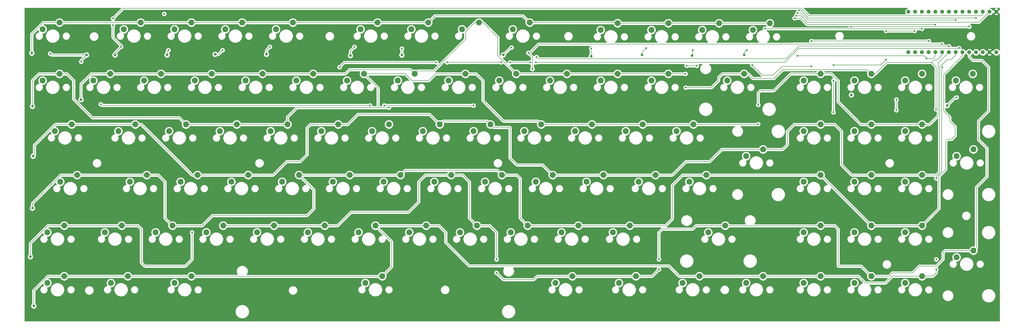
<source format=gtl>
G04 #@! TF.GenerationSoftware,KiCad,Pcbnew,(5.1.4)-1*
G04 #@! TF.CreationDate,2019-12-01T17:39:01+00:00*
G04 #@! TF.ProjectId,kb,6b622e6b-6963-4616-945f-706362585858,rev?*
G04 #@! TF.SameCoordinates,Original*
G04 #@! TF.FileFunction,Copper,L1,Top*
G04 #@! TF.FilePolarity,Positive*
%FSLAX46Y46*%
G04 Gerber Fmt 4.6, Leading zero omitted, Abs format (unit mm)*
G04 Created by KiCad (PCBNEW (5.1.4)-1) date 2019-12-01 17:39:01*
%MOMM*%
%LPD*%
G04 APERTURE LIST*
%ADD10C,1.473200*%
%ADD11C,2.200000*%
%ADD12C,1.000000*%
%ADD13C,0.685800*%
%ADD14C,0.152400*%
%ADD15C,0.254000*%
G04 APERTURE END LIST*
D10*
X314678000Y36068000D03*
X314678000Y51308000D03*
X312138000Y36068000D03*
X307058000Y36068000D03*
X304518000Y36068000D03*
X301978000Y36068000D03*
X299438000Y36068000D03*
X296898000Y36068000D03*
X294358000Y36068000D03*
X291818000Y36068000D03*
X289278000Y36068000D03*
X286738000Y36068000D03*
X284198000Y36068000D03*
X281658000Y36068000D03*
X281658000Y51308000D03*
X284198000Y51308000D03*
X286738000Y51308000D03*
X289278000Y51308000D03*
X291818000Y51308000D03*
X294358000Y51308000D03*
X296898000Y51308000D03*
X299438000Y51308000D03*
X301978000Y51308000D03*
X309598000Y36068000D03*
X304518000Y51308000D03*
X307058000Y51308000D03*
X309598000Y51308000D03*
X312138000Y51308000D03*
D11*
X-36830000Y-12700000D03*
X-30480000Y-10160000D03*
X-38862000Y6380480D03*
X-32512000Y8920480D03*
D12*
X-46736000Y-59436000D03*
X-48006000Y-40894000D03*
X-47244000Y-22606000D03*
X-46990000Y-3048000D03*
X-47244000Y15748000D03*
X-29000000Y18250000D03*
X-47500000Y35750000D03*
X260250000Y20000000D03*
X219964000Y35052000D03*
X200406000Y34798000D03*
X181610000Y35052000D03*
X162560000Y34544000D03*
X129540000Y35052000D03*
X91440000Y35052000D03*
X72136000Y34798000D03*
X40640000Y35306000D03*
X21336000Y35306000D03*
X3302000Y35052000D03*
X-16256000Y35052000D03*
X-26924000Y35052000D03*
X296164000Y16002000D03*
D11*
X213614000Y25400000D03*
X219964000Y27940000D03*
X206502000Y-31750000D03*
X212852000Y-29210000D03*
X299720000Y-3048000D03*
X306070000Y-508000D03*
X299720000Y-41148000D03*
X306070000Y-38608000D03*
X99314000Y6350000D03*
X105664000Y8890000D03*
X8382000Y-12700000D03*
X14732000Y-10160000D03*
X147066000Y25400000D03*
X153416000Y27940000D03*
X-1016000Y-31750000D03*
X5334000Y-29210000D03*
X80264000Y6350000D03*
X86614000Y8890000D03*
X18034000Y-31750000D03*
X24384000Y-29210000D03*
X4064000Y6350000D03*
X10414000Y8890000D03*
X56134000Y-31750000D03*
X62484000Y-29210000D03*
X-5334000Y25400000D03*
X1016000Y27940000D03*
X180340000Y-12700000D03*
X186690000Y-10160000D03*
X13716000Y25400000D03*
X20066000Y27940000D03*
X61214000Y6350000D03*
X67564000Y8890000D03*
X77724000Y-50800000D03*
X84074000Y-48260000D03*
X70866000Y25400000D03*
X77216000Y27940000D03*
X89916000Y25400000D03*
X96266000Y27940000D03*
X194564000Y6350000D03*
X200914000Y8890000D03*
X172974000Y-50800000D03*
X179324000Y-48260000D03*
X220726000Y-50800000D03*
X227076000Y-48260000D03*
X149098000Y-50800000D03*
X155448000Y-48260000D03*
X42164000Y6350000D03*
X48514000Y8890000D03*
X-14986000Y6350000D03*
X-8636000Y8890000D03*
X156464000Y6350000D03*
X162814000Y8890000D03*
X-24384000Y25400000D03*
X-18034000Y27940000D03*
X137414000Y6350000D03*
X143764000Y8890000D03*
X261366000Y-50800000D03*
X267716000Y-48260000D03*
X242316000Y-50800000D03*
X248666000Y-48260000D03*
X242316000Y25400000D03*
X248666000Y27940000D03*
X280416000Y25400000D03*
X286766000Y27940000D03*
X261366000Y25400000D03*
X267716000Y27940000D03*
X299466000Y25400000D03*
X305816000Y27940000D03*
X128016000Y25400000D03*
X134366000Y27940000D03*
X280416000Y-50800000D03*
X286766000Y-48260000D03*
X94234000Y-31750000D03*
X100584000Y-29210000D03*
X280416000Y6350000D03*
X286766000Y8890000D03*
X261366000Y6350000D03*
X267716000Y8890000D03*
X242316000Y6350000D03*
X248666000Y8890000D03*
X280416000Y-12700000D03*
X286766000Y-10160000D03*
X261366000Y-12700000D03*
X267716000Y-10160000D03*
X242316000Y-12700000D03*
X248666000Y-10160000D03*
X280416000Y-31750000D03*
X286766000Y-29210000D03*
X261366000Y-31750000D03*
X267716000Y-29210000D03*
X242316000Y-31750000D03*
X248666000Y-29210000D03*
X166116000Y25400000D03*
X172466000Y27940000D03*
X113284000Y-31750000D03*
X119634000Y-29210000D03*
X-41656000Y-31750000D03*
X-35306000Y-29210000D03*
X175514000Y6350000D03*
X181864000Y8890000D03*
X-17780000Y-50800000D03*
X-11430000Y-48260000D03*
X-41656000Y-50800000D03*
X-35306000Y-48260000D03*
X6096000Y-50800000D03*
X12446000Y-48260000D03*
X141732000Y-12700000D03*
X148082000Y-10160000D03*
X122682000Y-12700000D03*
X129032000Y-10160000D03*
X103632000Y-12700000D03*
X109982000Y-10160000D03*
X118364000Y6350000D03*
X124714000Y8890000D03*
X199390000Y-12700000D03*
X205740000Y-10160000D03*
X84582000Y-12700000D03*
X90932000Y-10160000D03*
X65532000Y-12700000D03*
X71882000Y-10160000D03*
X151384000Y-31750000D03*
X157734000Y-29210000D03*
X170688000Y-31750000D03*
X177038000Y-29210000D03*
X32766000Y25400000D03*
X39116000Y27940000D03*
X196850000Y-50800000D03*
X203200000Y-48260000D03*
X51816000Y25400000D03*
X58166000Y27940000D03*
X46482000Y-12700000D03*
X52832000Y-10160000D03*
X223266000Y44450000D03*
X229616000Y46990000D03*
X204216000Y44450000D03*
X210566000Y46990000D03*
X185166000Y44450000D03*
X191516000Y46990000D03*
X166116000Y44450000D03*
X172466000Y46990000D03*
X133096000Y44704000D03*
X139446000Y47244000D03*
X114046000Y44704000D03*
X120396000Y47244000D03*
X94996000Y44704000D03*
X101346000Y47244000D03*
X75946000Y44704000D03*
X82296000Y47244000D03*
X44196000Y44704000D03*
X50546000Y47244000D03*
X25146000Y44704000D03*
X31496000Y47244000D03*
X6096000Y44704000D03*
X12446000Y47244000D03*
X-12954000Y44704000D03*
X-6604000Y47244000D03*
X-43434000Y44704000D03*
X-37084000Y47244000D03*
X185166000Y25400000D03*
X191516000Y27940000D03*
X220726000Y-3048000D03*
X227076000Y-508000D03*
X108966000Y25400000D03*
X115316000Y27940000D03*
X23114000Y6350000D03*
X29464000Y8890000D03*
X27432000Y-12700000D03*
X33782000Y-10160000D03*
X132334000Y-31750000D03*
X138684000Y-29210000D03*
X160782000Y-12700000D03*
X167132000Y-10160000D03*
X37084000Y-31750000D03*
X43434000Y-29210000D03*
X-20066000Y-31750000D03*
X-13716000Y-29210000D03*
X-43434000Y25400000D03*
X-37084000Y27940000D03*
X75184000Y-31750000D03*
X81534000Y-29210000D03*
X-10668000Y-12700000D03*
X-4318000Y-10160000D03*
D13*
X2250000Y50500000D03*
X254750000Y51750000D03*
X154250000Y35750000D03*
X61250000Y50000000D03*
X269750000Y19250000D03*
X228500000Y-21750000D03*
X109250000Y44250000D03*
X127750000Y16000000D03*
X25250000Y25500000D03*
X25250000Y30500000D03*
X314750000Y39500000D03*
X299000000Y39500000D03*
X299000000Y42750000D03*
X258750000Y42750000D03*
X286750000Y42750000D03*
X292100000Y-45720000D03*
X292100000Y-41910000D03*
X292100000Y-11430000D03*
X294443757Y30422243D03*
X127000000Y-41910000D03*
X127000000Y-46990000D03*
X187960000Y-45720000D03*
X187960000Y-41910000D03*
X12700000Y-31750000D03*
X-40640000Y35560000D03*
X-28956000Y32512000D03*
X-21590000Y16510000D03*
X79502000Y16040100D03*
X84836000Y16040100D03*
X118364000Y16002000D03*
X239522000Y49784000D03*
X-13970000Y38100000D03*
X-17018000Y46228000D03*
X-17018000Y48768000D03*
X3810000Y36830000D03*
X240538000Y51816000D03*
X307058000Y48958490D03*
X24130000Y36830000D03*
X304518000Y45720000D03*
X260096000Y45681900D03*
X73660000Y38100000D03*
X240001093Y50803069D03*
X299438000Y48158390D03*
X41910000Y38100000D03*
X68072000Y30480000D03*
X104432100Y32258000D03*
X108458000Y32258000D03*
X128778000Y32258000D03*
X132080000Y32258000D03*
X139661900Y32258000D03*
X141732000Y32258000D03*
X300657200Y37668200D03*
X91465215Y37419400D03*
X141986000Y34290000D03*
X296898000Y38354000D03*
X220980000Y36830000D03*
X253492000Y13462000D03*
X253492000Y25400000D03*
X253492000Y31258000D03*
X273250000Y33250000D03*
X273250000Y44081700D03*
X284000000Y44081700D03*
X132636387Y37835023D03*
X140462000Y29718000D03*
X138938000Y35814000D03*
X294332590Y39141410D03*
X162561277Y37492745D03*
X291818000Y46482000D03*
X238930245Y48896368D03*
X183244657Y37566090D03*
X198374000Y30988000D03*
X202184000Y30988000D03*
X223012000Y31242000D03*
X245237000Y30734000D03*
X245237000Y40284400D03*
X289328800Y40284400D03*
X299720000Y19050000D03*
X277114000Y14224000D03*
X277114000Y18288000D03*
X200660000Y36830000D03*
X286738000Y44881800D03*
X227838000Y44958000D03*
X260250000Y20000000D03*
X288500000Y33750000D03*
X240000000Y34750000D03*
X292036490Y14605000D03*
X197940000Y27940000D03*
X198000000Y22750000D03*
X86625136Y15255754D03*
X225250000Y9000000D03*
X225250000Y16250000D03*
D14*
X297250000Y42750000D02*
X258750000Y42750000D01*
X299000000Y42750000D02*
X286750000Y42750000D01*
X312138000Y39388000D02*
X312250000Y39500000D01*
X312138000Y36068000D02*
X312138000Y39388000D01*
X314750000Y39500000D02*
X312250000Y39500000D01*
X312250000Y39500000D02*
X299000000Y39500000D01*
X-32035634Y-10160000D02*
X-30480000Y-10160000D01*
X-36594658Y-10160000D02*
X-32035634Y-10160000D01*
X-47244000Y-20809342D02*
X-36594658Y-10160000D01*
X-47244000Y-22606000D02*
X-47244000Y-20809342D01*
X-30480000Y-10160000D02*
X-4318000Y-10160000D01*
X-4318000Y-10160000D02*
X0Y-10160000D01*
X0Y-10160000D02*
X2540000Y-12700000D01*
X2540000Y-26416000D02*
X5334000Y-29210000D01*
X2540000Y-12700000D02*
X2540000Y-26416000D01*
X5334000Y-29210000D02*
X16510000Y-29210000D01*
X16510000Y-29210000D02*
X20320000Y-25400000D01*
X20320000Y-25400000D02*
X55880000Y-25400000D01*
X55880000Y-25400000D02*
X58420000Y-22860000D01*
X58420000Y-15748000D02*
X52832000Y-10160000D01*
X58420000Y-22860000D02*
X58420000Y-15748000D01*
X52832000Y-10160000D02*
X71882000Y-10160000D01*
X71882000Y-10160000D02*
X90932000Y-10160000D01*
X90932000Y-10160000D02*
X92710000Y-8382000D01*
X127254000Y-8382000D02*
X129032000Y-10160000D01*
X92710000Y-8382000D02*
X127254000Y-8382000D01*
X135890000Y-26416000D02*
X138684000Y-29210000D01*
X135890000Y-11430000D02*
X135890000Y-26416000D01*
X129032000Y-10160000D02*
X134620000Y-10160000D01*
X134620000Y-10160000D02*
X135890000Y-11430000D01*
X138684000Y-29210000D02*
X157734000Y-29210000D01*
X170452658Y-29210000D02*
X177038000Y-29210000D01*
X157734000Y-29210000D02*
X170452658Y-29210000D01*
X177038000Y-29210000D02*
X190500000Y-29210000D01*
X190500000Y-29210000D02*
X193040000Y-26670000D01*
X193040000Y-26670000D02*
X193040000Y-13970000D01*
X196850000Y-10160000D02*
X205740000Y-10160000D01*
X193040000Y-13970000D02*
X196850000Y-10160000D01*
X205740000Y-10160000D02*
X248666000Y-10160000D01*
X248666000Y-10160000D02*
X267716000Y-29210000D01*
X267716000Y-29210000D02*
X286766000Y-29210000D01*
X299212000Y4572000D02*
X299212000Y8128000D01*
X297942000Y3302000D02*
X299212000Y4572000D01*
X297180000Y10160000D02*
X297180000Y11684000D01*
X293112057Y-22863943D02*
X293112057Y-10656651D01*
X286766000Y-29210000D02*
X293112057Y-22863943D01*
X299212000Y8128000D02*
X297180000Y10160000D01*
X293112057Y-10656651D02*
X295656000Y-8112708D01*
X297180000Y11684000D02*
X294894000Y13970000D01*
X295656000Y-8112708D02*
X295656000Y2504342D01*
X295656000Y2504342D02*
X296453658Y3302000D01*
X296453658Y3302000D02*
X297942000Y3302000D01*
X294894000Y27644000D02*
X295750000Y28500000D01*
X295666000Y28416000D02*
X295750000Y28500000D01*
X294894000Y13970000D02*
X294894000Y27644000D01*
X301978000Y34728000D02*
X301978000Y36068000D01*
X295750000Y28500000D02*
X301978000Y34728000D01*
X-36861634Y-48260000D02*
X-35306000Y-48260000D01*
X-41420658Y-48260000D02*
X-36861634Y-48260000D01*
X-46736000Y-53575342D02*
X-41420658Y-48260000D01*
X-46736000Y-59436000D02*
X-46736000Y-53575342D01*
X-35306000Y-48260000D02*
X-11430000Y-48260000D01*
X-11430000Y-48260000D02*
X12446000Y-48260000D01*
X82518366Y-48260000D02*
X84074000Y-48260000D01*
X82456165Y-48322201D02*
X82518366Y-48260000D01*
X30582543Y-48322201D02*
X82456165Y-48322201D01*
X30520342Y-48260000D02*
X30582543Y-48322201D01*
X12446000Y-48260000D02*
X30520342Y-48260000D01*
X84074000Y-48260000D02*
X87630000Y-44704000D01*
X87630000Y-44704000D02*
X87630000Y-35306000D01*
X87630000Y-35306000D02*
X81534000Y-29210000D01*
X81534000Y-29210000D02*
X100584000Y-29210000D01*
X100584000Y-29210000D02*
X105410000Y-29210000D01*
X105410000Y-29210000D02*
X107950000Y-31750000D01*
X107950000Y-31750000D02*
X107950000Y-35560000D01*
X116747799Y-44357799D02*
X191677799Y-44357799D01*
X107950000Y-35560000D02*
X116747799Y-44357799D01*
X195580000Y-48260000D02*
X203200000Y-48260000D01*
X191677799Y-44357799D02*
X195580000Y-48260000D01*
X203200000Y-48260000D02*
X227076000Y-48260000D01*
X227076000Y-48260000D02*
X248666000Y-48260000D01*
X248666000Y-48260000D02*
X262890000Y-48260000D01*
X262890000Y-48260000D02*
X265430000Y-50800000D01*
X265430000Y-50800000D02*
X273050000Y-50800000D01*
X275590000Y-48260000D02*
X286766000Y-48260000D01*
X273050000Y-50800000D02*
X275590000Y-48260000D01*
X286766000Y-48260000D02*
X290830000Y-48260000D01*
X290830000Y-48260000D02*
X292100000Y-46990000D01*
X292100000Y-46990000D02*
X292100000Y-45720000D01*
X292100000Y-10914354D02*
X294132000Y-8882354D01*
X292100000Y-11430000D02*
X292100000Y-10914354D01*
X294132000Y-8882354D02*
X294132000Y27178000D01*
X294132000Y27178000D02*
X294132000Y30110486D01*
X294132000Y30110486D02*
X294443757Y30422243D01*
X-36861634Y-29210000D02*
X-35306000Y-29210000D01*
X-41420658Y-29210000D02*
X-36861634Y-29210000D01*
X-48006000Y-35795342D02*
X-41420658Y-29210000D01*
X-48006000Y-40894000D02*
X-48006000Y-35795342D01*
X109982000Y-10160000D02*
X114300000Y-10160000D01*
X114300000Y-10160000D02*
X116840000Y-12700000D01*
X116840000Y-26416000D02*
X119634000Y-29210000D01*
X116840000Y-12700000D02*
X116840000Y-26416000D01*
X-35306000Y-29210000D02*
X-13716000Y-29210000D01*
X119634000Y-29210000D02*
X124460000Y-29210000D01*
X124460000Y-29210000D02*
X127000000Y-31750000D01*
X127000000Y-31750000D02*
X127000000Y-41910000D01*
X142240000Y-48260000D02*
X155448000Y-48260000D01*
X140970000Y-49530000D02*
X142240000Y-48260000D01*
X127000000Y-46990000D02*
X129540000Y-49530000D01*
X129540000Y-49530000D02*
X140970000Y-49530000D01*
X155448000Y-48260000D02*
X179324000Y-48260000D01*
X179324000Y-48260000D02*
X185420000Y-48260000D01*
X185420000Y-48260000D02*
X187960000Y-45720000D01*
X201930000Y-29210000D02*
X212852000Y-29210000D01*
X200660000Y-30480000D02*
X201930000Y-29210000D01*
X189230000Y-30480000D02*
X200660000Y-30480000D01*
X187960000Y-41910000D02*
X187960000Y-31750000D01*
X187960000Y-31750000D02*
X189230000Y-30480000D01*
X247110366Y-29210000D02*
X248666000Y-29210000D01*
X247048165Y-29272201D02*
X247110366Y-29210000D01*
X214469835Y-29272201D02*
X247048165Y-29272201D01*
X214407634Y-29210000D02*
X214469835Y-29272201D01*
X212852000Y-29210000D02*
X214407634Y-29210000D01*
X248666000Y-29210000D02*
X254000000Y-29210000D01*
X254000000Y-29210000D02*
X255270000Y-30480000D01*
X255270000Y-30480000D02*
X255270000Y-44450000D01*
X263906000Y-44450000D02*
X267716000Y-48260000D01*
X255270000Y-44450000D02*
X263906000Y-44450000D01*
X295402000Y-38608000D02*
X306070000Y-38608000D01*
X294640000Y-39370000D02*
X295402000Y-38608000D01*
X294640000Y-41910000D02*
X294640000Y-39370000D01*
X274320000Y-48260000D02*
X275590000Y-46990000D01*
X267716000Y-48260000D02*
X274320000Y-48260000D01*
X275590000Y-46990000D02*
X283210000Y-46990000D01*
X283210000Y-46990000D02*
X285750000Y-44450000D01*
X285750000Y-44450000D02*
X292100000Y-44450000D01*
X292100000Y-44450000D02*
X294640000Y-41910000D01*
X10160000Y-44450000D02*
X12700000Y-41910000D01*
X12700000Y-41910000D02*
X12700000Y-31750000D01*
X-7620000Y-29210000D02*
X-6350000Y-30480000D01*
X-13716000Y-29210000D02*
X-7620000Y-29210000D01*
X-6350000Y-43180000D02*
X-5080000Y-44450000D01*
X-5080000Y-44450000D02*
X10160000Y-44450000D01*
X-6350000Y-30480000D02*
X-6350000Y-43180000D01*
X24384000Y-29210000D02*
X43434000Y-29210000D01*
X43434000Y-29210000D02*
X62484000Y-29210000D01*
X100330000Y-10160000D02*
X109982000Y-10160000D01*
X67310000Y-29210000D02*
X72390000Y-24130000D01*
X62484000Y-29210000D02*
X67310000Y-29210000D01*
X72390000Y-24130000D02*
X93980000Y-24130000D01*
X93980000Y-24130000D02*
X97790000Y-20320000D01*
X97790000Y-20320000D02*
X97790000Y-12700000D01*
X97790000Y-12700000D02*
X100330000Y-10160000D01*
X304518000Y34290000D02*
X304518000Y36068000D01*
X305788000Y33020000D02*
X304518000Y34290000D01*
X311785000Y30480000D02*
X309245000Y33020000D01*
X311785000Y13970000D02*
X311785000Y30480000D01*
X307975000Y10160000D02*
X311785000Y13970000D01*
X307169999Y-37508001D02*
X307169999Y-14775001D01*
X306070000Y-38608000D02*
X307169999Y-37508001D01*
X307169999Y-14775001D02*
X311150000Y-10795000D01*
X311150000Y-10795000D02*
X311150000Y0D01*
X311150000Y0D02*
X307975000Y3175000D01*
X307975000Y3175000D02*
X307975000Y10160000D01*
X305788000Y33020000D02*
X309230000Y33020000D01*
X-26924000Y35052000D02*
X-40132000Y35052000D01*
X-40132000Y35052000D02*
X-40640000Y35560000D01*
X-26924000Y35052000D02*
X-28956000Y33020000D01*
X-28956000Y33020000D02*
X-28956000Y32512000D01*
X-21590000Y16510000D02*
X-21120100Y16040100D01*
X-21120100Y16040100D02*
X79502000Y16040100D01*
X86241087Y16055855D02*
X118310145Y16055855D01*
X84836000Y16040100D02*
X86225332Y16040100D01*
X86225332Y16040100D02*
X86241087Y16055855D01*
X118310145Y16055855D02*
X118364000Y16002000D01*
X308415000Y47585000D02*
X312138000Y51308000D01*
X308188289Y47358289D02*
X308415000Y47585000D01*
X243725711Y47358289D02*
X308188289Y47358289D01*
X241299960Y49784040D02*
X243725711Y47358289D01*
X239522040Y49784040D02*
X241299960Y49784040D01*
X239522000Y49784000D02*
X239522040Y49784040D01*
X-16256000Y35052000D02*
X-16256000Y35814000D01*
X-16256000Y35814000D02*
X-13970000Y38100000D01*
X-13970000Y38584933D02*
X-17018000Y41632933D01*
X-13970000Y38100000D02*
X-13970000Y38584933D01*
X-17018000Y41632933D02*
X-17018000Y46228000D01*
X309598000Y50292000D02*
X309598000Y51308000D01*
X309064590Y49758590D02*
X309598000Y50292000D01*
X244373410Y49758590D02*
X309064590Y49758590D01*
X241515899Y52616101D02*
X244373410Y49758590D01*
X-13169899Y52616101D02*
X241515899Y52616101D01*
X-17018000Y48768000D02*
X-13169899Y52616101D01*
X3302000Y36322000D02*
X3302000Y35052000D01*
X3810000Y36830000D02*
X3302000Y36322000D01*
X241300000Y51816000D02*
X240538000Y51816000D01*
X244157510Y48958490D02*
X241300000Y51816000D01*
X305208490Y48958490D02*
X307058000Y48958490D01*
X305208490Y48958490D02*
X244157510Y48958490D01*
X305308000Y48958490D02*
X305208490Y48958490D01*
X21336000Y35306000D02*
X22606000Y35306000D01*
X22606000Y35306000D02*
X24130000Y36830000D01*
X304479900Y45681900D02*
X304518000Y45720000D01*
X260096000Y45681900D02*
X304479900Y45681900D01*
X72136000Y34798000D02*
X72136000Y36576000D01*
X72136000Y36576000D02*
X73660000Y38100000D01*
X240030000Y50800000D02*
X241315288Y50800000D01*
X243956898Y48158390D02*
X297203067Y48158390D01*
X241315288Y50800000D02*
X243956898Y48158390D01*
X297203067Y48158390D02*
X299091610Y48158390D01*
X298953067Y48158390D02*
X299091610Y48158390D01*
X299091610Y48158390D02*
X299438000Y48158390D01*
X40640000Y36830000D02*
X40640000Y35306000D01*
X41910000Y38100000D02*
X40640000Y36830000D01*
X68072000Y30480000D02*
X69850000Y32258000D01*
X69850000Y32258000D02*
X104432100Y32258000D01*
X108458000Y32258000D02*
X128778000Y32258000D01*
X132080000Y32258000D02*
X139661900Y32258000D01*
X300542899Y37553899D02*
X300657200Y37668200D01*
X240492253Y37553899D02*
X300542899Y37553899D01*
X235991745Y33053391D02*
X240492253Y37553899D01*
X235991745Y33045745D02*
X235991745Y33053391D01*
X141732000Y32258000D02*
X235204000Y32258000D01*
X235204000Y32258000D02*
X235991745Y33045745D01*
X91465215Y35077215D02*
X91440000Y35052000D01*
X91465215Y37419400D02*
X91465215Y35077215D01*
X142689201Y33586799D02*
X141986000Y34290000D01*
X235770799Y33586799D02*
X142689201Y33586799D01*
X240538000Y38354000D02*
X235770799Y33586799D01*
X240550691Y38341309D02*
X240538000Y38354000D01*
X295135309Y38341309D02*
X240550691Y38341309D01*
X296898000Y38354000D02*
X296885309Y38341309D01*
X295148000Y38354000D02*
X296898000Y38354000D01*
X295135309Y38341309D02*
X295148000Y38354000D01*
X219964000Y35052000D02*
X219964000Y35814000D01*
X219964000Y35814000D02*
X220980000Y36830000D01*
X253492000Y13462000D02*
X253492000Y25400000D01*
X253492000Y31258000D02*
X271258000Y31258000D01*
X271258000Y31258000D02*
X273250000Y33250000D01*
X282168300Y44081700D02*
X284000000Y44081700D01*
X282168300Y44081700D02*
X282250000Y44081700D01*
X273250000Y44081700D02*
X282168300Y44081700D01*
X129540000Y35052000D02*
X132323023Y37835023D01*
X132323023Y37835023D02*
X132636387Y37835023D01*
X140462000Y29718000D02*
X140462000Y30202933D01*
X140462000Y30202933D02*
X140462000Y34290000D01*
X140462000Y34290000D02*
X138938000Y35814000D01*
X138938000Y35814000D02*
X139446000Y35814000D01*
X139446000Y35814000D02*
X142748000Y39116000D01*
X142748000Y39116000D02*
X238252000Y39116000D01*
X238277410Y39141410D02*
X292582590Y39141410D01*
X238252000Y39116000D02*
X238277410Y39141410D01*
X292582590Y39141410D02*
X294332590Y39141410D01*
X162561277Y34545277D02*
X162560000Y34544000D01*
X162561277Y37492745D02*
X162561277Y34545277D01*
X290068000Y46482000D02*
X291818000Y46482000D01*
X243586000Y46482000D02*
X290068000Y46482000D01*
X241184681Y48883319D02*
X243586000Y46482000D01*
X238930245Y48896368D02*
X238943294Y48883319D01*
X238943294Y48883319D02*
X241184681Y48883319D01*
X181610000Y35052000D02*
X181610000Y35931433D01*
X181610000Y35931433D02*
X183244657Y37566090D01*
X198374000Y30988000D02*
X202184000Y30988000D01*
X223012000Y31242000D02*
X226822000Y27432000D01*
X226822000Y27432000D02*
X230886000Y27432000D01*
X230886000Y27432000D02*
X234188000Y30734000D01*
X234188000Y30734000D02*
X245237000Y30734000D01*
X245237000Y40284400D02*
X287578800Y40284400D01*
X287578800Y40284400D02*
X289328800Y40284400D01*
X296164000Y16002000D02*
X299212000Y19050000D01*
X299212000Y19050000D02*
X299720000Y19050000D01*
X277114000Y14224000D02*
X277114000Y18288000D01*
X200660000Y35052000D02*
X200406000Y34798000D01*
X200660000Y36830000D02*
X200660000Y35052000D01*
X259711951Y44881799D02*
X262813799Y44881799D01*
X262813799Y44881799D02*
X262813800Y44881800D01*
X259711951Y44881799D02*
X238937799Y44881799D01*
X238937799Y44881799D02*
X227914201Y44881799D01*
X227914201Y44881799D02*
X227838000Y44958000D01*
X284868200Y44881800D02*
X286738000Y44881800D01*
X284868200Y44881800D02*
X284988000Y44881800D01*
X262813800Y44881800D02*
X284868200Y44881800D01*
X-35528366Y47244000D02*
X-6604000Y47244000D01*
X-37084000Y47244000D02*
X-35528366Y47244000D01*
X-5048366Y47244000D02*
X12446000Y47244000D01*
X-6604000Y47244000D02*
X-5048366Y47244000D01*
X14001634Y47244000D02*
X31496000Y47244000D01*
X12446000Y47244000D02*
X14001634Y47244000D01*
X33051634Y47244000D02*
X50546000Y47244000D01*
X31496000Y47244000D02*
X33051634Y47244000D01*
X52101634Y47244000D02*
X82296000Y47244000D01*
X50546000Y47244000D02*
X52101634Y47244000D01*
X83851634Y47244000D02*
X101346000Y47244000D01*
X82296000Y47244000D02*
X83851634Y47244000D01*
X101346000Y47244000D02*
X103900000Y49798000D01*
X136892000Y49798000D02*
X139446000Y47244000D01*
X103900000Y49798000D02*
X136892000Y49798000D01*
X172212000Y47244000D02*
X172466000Y46990000D01*
X139446000Y47244000D02*
X172212000Y47244000D01*
X174021634Y46990000D02*
X191516000Y46990000D01*
X172466000Y46990000D02*
X174021634Y46990000D01*
X193071634Y46990000D02*
X210566000Y46990000D01*
X191516000Y46990000D02*
X193071634Y46990000D01*
X210566000Y46990000D02*
X229616000Y46990000D01*
X291818000Y34568000D02*
X291818000Y36068000D01*
X288500000Y33750000D02*
X291000000Y33750000D01*
X291000000Y33750000D02*
X291818000Y34568000D01*
X-47500000Y42942658D02*
X-47500000Y35750000D01*
X-37084000Y47244000D02*
X-43198658Y47244000D01*
X-43198658Y47244000D02*
X-47500000Y42942658D01*
X287500000Y34750000D02*
X288500000Y33750000D01*
X240000000Y34750000D02*
X287500000Y34750000D01*
X-25160000Y27940000D02*
X-18034000Y27940000D01*
X-16478366Y27940000D02*
X1016000Y27940000D01*
X-18034000Y27940000D02*
X-16478366Y27940000D01*
X2571634Y27940000D02*
X20066000Y27940000D01*
X1016000Y27940000D02*
X2571634Y27940000D01*
X20066000Y27940000D02*
X39116000Y27940000D01*
X40671634Y27940000D02*
X58166000Y27940000D01*
X39116000Y27940000D02*
X40671634Y27940000D01*
X58166000Y27940000D02*
X70240000Y27940000D01*
X95166001Y29039999D02*
X96266000Y27940000D01*
X94708799Y29497201D02*
X95166001Y29039999D01*
X71797201Y29497201D02*
X94708799Y29497201D01*
X70240000Y27940000D02*
X71797201Y29497201D01*
X118840366Y47244000D02*
X120396000Y47244000D01*
X115398799Y43802433D02*
X118840366Y47244000D01*
X115398799Y40984543D02*
X115398799Y43802433D01*
X103454255Y29039999D02*
X115398799Y40984543D01*
X97365999Y29039999D02*
X103454255Y29039999D01*
X96266000Y27940000D02*
X97365999Y29039999D01*
X121951634Y47244000D02*
X127500000Y41695634D01*
X120396000Y47244000D02*
X121951634Y47244000D01*
X127500000Y34806000D02*
X134366000Y27940000D01*
X127500000Y41695634D02*
X127500000Y34806000D01*
X135921634Y27940000D02*
X153416000Y27940000D01*
X134366000Y27940000D02*
X135921634Y27940000D01*
X154971634Y27940000D02*
X172466000Y27940000D01*
X153416000Y27940000D02*
X154971634Y27940000D01*
X174021634Y27940000D02*
X191516000Y27940000D01*
X172466000Y27940000D02*
X174021634Y27940000D01*
X221519634Y27940000D02*
X223259634Y26200000D01*
X219964000Y27940000D02*
X221519634Y27940000D01*
X223259634Y26200000D02*
X231200000Y26200000D01*
X266616001Y29039999D02*
X267716000Y27940000D01*
X266158799Y29497201D02*
X266616001Y29039999D01*
X234497201Y29497201D02*
X266158799Y29497201D01*
X231200000Y26200000D02*
X234497201Y29497201D01*
X290400000Y32200000D02*
X291338000Y33138000D01*
X273531634Y32200000D02*
X290400000Y32200000D01*
X267716000Y27940000D02*
X269271634Y27940000D01*
X269271634Y27940000D02*
X273531634Y32200000D01*
X290400000Y32200000D02*
X290400000Y32180000D01*
X290400000Y32180000D02*
X292036490Y30543510D01*
X292036490Y30543510D02*
X292036490Y14605000D01*
X-29000000Y24100000D02*
X-27425000Y25675000D01*
X-29000000Y18250000D02*
X-29000000Y24100000D01*
X-27686000Y25414000D02*
X-27425000Y25675000D01*
X-27425000Y25675000D02*
X-25160000Y27940000D01*
X191516000Y27940000D02*
X197940000Y27940000D01*
X198000000Y22750000D02*
X207750000Y22750000D01*
X207750000Y22750000D02*
X210440000Y25440000D01*
X210440000Y26570000D02*
X211810000Y27940000D01*
X210440000Y25440000D02*
X210440000Y26570000D01*
X211810000Y27940000D02*
X219964000Y27940000D01*
X292388000Y33138000D02*
X294358000Y35108000D01*
X291338000Y33138000D02*
X292388000Y33138000D01*
X294358000Y35108000D02*
X294358000Y36068000D01*
X-47244000Y15748000D02*
X-47244000Y25456000D01*
X-44760000Y27940000D02*
X-37084000Y27940000D01*
X-47244000Y25456000D02*
X-44760000Y27940000D01*
X-37084000Y27940000D02*
X-34290000Y27940000D01*
X-34290000Y27940000D02*
X-31750000Y25400000D01*
X-31750000Y18395342D02*
X-24784658Y11430000D01*
X-31750000Y25400000D02*
X-31750000Y18395342D01*
X7874000Y11430000D02*
X10414000Y8890000D01*
X-24784658Y11430000D02*
X7874000Y11430000D01*
X10414000Y8890000D02*
X29464000Y8890000D01*
X29464000Y8890000D02*
X48514000Y8890000D01*
X48514000Y8890000D02*
X48514000Y11684000D01*
X48514000Y11684000D02*
X52070000Y15240000D01*
X52070000Y15240000D02*
X82550000Y15240000D01*
X82550000Y15240000D02*
X82550000Y22606000D01*
X82550000Y22606000D02*
X77216000Y27940000D01*
X104140000Y27940000D02*
X115316000Y27940000D01*
X101600000Y25400000D02*
X104140000Y27940000D01*
X95250000Y25400000D02*
X101600000Y25400000D01*
X77216000Y27940000D02*
X92710000Y27940000D01*
X92710000Y27940000D02*
X95250000Y25400000D01*
X115316000Y27940000D02*
X119380000Y27940000D01*
X119380000Y27940000D02*
X121920000Y25400000D01*
X121920000Y25400000D02*
X121920000Y17780000D01*
X121920000Y17780000D02*
X129540000Y10160000D01*
X142494000Y10160000D02*
X143764000Y8890000D01*
X129540000Y10160000D02*
X142494000Y10160000D01*
X143764000Y8890000D02*
X162814000Y8890000D01*
X162814000Y8890000D02*
X181864000Y8890000D01*
X181864000Y8890000D02*
X200914000Y8890000D01*
X200914000Y8890000D02*
X213360000Y8890000D01*
X226060000Y21590000D02*
X231140000Y21590000D01*
X237490000Y27940000D02*
X248666000Y27940000D01*
X231140000Y21590000D02*
X237490000Y27940000D01*
X266160366Y8890000D02*
X267716000Y8890000D01*
X263759342Y8890000D02*
X266160366Y8890000D01*
X255270000Y17379342D02*
X263759342Y8890000D01*
X255270000Y25400000D02*
X255270000Y17379342D01*
X252730000Y27940000D02*
X255270000Y25400000D01*
X248666000Y27940000D02*
X252730000Y27940000D01*
X267716000Y8890000D02*
X286766000Y8890000D01*
X82550000Y15240000D02*
X86609382Y15240000D01*
X86609382Y15240000D02*
X86625136Y15255754D01*
X213360000Y8890000D02*
X225140000Y8890000D01*
X225140000Y8890000D02*
X225250000Y9000000D01*
X225250000Y20780000D02*
X225860000Y21390000D01*
X225250000Y16250000D02*
X225250000Y20780000D01*
X225860000Y21390000D02*
X226060000Y21590000D01*
X294040000Y33210000D02*
X296898000Y36068000D01*
X292836590Y32006590D02*
X294040000Y33210000D01*
X292836590Y12166590D02*
X292836590Y32006590D01*
X289560000Y8890000D02*
X292836590Y12166590D01*
X286766000Y8890000D02*
X289560000Y8890000D01*
X-34067634Y8920480D02*
X-32512000Y8920480D01*
X-38626658Y8920480D02*
X-34067634Y8920480D01*
X-46490001Y1057137D02*
X-38626658Y8920480D01*
X-46490001Y-2548001D02*
X-46490001Y1057137D01*
X-46990000Y-3048000D02*
X-46490001Y-2548001D01*
X-8666480Y8920480D02*
X-8636000Y8890000D01*
X-32512000Y8920480D02*
X-8666480Y8920480D01*
X12700000Y-10160000D02*
X14732000Y-10160000D01*
X-8636000Y8890000D02*
X-6350000Y8890000D01*
X-6350000Y8890000D02*
X12700000Y-10160000D01*
X14732000Y-10160000D02*
X33782000Y-10160000D01*
X33782000Y-10160000D02*
X43180000Y-10160000D01*
X43180000Y-10160000D02*
X48260000Y-5080000D01*
X48260000Y-5080000D02*
X53340000Y-5080000D01*
X53340000Y-5080000D02*
X55880000Y-2540000D01*
X55880000Y-2540000D02*
X55880000Y7620000D01*
X57150000Y8890000D02*
X67564000Y8890000D01*
X55880000Y7620000D02*
X57150000Y8890000D01*
X67564000Y8890000D02*
X71120000Y8890000D01*
X71120000Y8890000D02*
X74930000Y12700000D01*
X101854000Y12700000D02*
X105664000Y8890000D01*
X74930000Y12700000D02*
X101854000Y12700000D01*
X105664000Y8890000D02*
X106934000Y10160000D01*
X123444000Y10160000D02*
X124714000Y8890000D01*
X106934000Y10160000D02*
X123444000Y10160000D01*
X125813999Y7790001D02*
X131909999Y7790001D01*
X124714000Y8890000D02*
X125813999Y7790001D01*
X131909999Y7790001D02*
X132080000Y7620000D01*
X132080000Y7620000D02*
X132080000Y-3810000D01*
X132080000Y-3810000D02*
X134620000Y-6350000D01*
X144272000Y-6350000D02*
X148082000Y-10160000D01*
X134620000Y-6350000D02*
X144272000Y-6350000D01*
X148082000Y-10160000D02*
X167132000Y-10160000D01*
X167132000Y-10160000D02*
X186690000Y-10160000D01*
X186690000Y-10160000D02*
X193040000Y-10160000D01*
X193040000Y-10160000D02*
X198120000Y-5080000D01*
X198120000Y-5080000D02*
X207010000Y-5080000D01*
X211582000Y-508000D02*
X227076000Y-508000D01*
X207010000Y-5080000D02*
X211582000Y-508000D01*
X227076000Y-508000D02*
X234442000Y-508000D01*
X234442000Y-508000D02*
X236220000Y1270000D01*
X236220000Y1270000D02*
X236220000Y6350000D01*
X238760000Y8890000D02*
X248666000Y8890000D01*
X236220000Y6350000D02*
X238760000Y8890000D01*
X260350000Y-10160000D02*
X267716000Y-10160000D01*
X256540000Y-6350000D02*
X260350000Y-10160000D01*
X256540000Y6350000D02*
X256540000Y-6350000D01*
X248666000Y8890000D02*
X254000000Y8890000D01*
X254000000Y8890000D02*
X256540000Y6350000D01*
X267716000Y-10160000D02*
X286766000Y-10160000D01*
X293370000Y-8890000D02*
X293370000Y30480000D01*
X286766000Y-10160000D02*
X292100000Y-10160000D01*
X292100000Y-10160000D02*
X293370000Y-8890000D01*
X293370000Y30480000D02*
X293820000Y30930000D01*
X296195000Y33305000D02*
X297805000Y33305000D01*
X293820000Y30930000D02*
X296195000Y33305000D01*
X299438000Y34938000D02*
X299438000Y36068000D01*
X297805000Y33305000D02*
X299438000Y34938000D01*
D15*
G36*
X-17045887Y49745900D02*
G01*
X-17114315Y49745900D01*
X-17303243Y49708320D01*
X-17481210Y49634604D01*
X-17641375Y49527585D01*
X-17777585Y49391375D01*
X-17884604Y49231210D01*
X-17958320Y49053243D01*
X-17995900Y48864315D01*
X-17995900Y48671685D01*
X-17958320Y48482757D01*
X-17884604Y48304790D01*
X-17777585Y48144625D01*
X-17641375Y48008415D01*
X-17561733Y47955200D01*
X-35500638Y47955200D01*
X-35546463Y48065831D01*
X-35736337Y48349998D01*
X-35978002Y48591663D01*
X-36262169Y48781537D01*
X-36577919Y48912325D01*
X-36913117Y48979000D01*
X-37254883Y48979000D01*
X-37590081Y48912325D01*
X-37905831Y48781537D01*
X-38189998Y48591663D01*
X-38431663Y48349998D01*
X-38621537Y48065831D01*
X-38667362Y47955200D01*
X-43163733Y47955200D01*
X-43198659Y47958640D01*
X-43233585Y47955200D01*
X-43233594Y47955200D01*
X-43338078Y47944909D01*
X-43472139Y47904242D01*
X-43595691Y47838202D01*
X-43703985Y47749327D01*
X-43726254Y47722192D01*
X-47978189Y43470256D01*
X-48005327Y43447984D01*
X-48094202Y43339690D01*
X-48160242Y43216138D01*
X-48200909Y43082077D01*
X-48211200Y42977593D01*
X-48211200Y42977584D01*
X-48214640Y42942658D01*
X-48211200Y42907732D01*
X-48211199Y36639845D01*
X-48223520Y36631612D01*
X-48381612Y36473520D01*
X-48505824Y36287624D01*
X-48591383Y36081067D01*
X-48635000Y35861788D01*
X-48635000Y35638212D01*
X-48591383Y35418933D01*
X-48505824Y35212376D01*
X-48381612Y35026480D01*
X-48223520Y34868388D01*
X-48037624Y34744176D01*
X-47831067Y34658617D01*
X-47611788Y34615000D01*
X-47388212Y34615000D01*
X-47168933Y34658617D01*
X-46962376Y34744176D01*
X-46776480Y34868388D01*
X-46618388Y35026480D01*
X-46494176Y35212376D01*
X-46408617Y35418933D01*
X-46365000Y35638212D01*
X-46365000Y35656315D01*
X-41617900Y35656315D01*
X-41617900Y35463685D01*
X-41580320Y35274757D01*
X-41506604Y35096790D01*
X-41399585Y34936625D01*
X-41263375Y34800415D01*
X-41103210Y34693396D01*
X-40925243Y34619680D01*
X-40736315Y34582100D01*
X-40667889Y34582100D01*
X-40659593Y34573805D01*
X-40637327Y34546673D01*
X-40610196Y34524407D01*
X-40610192Y34524403D01*
X-40544236Y34470274D01*
X-40529033Y34457798D01*
X-40405481Y34391758D01*
X-40271420Y34351091D01*
X-40166936Y34340800D01*
X-40166919Y34340800D01*
X-40132001Y34337361D01*
X-40097083Y34340800D01*
X-28640987Y34340800D01*
X-29434189Y33547598D01*
X-29461327Y33525326D01*
X-29550202Y33417032D01*
X-29616242Y33293480D01*
X-29641829Y33209131D01*
X-29715585Y33135375D01*
X-29822604Y32975210D01*
X-29896320Y32797243D01*
X-29933900Y32608315D01*
X-29933900Y32415685D01*
X-29896320Y32226757D01*
X-29822604Y32048790D01*
X-29715585Y31888625D01*
X-29579375Y31752415D01*
X-29419210Y31645396D01*
X-29241243Y31571680D01*
X-29052315Y31534100D01*
X-28859685Y31534100D01*
X-28670757Y31571680D01*
X-28492790Y31645396D01*
X-28332625Y31752415D01*
X-28196415Y31888625D01*
X-28089396Y32048790D01*
X-28015680Y32226757D01*
X-27978100Y32415685D01*
X-27978100Y32608315D01*
X-28015680Y32797243D01*
X-28061749Y32908464D01*
X-27050321Y33919891D01*
X-27035788Y33917000D01*
X-26812212Y33917000D01*
X-26592933Y33960617D01*
X-26386376Y34046176D01*
X-26200480Y34170388D01*
X-26042388Y34328480D01*
X-25918176Y34514376D01*
X-25832617Y34720933D01*
X-25789000Y34940212D01*
X-25789000Y35163788D01*
X-25832617Y35383067D01*
X-25918176Y35589624D01*
X-26042388Y35775520D01*
X-26200480Y35933612D01*
X-26386376Y36057824D01*
X-26592933Y36143383D01*
X-26812212Y36187000D01*
X-27035788Y36187000D01*
X-27255067Y36143383D01*
X-27461624Y36057824D01*
X-27647520Y35933612D01*
X-27805612Y35775520D01*
X-27813844Y35763200D01*
X-39683361Y35763200D01*
X-39699680Y35845243D01*
X-39773396Y36023210D01*
X-39880415Y36183375D01*
X-40016625Y36319585D01*
X-40176790Y36426604D01*
X-40354757Y36500320D01*
X-40543685Y36537900D01*
X-40736315Y36537900D01*
X-40925243Y36500320D01*
X-41103210Y36426604D01*
X-41263375Y36319585D01*
X-41399585Y36183375D01*
X-41506604Y36023210D01*
X-41580320Y35845243D01*
X-41617900Y35656315D01*
X-46365000Y35656315D01*
X-46365000Y35861788D01*
X-46408617Y36081067D01*
X-46494176Y36287624D01*
X-46618388Y36473520D01*
X-46776480Y36631612D01*
X-46788800Y36639844D01*
X-46788800Y42648071D01*
X-45124993Y44311878D01*
X-45102325Y44197919D01*
X-44971537Y43882169D01*
X-44815739Y43649000D01*
X-44850260Y43649000D01*
X-45137158Y43591932D01*
X-45407411Y43479990D01*
X-45650632Y43317475D01*
X-45857475Y43110632D01*
X-46019990Y42867411D01*
X-46131932Y42597158D01*
X-46189000Y42310260D01*
X-46189000Y42017740D01*
X-46131932Y41730842D01*
X-46019990Y41460589D01*
X-45857475Y41217368D01*
X-45650632Y41010525D01*
X-45407411Y40848010D01*
X-45137158Y40736068D01*
X-44850260Y40679000D01*
X-44557740Y40679000D01*
X-44270842Y40736068D01*
X-44000589Y40848010D01*
X-43757368Y41010525D01*
X-43550525Y41217368D01*
X-43388010Y41460589D01*
X-43276068Y41730842D01*
X-43219000Y42017740D01*
X-43219000Y42310260D01*
X-43241529Y42423525D01*
X-42259000Y42423525D01*
X-42259000Y41904475D01*
X-42157739Y41395399D01*
X-41959107Y40915859D01*
X-41670738Y40484285D01*
X-41303715Y40117262D01*
X-40872141Y39828893D01*
X-40392601Y39630261D01*
X-39883525Y39529000D01*
X-39364475Y39529000D01*
X-38855399Y39630261D01*
X-38375859Y39828893D01*
X-37944285Y40117262D01*
X-37577262Y40484285D01*
X-37288893Y40915859D01*
X-37090261Y41395399D01*
X-36989000Y41904475D01*
X-36989000Y42310260D01*
X-36029000Y42310260D01*
X-36029000Y42017740D01*
X-35971932Y41730842D01*
X-35859990Y41460589D01*
X-35697475Y41217368D01*
X-35490632Y41010525D01*
X-35247411Y40848010D01*
X-34977158Y40736068D01*
X-34690260Y40679000D01*
X-34397740Y40679000D01*
X-34110842Y40736068D01*
X-33840589Y40848010D01*
X-33597368Y41010525D01*
X-33390525Y41217368D01*
X-33228010Y41460589D01*
X-33116068Y41730842D01*
X-33059000Y42017740D01*
X-33059000Y42170883D01*
X-25835000Y42170883D01*
X-25835000Y41829117D01*
X-25768325Y41493919D01*
X-25637537Y41178169D01*
X-25447663Y40894002D01*
X-25205998Y40652337D01*
X-24921831Y40462463D01*
X-24606081Y40331675D01*
X-24270883Y40265000D01*
X-23929117Y40265000D01*
X-23593919Y40331675D01*
X-23278169Y40462463D01*
X-22994002Y40652337D01*
X-22752337Y40894002D01*
X-22562463Y41178169D01*
X-22431675Y41493919D01*
X-22365000Y41829117D01*
X-22365000Y42170883D01*
X-22431675Y42506081D01*
X-22562463Y42821831D01*
X-22752337Y43105998D01*
X-22994002Y43347663D01*
X-23278169Y43537537D01*
X-23593919Y43668325D01*
X-23929117Y43735000D01*
X-24270883Y43735000D01*
X-24606081Y43668325D01*
X-24921831Y43537537D01*
X-25205998Y43347663D01*
X-25447663Y43105998D01*
X-25637537Y42821831D01*
X-25768325Y42506081D01*
X-25835000Y42170883D01*
X-33059000Y42170883D01*
X-33059000Y42310260D01*
X-33116068Y42597158D01*
X-33228010Y42867411D01*
X-33390525Y43110632D01*
X-33597368Y43317475D01*
X-33840589Y43479990D01*
X-34110842Y43591932D01*
X-34397740Y43649000D01*
X-34690260Y43649000D01*
X-34977158Y43591932D01*
X-35247411Y43479990D01*
X-35490632Y43317475D01*
X-35697475Y43110632D01*
X-35859990Y42867411D01*
X-35971932Y42597158D01*
X-36029000Y42310260D01*
X-36989000Y42310260D01*
X-36989000Y42423525D01*
X-37090261Y42932601D01*
X-37288893Y43412141D01*
X-37577262Y43843715D01*
X-37944285Y44210738D01*
X-38375859Y44499107D01*
X-38855399Y44697739D01*
X-39364475Y44799000D01*
X-39883525Y44799000D01*
X-40392601Y44697739D01*
X-40872141Y44499107D01*
X-41303715Y44210738D01*
X-41670738Y43843715D01*
X-41959107Y43412141D01*
X-42157739Y42932601D01*
X-42259000Y42423525D01*
X-43241529Y42423525D01*
X-43276068Y42597158D01*
X-43388010Y42867411D01*
X-43455890Y42969000D01*
X-43263117Y42969000D01*
X-42927919Y43035675D01*
X-42612169Y43166463D01*
X-42328002Y43356337D01*
X-42086337Y43598002D01*
X-41896463Y43882169D01*
X-41765675Y44197919D01*
X-41699000Y44533117D01*
X-41699000Y44874883D01*
X-41765675Y45210081D01*
X-41896463Y45525831D01*
X-42086337Y45809998D01*
X-42328002Y46051663D01*
X-42612169Y46241537D01*
X-42927919Y46372325D01*
X-43041877Y46394993D01*
X-42904070Y46532800D01*
X-38667362Y46532800D01*
X-38621537Y46422169D01*
X-38431663Y46138002D01*
X-38189998Y45896337D01*
X-37905831Y45706463D01*
X-37590081Y45575675D01*
X-37254883Y45509000D01*
X-36913117Y45509000D01*
X-36577919Y45575675D01*
X-36262169Y45706463D01*
X-35978002Y45896337D01*
X-35736337Y46138002D01*
X-35546463Y46422169D01*
X-35500638Y46532800D01*
X-17950219Y46532800D01*
X-17958320Y46513243D01*
X-17995900Y46324315D01*
X-17995900Y46131685D01*
X-17958320Y45942757D01*
X-17884604Y45764790D01*
X-17777585Y45604625D01*
X-17729199Y45556239D01*
X-17729200Y41667859D01*
X-17732640Y41632933D01*
X-17729200Y41598007D01*
X-17729200Y41597998D01*
X-17718909Y41493514D01*
X-17678242Y41359453D01*
X-17612202Y41235901D01*
X-17523327Y41127607D01*
X-17496189Y41105335D01*
X-14871007Y38480153D01*
X-14910320Y38385243D01*
X-14947900Y38196315D01*
X-14947900Y38127889D01*
X-16734190Y36341597D01*
X-16761326Y36319327D01*
X-16783596Y36292191D01*
X-16783597Y36292190D01*
X-16850202Y36211032D01*
X-16901339Y36115360D01*
X-16916241Y36087481D01*
X-16956909Y35953420D01*
X-16957405Y35948389D01*
X-16979520Y35933612D01*
X-17137612Y35775520D01*
X-17261824Y35589624D01*
X-17347383Y35383067D01*
X-17391000Y35163788D01*
X-17391000Y34940212D01*
X-17347383Y34720933D01*
X-17261824Y34514376D01*
X-17137612Y34328480D01*
X-16979520Y34170388D01*
X-16793624Y34046176D01*
X-16587067Y33960617D01*
X-16367788Y33917000D01*
X-16144212Y33917000D01*
X-15924933Y33960617D01*
X-15718376Y34046176D01*
X-15532480Y34170388D01*
X-15374388Y34328480D01*
X-15250176Y34514376D01*
X-15164617Y34720933D01*
X-15121000Y34940212D01*
X-15121000Y35163788D01*
X2167000Y35163788D01*
X2167000Y34940212D01*
X2210617Y34720933D01*
X2296176Y34514376D01*
X2420388Y34328480D01*
X2578480Y34170388D01*
X2764376Y34046176D01*
X2970933Y33960617D01*
X3190212Y33917000D01*
X3413788Y33917000D01*
X3633067Y33960617D01*
X3839624Y34046176D01*
X4025520Y34170388D01*
X4183612Y34328480D01*
X4307824Y34514376D01*
X4393383Y34720933D01*
X4437000Y34940212D01*
X4437000Y35163788D01*
X4393383Y35383067D01*
X4379002Y35417788D01*
X20201000Y35417788D01*
X20201000Y35194212D01*
X20244617Y34974933D01*
X20330176Y34768376D01*
X20454388Y34582480D01*
X20612480Y34424388D01*
X20798376Y34300176D01*
X21004933Y34214617D01*
X21224212Y34171000D01*
X21447788Y34171000D01*
X21667067Y34214617D01*
X21873624Y34300176D01*
X22059520Y34424388D01*
X22217612Y34582480D01*
X22225844Y34594800D01*
X22571074Y34594800D01*
X22606000Y34591360D01*
X22640926Y34594800D01*
X22640936Y34594800D01*
X22745420Y34605091D01*
X22879481Y34645758D01*
X23003033Y34711798D01*
X23111327Y34800673D01*
X23133602Y34827814D01*
X23723576Y35417788D01*
X39505000Y35417788D01*
X39505000Y35194212D01*
X39548617Y34974933D01*
X39634176Y34768376D01*
X39758388Y34582480D01*
X39916480Y34424388D01*
X40102376Y34300176D01*
X40308933Y34214617D01*
X40528212Y34171000D01*
X40751788Y34171000D01*
X40971067Y34214617D01*
X41177624Y34300176D01*
X41363520Y34424388D01*
X41521612Y34582480D01*
X41645824Y34768376D01*
X41704398Y34909788D01*
X71001000Y34909788D01*
X71001000Y34686212D01*
X71044617Y34466933D01*
X71130176Y34260376D01*
X71254388Y34074480D01*
X71412480Y33916388D01*
X71598376Y33792176D01*
X71804933Y33706617D01*
X72024212Y33663000D01*
X72247788Y33663000D01*
X72467067Y33706617D01*
X72673624Y33792176D01*
X72859520Y33916388D01*
X73017612Y34074480D01*
X73141824Y34260376D01*
X73227383Y34466933D01*
X73271000Y34686212D01*
X73271000Y34909788D01*
X73227383Y35129067D01*
X73213002Y35163788D01*
X90305000Y35163788D01*
X90305000Y34940212D01*
X90348617Y34720933D01*
X90434176Y34514376D01*
X90558388Y34328480D01*
X90716480Y34170388D01*
X90902376Y34046176D01*
X91108933Y33960617D01*
X91328212Y33917000D01*
X91551788Y33917000D01*
X91771067Y33960617D01*
X91977624Y34046176D01*
X92163520Y34170388D01*
X92321612Y34328480D01*
X92445824Y34514376D01*
X92531383Y34720933D01*
X92575000Y34940212D01*
X92575000Y35163788D01*
X92531383Y35383067D01*
X92445824Y35589624D01*
X92321612Y35775520D01*
X92176415Y35920717D01*
X92176415Y36747640D01*
X92224800Y36796025D01*
X92331819Y36956190D01*
X92405535Y37134157D01*
X92443115Y37323085D01*
X92443115Y37515715D01*
X92405535Y37704643D01*
X92331819Y37882610D01*
X92224800Y38042775D01*
X92088590Y38178985D01*
X91928425Y38286004D01*
X91750458Y38359720D01*
X91561530Y38397300D01*
X91368900Y38397300D01*
X91179972Y38359720D01*
X91002005Y38286004D01*
X90841840Y38178985D01*
X90705630Y38042775D01*
X90598611Y37882610D01*
X90524895Y37704643D01*
X90487315Y37515715D01*
X90487315Y37323085D01*
X90524895Y37134157D01*
X90598611Y36956190D01*
X90705630Y36796025D01*
X90754015Y36747640D01*
X90754016Y35958693D01*
X90716480Y35933612D01*
X90558388Y35775520D01*
X90434176Y35589624D01*
X90348617Y35383067D01*
X90305000Y35163788D01*
X73213002Y35163788D01*
X73141824Y35335624D01*
X73017612Y35521520D01*
X72859520Y35679612D01*
X72847200Y35687844D01*
X72847200Y36281413D01*
X73687888Y37122100D01*
X73756315Y37122100D01*
X73945243Y37159680D01*
X74123210Y37233396D01*
X74283375Y37340415D01*
X74419585Y37476625D01*
X74526604Y37636790D01*
X74600320Y37814757D01*
X74637900Y38003685D01*
X74637900Y38196315D01*
X74600320Y38385243D01*
X74526604Y38563210D01*
X74419585Y38723375D01*
X74283375Y38859585D01*
X74123210Y38966604D01*
X73945243Y39040320D01*
X73756315Y39077900D01*
X73563685Y39077900D01*
X73374757Y39040320D01*
X73196790Y38966604D01*
X73036625Y38859585D01*
X72900415Y38723375D01*
X72793396Y38563210D01*
X72719680Y38385243D01*
X72682100Y38196315D01*
X72682100Y38127888D01*
X71657810Y37103597D01*
X71630674Y37081327D01*
X71608404Y37054191D01*
X71608403Y37054190D01*
X71541798Y36973032D01*
X71494744Y36885000D01*
X71475759Y36849481D01*
X71435783Y36717696D01*
X71435092Y36715419D01*
X71421360Y36576000D01*
X71424801Y36541064D01*
X71424801Y35687844D01*
X71412480Y35679612D01*
X71254388Y35521520D01*
X71130176Y35335624D01*
X71044617Y35129067D01*
X71001000Y34909788D01*
X41704398Y34909788D01*
X41731383Y34974933D01*
X41775000Y35194212D01*
X41775000Y35417788D01*
X41731383Y35637067D01*
X41645824Y35843624D01*
X41521612Y36029520D01*
X41363520Y36187612D01*
X41351200Y36195844D01*
X41351200Y36535413D01*
X41937888Y37122100D01*
X42006315Y37122100D01*
X42195243Y37159680D01*
X42373210Y37233396D01*
X42533375Y37340415D01*
X42669585Y37476625D01*
X42776604Y37636790D01*
X42850320Y37814757D01*
X42887900Y38003685D01*
X42887900Y38196315D01*
X42850320Y38385243D01*
X42776604Y38563210D01*
X42669585Y38723375D01*
X42533375Y38859585D01*
X42373210Y38966604D01*
X42195243Y39040320D01*
X42006315Y39077900D01*
X41813685Y39077900D01*
X41624757Y39040320D01*
X41446790Y38966604D01*
X41286625Y38859585D01*
X41150415Y38723375D01*
X41043396Y38563210D01*
X40969680Y38385243D01*
X40932100Y38196315D01*
X40932100Y38127888D01*
X40161810Y37357597D01*
X40134673Y37335326D01*
X40045798Y37227032D01*
X39979758Y37103480D01*
X39939091Y36969419D01*
X39928800Y36864935D01*
X39928800Y36864926D01*
X39925360Y36830000D01*
X39928800Y36795074D01*
X39928800Y36195844D01*
X39916480Y36187612D01*
X39758388Y36029520D01*
X39634176Y35843624D01*
X39548617Y35637067D01*
X39505000Y35417788D01*
X23723576Y35417788D01*
X24157888Y35852100D01*
X24226315Y35852100D01*
X24415243Y35889680D01*
X24593210Y35963396D01*
X24753375Y36070415D01*
X24889585Y36206625D01*
X24996604Y36366790D01*
X25070320Y36544757D01*
X25107900Y36733685D01*
X25107900Y36926315D01*
X25070320Y37115243D01*
X24996604Y37293210D01*
X24889585Y37453375D01*
X24753375Y37589585D01*
X24593210Y37696604D01*
X24415243Y37770320D01*
X24226315Y37807900D01*
X24033685Y37807900D01*
X23844757Y37770320D01*
X23666790Y37696604D01*
X23506625Y37589585D01*
X23370415Y37453375D01*
X23263396Y37293210D01*
X23189680Y37115243D01*
X23152100Y36926315D01*
X23152100Y36857888D01*
X22311413Y36017200D01*
X22225844Y36017200D01*
X22217612Y36029520D01*
X22059520Y36187612D01*
X21873624Y36311824D01*
X21667067Y36397383D01*
X21447788Y36441000D01*
X21224212Y36441000D01*
X21004933Y36397383D01*
X20798376Y36311824D01*
X20612480Y36187612D01*
X20454388Y36029520D01*
X20330176Y35843624D01*
X20244617Y35637067D01*
X20201000Y35417788D01*
X4379002Y35417788D01*
X4307824Y35589624D01*
X4183612Y35775520D01*
X4073731Y35885401D01*
X4095243Y35889680D01*
X4273210Y35963396D01*
X4433375Y36070415D01*
X4569585Y36206625D01*
X4676604Y36366790D01*
X4750320Y36544757D01*
X4787900Y36733685D01*
X4787900Y36926315D01*
X4750320Y37115243D01*
X4676604Y37293210D01*
X4569585Y37453375D01*
X4433375Y37589585D01*
X4273210Y37696604D01*
X4095243Y37770320D01*
X3906315Y37807900D01*
X3713685Y37807900D01*
X3524757Y37770320D01*
X3346790Y37696604D01*
X3186625Y37589585D01*
X3050415Y37453375D01*
X2943396Y37293210D01*
X2869680Y37115243D01*
X2832100Y36926315D01*
X2832100Y36857887D01*
X2823810Y36849597D01*
X2796673Y36827326D01*
X2707798Y36719032D01*
X2641758Y36595480D01*
X2601091Y36461419D01*
X2590800Y36356935D01*
X2590800Y36356926D01*
X2587360Y36322000D01*
X2590800Y36287074D01*
X2590800Y35941844D01*
X2578480Y35933612D01*
X2420388Y35775520D01*
X2296176Y35589624D01*
X2210617Y35383067D01*
X2167000Y35163788D01*
X-15121000Y35163788D01*
X-15164617Y35383067D01*
X-15250176Y35589624D01*
X-15340063Y35724149D01*
X-13942111Y37122100D01*
X-13873685Y37122100D01*
X-13684757Y37159680D01*
X-13506790Y37233396D01*
X-13346625Y37340415D01*
X-13210415Y37476625D01*
X-13103396Y37636790D01*
X-13029680Y37814757D01*
X-12992100Y38003685D01*
X-12992100Y38196315D01*
X-13029680Y38385243D01*
X-13103396Y38563210D01*
X-13210415Y38723375D01*
X-13294215Y38807175D01*
X-13309758Y38858414D01*
X-13375798Y38981966D01*
X-13464673Y39090260D01*
X-13491809Y39112530D01*
X-16306800Y41927520D01*
X-16306800Y42310260D01*
X-15709000Y42310260D01*
X-15709000Y42017740D01*
X-15651932Y41730842D01*
X-15539990Y41460589D01*
X-15377475Y41217368D01*
X-15170632Y41010525D01*
X-14927411Y40848010D01*
X-14657158Y40736068D01*
X-14370260Y40679000D01*
X-14077740Y40679000D01*
X-13790842Y40736068D01*
X-13520589Y40848010D01*
X-13277368Y41010525D01*
X-13070525Y41217368D01*
X-12908010Y41460589D01*
X-12796068Y41730842D01*
X-12739000Y42017740D01*
X-12739000Y42310260D01*
X-12761529Y42423525D01*
X-11779000Y42423525D01*
X-11779000Y41904475D01*
X-11677739Y41395399D01*
X-11479107Y40915859D01*
X-11190738Y40484285D01*
X-10823715Y40117262D01*
X-10392141Y39828893D01*
X-9912601Y39630261D01*
X-9403525Y39529000D01*
X-8884475Y39529000D01*
X-8375399Y39630261D01*
X-7895859Y39828893D01*
X-7464285Y40117262D01*
X-7097262Y40484285D01*
X-6808893Y40915859D01*
X-6610261Y41395399D01*
X-6509000Y41904475D01*
X-6509000Y42310260D01*
X-5549000Y42310260D01*
X-5549000Y42017740D01*
X-5491932Y41730842D01*
X-5379990Y41460589D01*
X-5217475Y41217368D01*
X-5010632Y41010525D01*
X-4767411Y40848010D01*
X-4497158Y40736068D01*
X-4210260Y40679000D01*
X-3917740Y40679000D01*
X-3630842Y40736068D01*
X-3360589Y40848010D01*
X-3117368Y41010525D01*
X-2910525Y41217368D01*
X-2748010Y41460589D01*
X-2636068Y41730842D01*
X-2579000Y42017740D01*
X-2579000Y42310260D01*
X3341000Y42310260D01*
X3341000Y42017740D01*
X3398068Y41730842D01*
X3510010Y41460589D01*
X3672525Y41217368D01*
X3879368Y41010525D01*
X4122589Y40848010D01*
X4392842Y40736068D01*
X4679740Y40679000D01*
X4972260Y40679000D01*
X5259158Y40736068D01*
X5529411Y40848010D01*
X5772632Y41010525D01*
X5979475Y41217368D01*
X6141990Y41460589D01*
X6253932Y41730842D01*
X6311000Y42017740D01*
X6311000Y42310260D01*
X6288471Y42423525D01*
X7271000Y42423525D01*
X7271000Y41904475D01*
X7372261Y41395399D01*
X7570893Y40915859D01*
X7859262Y40484285D01*
X8226285Y40117262D01*
X8657859Y39828893D01*
X9137399Y39630261D01*
X9646475Y39529000D01*
X10165525Y39529000D01*
X10674601Y39630261D01*
X11154141Y39828893D01*
X11585715Y40117262D01*
X11952738Y40484285D01*
X12241107Y40915859D01*
X12439739Y41395399D01*
X12541000Y41904475D01*
X12541000Y42310260D01*
X13501000Y42310260D01*
X13501000Y42017740D01*
X13558068Y41730842D01*
X13670010Y41460589D01*
X13832525Y41217368D01*
X14039368Y41010525D01*
X14282589Y40848010D01*
X14552842Y40736068D01*
X14839740Y40679000D01*
X15132260Y40679000D01*
X15419158Y40736068D01*
X15689411Y40848010D01*
X15932632Y41010525D01*
X16139475Y41217368D01*
X16301990Y41460589D01*
X16413932Y41730842D01*
X16471000Y42017740D01*
X16471000Y42310260D01*
X22391000Y42310260D01*
X22391000Y42017740D01*
X22448068Y41730842D01*
X22560010Y41460589D01*
X22722525Y41217368D01*
X22929368Y41010525D01*
X23172589Y40848010D01*
X23442842Y40736068D01*
X23729740Y40679000D01*
X24022260Y40679000D01*
X24309158Y40736068D01*
X24579411Y40848010D01*
X24822632Y41010525D01*
X25029475Y41217368D01*
X25191990Y41460589D01*
X25303932Y41730842D01*
X25361000Y42017740D01*
X25361000Y42310260D01*
X25338471Y42423525D01*
X26321000Y42423525D01*
X26321000Y41904475D01*
X26422261Y41395399D01*
X26620893Y40915859D01*
X26909262Y40484285D01*
X27276285Y40117262D01*
X27707859Y39828893D01*
X28187399Y39630261D01*
X28696475Y39529000D01*
X29215525Y39529000D01*
X29724601Y39630261D01*
X30204141Y39828893D01*
X30635715Y40117262D01*
X31002738Y40484285D01*
X31291107Y40915859D01*
X31489739Y41395399D01*
X31591000Y41904475D01*
X31591000Y42310260D01*
X32551000Y42310260D01*
X32551000Y42017740D01*
X32608068Y41730842D01*
X32720010Y41460589D01*
X32882525Y41217368D01*
X33089368Y41010525D01*
X33332589Y40848010D01*
X33602842Y40736068D01*
X33889740Y40679000D01*
X34182260Y40679000D01*
X34469158Y40736068D01*
X34739411Y40848010D01*
X34982632Y41010525D01*
X35189475Y41217368D01*
X35351990Y41460589D01*
X35463932Y41730842D01*
X35521000Y42017740D01*
X35521000Y42310260D01*
X41441000Y42310260D01*
X41441000Y42017740D01*
X41498068Y41730842D01*
X41610010Y41460589D01*
X41772525Y41217368D01*
X41979368Y41010525D01*
X42222589Y40848010D01*
X42492842Y40736068D01*
X42779740Y40679000D01*
X43072260Y40679000D01*
X43359158Y40736068D01*
X43629411Y40848010D01*
X43872632Y41010525D01*
X44079475Y41217368D01*
X44241990Y41460589D01*
X44353932Y41730842D01*
X44411000Y42017740D01*
X44411000Y42310260D01*
X44388471Y42423525D01*
X45371000Y42423525D01*
X45371000Y41904475D01*
X45472261Y41395399D01*
X45670893Y40915859D01*
X45959262Y40484285D01*
X46326285Y40117262D01*
X46757859Y39828893D01*
X47237399Y39630261D01*
X47746475Y39529000D01*
X48265525Y39529000D01*
X48774601Y39630261D01*
X49254141Y39828893D01*
X49685715Y40117262D01*
X50052738Y40484285D01*
X50341107Y40915859D01*
X50539739Y41395399D01*
X50641000Y41904475D01*
X50641000Y42310260D01*
X51601000Y42310260D01*
X51601000Y42017740D01*
X51658068Y41730842D01*
X51770010Y41460589D01*
X51932525Y41217368D01*
X52139368Y41010525D01*
X52382589Y40848010D01*
X52652842Y40736068D01*
X52939740Y40679000D01*
X53232260Y40679000D01*
X53519158Y40736068D01*
X53789411Y40848010D01*
X54032632Y41010525D01*
X54239475Y41217368D01*
X54401990Y41460589D01*
X54513932Y41730842D01*
X54571000Y42017740D01*
X54571000Y42270883D01*
X62665000Y42270883D01*
X62665000Y41929117D01*
X62731675Y41593919D01*
X62862463Y41278169D01*
X63052337Y40994002D01*
X63294002Y40752337D01*
X63578169Y40562463D01*
X63893919Y40431675D01*
X64229117Y40365000D01*
X64570883Y40365000D01*
X64906081Y40431675D01*
X65221831Y40562463D01*
X65505998Y40752337D01*
X65747663Y40994002D01*
X65937537Y41278169D01*
X66068325Y41593919D01*
X66135000Y41929117D01*
X66135000Y42270883D01*
X66127168Y42310260D01*
X73191000Y42310260D01*
X73191000Y42017740D01*
X73248068Y41730842D01*
X73360010Y41460589D01*
X73522525Y41217368D01*
X73729368Y41010525D01*
X73972589Y40848010D01*
X74242842Y40736068D01*
X74529740Y40679000D01*
X74822260Y40679000D01*
X75109158Y40736068D01*
X75379411Y40848010D01*
X75622632Y41010525D01*
X75829475Y41217368D01*
X75991990Y41460589D01*
X76103932Y41730842D01*
X76161000Y42017740D01*
X76161000Y42310260D01*
X76138471Y42423525D01*
X77121000Y42423525D01*
X77121000Y41904475D01*
X77222261Y41395399D01*
X77420893Y40915859D01*
X77709262Y40484285D01*
X78076285Y40117262D01*
X78507859Y39828893D01*
X78987399Y39630261D01*
X79496475Y39529000D01*
X80015525Y39529000D01*
X80524601Y39630261D01*
X81004141Y39828893D01*
X81435715Y40117262D01*
X81802738Y40484285D01*
X82091107Y40915859D01*
X82289739Y41395399D01*
X82391000Y41904475D01*
X82391000Y42310260D01*
X83351000Y42310260D01*
X83351000Y42017740D01*
X83408068Y41730842D01*
X83520010Y41460589D01*
X83682525Y41217368D01*
X83889368Y41010525D01*
X84132589Y40848010D01*
X84402842Y40736068D01*
X84689740Y40679000D01*
X84982260Y40679000D01*
X85269158Y40736068D01*
X85539411Y40848010D01*
X85782632Y41010525D01*
X85989475Y41217368D01*
X86151990Y41460589D01*
X86263932Y41730842D01*
X86321000Y42017740D01*
X86321000Y42310260D01*
X92241000Y42310260D01*
X92241000Y42017740D01*
X92298068Y41730842D01*
X92410010Y41460589D01*
X92572525Y41217368D01*
X92779368Y41010525D01*
X93022589Y40848010D01*
X93292842Y40736068D01*
X93579740Y40679000D01*
X93872260Y40679000D01*
X94159158Y40736068D01*
X94429411Y40848010D01*
X94672632Y41010525D01*
X94879475Y41217368D01*
X95041990Y41460589D01*
X95153932Y41730842D01*
X95211000Y42017740D01*
X95211000Y42310260D01*
X95188471Y42423525D01*
X96171000Y42423525D01*
X96171000Y41904475D01*
X96272261Y41395399D01*
X96470893Y40915859D01*
X96759262Y40484285D01*
X97126285Y40117262D01*
X97557859Y39828893D01*
X98037399Y39630261D01*
X98546475Y39529000D01*
X99065525Y39529000D01*
X99574601Y39630261D01*
X100054141Y39828893D01*
X100485715Y40117262D01*
X100852738Y40484285D01*
X101141107Y40915859D01*
X101339739Y41395399D01*
X101441000Y41904475D01*
X101441000Y42310260D01*
X102401000Y42310260D01*
X102401000Y42017740D01*
X102458068Y41730842D01*
X102570010Y41460589D01*
X102732525Y41217368D01*
X102939368Y41010525D01*
X103182589Y40848010D01*
X103452842Y40736068D01*
X103739740Y40679000D01*
X104032260Y40679000D01*
X104319158Y40736068D01*
X104589411Y40848010D01*
X104832632Y41010525D01*
X105039475Y41217368D01*
X105201990Y41460589D01*
X105313932Y41730842D01*
X105371000Y42017740D01*
X105371000Y42310260D01*
X105313932Y42597158D01*
X105201990Y42867411D01*
X105039475Y43110632D01*
X104832632Y43317475D01*
X104589411Y43479990D01*
X104319158Y43591932D01*
X104032260Y43649000D01*
X103739740Y43649000D01*
X103452842Y43591932D01*
X103182589Y43479990D01*
X102939368Y43317475D01*
X102732525Y43110632D01*
X102570010Y42867411D01*
X102458068Y42597158D01*
X102401000Y42310260D01*
X101441000Y42310260D01*
X101441000Y42423525D01*
X101339739Y42932601D01*
X101141107Y43412141D01*
X100852738Y43843715D01*
X100485715Y44210738D01*
X100054141Y44499107D01*
X99574601Y44697739D01*
X99065525Y44799000D01*
X98546475Y44799000D01*
X98037399Y44697739D01*
X97557859Y44499107D01*
X97126285Y44210738D01*
X96759262Y43843715D01*
X96470893Y43412141D01*
X96272261Y42932601D01*
X96171000Y42423525D01*
X95188471Y42423525D01*
X95153932Y42597158D01*
X95041990Y42867411D01*
X94974110Y42969000D01*
X95166883Y42969000D01*
X95502081Y43035675D01*
X95817831Y43166463D01*
X96101998Y43356337D01*
X96343663Y43598002D01*
X96533537Y43882169D01*
X96664325Y44197919D01*
X96731000Y44533117D01*
X96731000Y44874883D01*
X96664325Y45210081D01*
X96533537Y45525831D01*
X96343663Y45809998D01*
X96101998Y46051663D01*
X95817831Y46241537D01*
X95502081Y46372325D01*
X95166883Y46439000D01*
X94825117Y46439000D01*
X94489919Y46372325D01*
X94174169Y46241537D01*
X93890002Y46051663D01*
X93648337Y45809998D01*
X93458463Y45525831D01*
X93327675Y45210081D01*
X93261000Y44874883D01*
X93261000Y44533117D01*
X93327675Y44197919D01*
X93458463Y43882169D01*
X93614261Y43649000D01*
X93579740Y43649000D01*
X93292842Y43591932D01*
X93022589Y43479990D01*
X92779368Y43317475D01*
X92572525Y43110632D01*
X92410010Y42867411D01*
X92298068Y42597158D01*
X92241000Y42310260D01*
X86321000Y42310260D01*
X86263932Y42597158D01*
X86151990Y42867411D01*
X85989475Y43110632D01*
X85782632Y43317475D01*
X85539411Y43479990D01*
X85269158Y43591932D01*
X84982260Y43649000D01*
X84689740Y43649000D01*
X84402842Y43591932D01*
X84132589Y43479990D01*
X83889368Y43317475D01*
X83682525Y43110632D01*
X83520010Y42867411D01*
X83408068Y42597158D01*
X83351000Y42310260D01*
X82391000Y42310260D01*
X82391000Y42423525D01*
X82289739Y42932601D01*
X82091107Y43412141D01*
X81802738Y43843715D01*
X81435715Y44210738D01*
X81004141Y44499107D01*
X80524601Y44697739D01*
X80015525Y44799000D01*
X79496475Y44799000D01*
X78987399Y44697739D01*
X78507859Y44499107D01*
X78076285Y44210738D01*
X77709262Y43843715D01*
X77420893Y43412141D01*
X77222261Y42932601D01*
X77121000Y42423525D01*
X76138471Y42423525D01*
X76103932Y42597158D01*
X75991990Y42867411D01*
X75924110Y42969000D01*
X76116883Y42969000D01*
X76452081Y43035675D01*
X76767831Y43166463D01*
X77051998Y43356337D01*
X77293663Y43598002D01*
X77483537Y43882169D01*
X77614325Y44197919D01*
X77681000Y44533117D01*
X77681000Y44874883D01*
X77614325Y45210081D01*
X77483537Y45525831D01*
X77293663Y45809998D01*
X77051998Y46051663D01*
X76767831Y46241537D01*
X76452081Y46372325D01*
X76116883Y46439000D01*
X75775117Y46439000D01*
X75439919Y46372325D01*
X75124169Y46241537D01*
X74840002Y46051663D01*
X74598337Y45809998D01*
X74408463Y45525831D01*
X74277675Y45210081D01*
X74211000Y44874883D01*
X74211000Y44533117D01*
X74277675Y44197919D01*
X74408463Y43882169D01*
X74564261Y43649000D01*
X74529740Y43649000D01*
X74242842Y43591932D01*
X73972589Y43479990D01*
X73729368Y43317475D01*
X73522525Y43110632D01*
X73360010Y42867411D01*
X73248068Y42597158D01*
X73191000Y42310260D01*
X66127168Y42310260D01*
X66068325Y42606081D01*
X65937537Y42921831D01*
X65747663Y43205998D01*
X65505998Y43447663D01*
X65221831Y43637537D01*
X64906081Y43768325D01*
X64570883Y43835000D01*
X64229117Y43835000D01*
X63893919Y43768325D01*
X63578169Y43637537D01*
X63294002Y43447663D01*
X63052337Y43205998D01*
X62862463Y42921831D01*
X62731675Y42606081D01*
X62665000Y42270883D01*
X54571000Y42270883D01*
X54571000Y42310260D01*
X54513932Y42597158D01*
X54401990Y42867411D01*
X54239475Y43110632D01*
X54032632Y43317475D01*
X53789411Y43479990D01*
X53519158Y43591932D01*
X53232260Y43649000D01*
X52939740Y43649000D01*
X52652842Y43591932D01*
X52382589Y43479990D01*
X52139368Y43317475D01*
X51932525Y43110632D01*
X51770010Y42867411D01*
X51658068Y42597158D01*
X51601000Y42310260D01*
X50641000Y42310260D01*
X50641000Y42423525D01*
X50539739Y42932601D01*
X50341107Y43412141D01*
X50052738Y43843715D01*
X49685715Y44210738D01*
X49254141Y44499107D01*
X48774601Y44697739D01*
X48265525Y44799000D01*
X47746475Y44799000D01*
X47237399Y44697739D01*
X46757859Y44499107D01*
X46326285Y44210738D01*
X45959262Y43843715D01*
X45670893Y43412141D01*
X45472261Y42932601D01*
X45371000Y42423525D01*
X44388471Y42423525D01*
X44353932Y42597158D01*
X44241990Y42867411D01*
X44174110Y42969000D01*
X44366883Y42969000D01*
X44702081Y43035675D01*
X45017831Y43166463D01*
X45301998Y43356337D01*
X45543663Y43598002D01*
X45733537Y43882169D01*
X45864325Y44197919D01*
X45931000Y44533117D01*
X45931000Y44874883D01*
X45864325Y45210081D01*
X45733537Y45525831D01*
X45543663Y45809998D01*
X45301998Y46051663D01*
X45017831Y46241537D01*
X44702081Y46372325D01*
X44366883Y46439000D01*
X44025117Y46439000D01*
X43689919Y46372325D01*
X43374169Y46241537D01*
X43090002Y46051663D01*
X42848337Y45809998D01*
X42658463Y45525831D01*
X42527675Y45210081D01*
X42461000Y44874883D01*
X42461000Y44533117D01*
X42527675Y44197919D01*
X42658463Y43882169D01*
X42814261Y43649000D01*
X42779740Y43649000D01*
X42492842Y43591932D01*
X42222589Y43479990D01*
X41979368Y43317475D01*
X41772525Y43110632D01*
X41610010Y42867411D01*
X41498068Y42597158D01*
X41441000Y42310260D01*
X35521000Y42310260D01*
X35463932Y42597158D01*
X35351990Y42867411D01*
X35189475Y43110632D01*
X34982632Y43317475D01*
X34739411Y43479990D01*
X34469158Y43591932D01*
X34182260Y43649000D01*
X33889740Y43649000D01*
X33602842Y43591932D01*
X33332589Y43479990D01*
X33089368Y43317475D01*
X32882525Y43110632D01*
X32720010Y42867411D01*
X32608068Y42597158D01*
X32551000Y42310260D01*
X31591000Y42310260D01*
X31591000Y42423525D01*
X31489739Y42932601D01*
X31291107Y43412141D01*
X31002738Y43843715D01*
X30635715Y44210738D01*
X30204141Y44499107D01*
X29724601Y44697739D01*
X29215525Y44799000D01*
X28696475Y44799000D01*
X28187399Y44697739D01*
X27707859Y44499107D01*
X27276285Y44210738D01*
X26909262Y43843715D01*
X26620893Y43412141D01*
X26422261Y42932601D01*
X26321000Y42423525D01*
X25338471Y42423525D01*
X25303932Y42597158D01*
X25191990Y42867411D01*
X25124110Y42969000D01*
X25316883Y42969000D01*
X25652081Y43035675D01*
X25967831Y43166463D01*
X26251998Y43356337D01*
X26493663Y43598002D01*
X26683537Y43882169D01*
X26814325Y44197919D01*
X26881000Y44533117D01*
X26881000Y44874883D01*
X26814325Y45210081D01*
X26683537Y45525831D01*
X26493663Y45809998D01*
X26251998Y46051663D01*
X25967831Y46241537D01*
X25652081Y46372325D01*
X25316883Y46439000D01*
X24975117Y46439000D01*
X24639919Y46372325D01*
X24324169Y46241537D01*
X24040002Y46051663D01*
X23798337Y45809998D01*
X23608463Y45525831D01*
X23477675Y45210081D01*
X23411000Y44874883D01*
X23411000Y44533117D01*
X23477675Y44197919D01*
X23608463Y43882169D01*
X23764261Y43649000D01*
X23729740Y43649000D01*
X23442842Y43591932D01*
X23172589Y43479990D01*
X22929368Y43317475D01*
X22722525Y43110632D01*
X22560010Y42867411D01*
X22448068Y42597158D01*
X22391000Y42310260D01*
X16471000Y42310260D01*
X16413932Y42597158D01*
X16301990Y42867411D01*
X16139475Y43110632D01*
X15932632Y43317475D01*
X15689411Y43479990D01*
X15419158Y43591932D01*
X15132260Y43649000D01*
X14839740Y43649000D01*
X14552842Y43591932D01*
X14282589Y43479990D01*
X14039368Y43317475D01*
X13832525Y43110632D01*
X13670010Y42867411D01*
X13558068Y42597158D01*
X13501000Y42310260D01*
X12541000Y42310260D01*
X12541000Y42423525D01*
X12439739Y42932601D01*
X12241107Y43412141D01*
X11952738Y43843715D01*
X11585715Y44210738D01*
X11154141Y44499107D01*
X10674601Y44697739D01*
X10165525Y44799000D01*
X9646475Y44799000D01*
X9137399Y44697739D01*
X8657859Y44499107D01*
X8226285Y44210738D01*
X7859262Y43843715D01*
X7570893Y43412141D01*
X7372261Y42932601D01*
X7271000Y42423525D01*
X6288471Y42423525D01*
X6253932Y42597158D01*
X6141990Y42867411D01*
X6074110Y42969000D01*
X6266883Y42969000D01*
X6602081Y43035675D01*
X6917831Y43166463D01*
X7201998Y43356337D01*
X7443663Y43598002D01*
X7633537Y43882169D01*
X7764325Y44197919D01*
X7831000Y44533117D01*
X7831000Y44874883D01*
X7764325Y45210081D01*
X7633537Y45525831D01*
X7443663Y45809998D01*
X7201998Y46051663D01*
X6917831Y46241537D01*
X6602081Y46372325D01*
X6266883Y46439000D01*
X5925117Y46439000D01*
X5589919Y46372325D01*
X5274169Y46241537D01*
X4990002Y46051663D01*
X4748337Y45809998D01*
X4558463Y45525831D01*
X4427675Y45210081D01*
X4361000Y44874883D01*
X4361000Y44533117D01*
X4427675Y44197919D01*
X4558463Y43882169D01*
X4714261Y43649000D01*
X4679740Y43649000D01*
X4392842Y43591932D01*
X4122589Y43479990D01*
X3879368Y43317475D01*
X3672525Y43110632D01*
X3510010Y42867411D01*
X3398068Y42597158D01*
X3341000Y42310260D01*
X-2579000Y42310260D01*
X-2636068Y42597158D01*
X-2748010Y42867411D01*
X-2910525Y43110632D01*
X-3117368Y43317475D01*
X-3360589Y43479990D01*
X-3630842Y43591932D01*
X-3917740Y43649000D01*
X-4210260Y43649000D01*
X-4497158Y43591932D01*
X-4767411Y43479990D01*
X-5010632Y43317475D01*
X-5217475Y43110632D01*
X-5379990Y42867411D01*
X-5491932Y42597158D01*
X-5549000Y42310260D01*
X-6509000Y42310260D01*
X-6509000Y42423525D01*
X-6610261Y42932601D01*
X-6808893Y43412141D01*
X-7097262Y43843715D01*
X-7464285Y44210738D01*
X-7895859Y44499107D01*
X-8375399Y44697739D01*
X-8884475Y44799000D01*
X-9403525Y44799000D01*
X-9912601Y44697739D01*
X-10392141Y44499107D01*
X-10823715Y44210738D01*
X-11190738Y43843715D01*
X-11479107Y43412141D01*
X-11677739Y42932601D01*
X-11779000Y42423525D01*
X-12761529Y42423525D01*
X-12796068Y42597158D01*
X-12908010Y42867411D01*
X-12975890Y42969000D01*
X-12783117Y42969000D01*
X-12447919Y43035675D01*
X-12132169Y43166463D01*
X-11848002Y43356337D01*
X-11606337Y43598002D01*
X-11416463Y43882169D01*
X-11285675Y44197919D01*
X-11219000Y44533117D01*
X-11219000Y44874883D01*
X-11285675Y45210081D01*
X-11416463Y45525831D01*
X-11606337Y45809998D01*
X-11848002Y46051663D01*
X-12132169Y46241537D01*
X-12447919Y46372325D01*
X-12783117Y46439000D01*
X-13124883Y46439000D01*
X-13460081Y46372325D01*
X-13775831Y46241537D01*
X-14059998Y46051663D01*
X-14301663Y45809998D01*
X-14491537Y45525831D01*
X-14622325Y45210081D01*
X-14689000Y44874883D01*
X-14689000Y44533117D01*
X-14622325Y44197919D01*
X-14491537Y43882169D01*
X-14335739Y43649000D01*
X-14370260Y43649000D01*
X-14657158Y43591932D01*
X-14927411Y43479990D01*
X-15170632Y43317475D01*
X-15377475Y43110632D01*
X-15539990Y42867411D01*
X-15651932Y42597158D01*
X-15709000Y42310260D01*
X-16306800Y42310260D01*
X-16306800Y45556240D01*
X-16258415Y45604625D01*
X-16151396Y45764790D01*
X-16077680Y45942757D01*
X-16040100Y46131685D01*
X-16040100Y46324315D01*
X-16077680Y46513243D01*
X-16085781Y46532800D01*
X-8187362Y46532800D01*
X-8141537Y46422169D01*
X-7951663Y46138002D01*
X-7709998Y45896337D01*
X-7425831Y45706463D01*
X-7110081Y45575675D01*
X-6774883Y45509000D01*
X-6433117Y45509000D01*
X-6097919Y45575675D01*
X-5782169Y45706463D01*
X-5498002Y45896337D01*
X-5256337Y46138002D01*
X-5066463Y46422169D01*
X-5020638Y46532800D01*
X10862638Y46532800D01*
X10908463Y46422169D01*
X11098337Y46138002D01*
X11340002Y45896337D01*
X11624169Y45706463D01*
X11939919Y45575675D01*
X12275117Y45509000D01*
X12616883Y45509000D01*
X12952081Y45575675D01*
X13267831Y45706463D01*
X13551998Y45896337D01*
X13793663Y46138002D01*
X13983537Y46422169D01*
X14029362Y46532800D01*
X29912638Y46532800D01*
X29958463Y46422169D01*
X30148337Y46138002D01*
X30390002Y45896337D01*
X30674169Y45706463D01*
X30989919Y45575675D01*
X31325117Y45509000D01*
X31666883Y45509000D01*
X32002081Y45575675D01*
X32317831Y45706463D01*
X32601998Y45896337D01*
X32843663Y46138002D01*
X33033537Y46422169D01*
X33079362Y46532800D01*
X48962638Y46532800D01*
X49008463Y46422169D01*
X49198337Y46138002D01*
X49440002Y45896337D01*
X49724169Y45706463D01*
X50039919Y45575675D01*
X50375117Y45509000D01*
X50716883Y45509000D01*
X51052081Y45575675D01*
X51367831Y45706463D01*
X51651998Y45896337D01*
X51893663Y46138002D01*
X52083537Y46422169D01*
X52129362Y46532800D01*
X80712638Y46532800D01*
X80758463Y46422169D01*
X80948337Y46138002D01*
X81190002Y45896337D01*
X81474169Y45706463D01*
X81789919Y45575675D01*
X82125117Y45509000D01*
X82466883Y45509000D01*
X82802081Y45575675D01*
X83117831Y45706463D01*
X83401998Y45896337D01*
X83643663Y46138002D01*
X83833537Y46422169D01*
X83879362Y46532800D01*
X99762638Y46532800D01*
X99808463Y46422169D01*
X99998337Y46138002D01*
X100240002Y45896337D01*
X100524169Y45706463D01*
X100839919Y45575675D01*
X101175117Y45509000D01*
X101516883Y45509000D01*
X101852081Y45575675D01*
X102167831Y45706463D01*
X102451998Y45896337D01*
X102693663Y46138002D01*
X102883537Y46422169D01*
X103014325Y46737919D01*
X103081000Y47073117D01*
X103081000Y47414883D01*
X103014325Y47750081D01*
X102968500Y47860712D01*
X104194589Y49086800D01*
X136597413Y49086800D01*
X137823500Y47860712D01*
X137777675Y47750081D01*
X137711000Y47414883D01*
X137711000Y47073117D01*
X137777675Y46737919D01*
X137908463Y46422169D01*
X138098337Y46138002D01*
X138340002Y45896337D01*
X138624169Y45706463D01*
X138939919Y45575675D01*
X139275117Y45509000D01*
X139616883Y45509000D01*
X139952081Y45575675D01*
X140267831Y45706463D01*
X140551998Y45896337D01*
X140793663Y46138002D01*
X140983537Y46422169D01*
X141029362Y46532800D01*
X170787952Y46532800D01*
X170797675Y46483919D01*
X170928463Y46168169D01*
X171118337Y45884002D01*
X171360002Y45642337D01*
X171644169Y45452463D01*
X171959919Y45321675D01*
X172295117Y45255000D01*
X172636883Y45255000D01*
X172972081Y45321675D01*
X173287831Y45452463D01*
X173571998Y45642337D01*
X173813663Y45884002D01*
X174003537Y46168169D01*
X174049362Y46278800D01*
X189932638Y46278800D01*
X189978463Y46168169D01*
X190168337Y45884002D01*
X190410002Y45642337D01*
X190694169Y45452463D01*
X191009919Y45321675D01*
X191345117Y45255000D01*
X191686883Y45255000D01*
X192022081Y45321675D01*
X192337831Y45452463D01*
X192621998Y45642337D01*
X192863663Y45884002D01*
X193053537Y46168169D01*
X193099362Y46278800D01*
X208982638Y46278800D01*
X209028463Y46168169D01*
X209218337Y45884002D01*
X209460002Y45642337D01*
X209744169Y45452463D01*
X210059919Y45321675D01*
X210395117Y45255000D01*
X210736883Y45255000D01*
X211072081Y45321675D01*
X211387831Y45452463D01*
X211671998Y45642337D01*
X211913663Y45884002D01*
X212103537Y46168169D01*
X212149362Y46278800D01*
X228032638Y46278800D01*
X228078463Y46168169D01*
X228268337Y45884002D01*
X228381148Y45771191D01*
X228301210Y45824604D01*
X228123243Y45898320D01*
X227934315Y45935900D01*
X227741685Y45935900D01*
X227552757Y45898320D01*
X227374790Y45824604D01*
X227214625Y45717585D01*
X227078415Y45581375D01*
X226971396Y45421210D01*
X226897680Y45243243D01*
X226860100Y45054315D01*
X226860100Y44861685D01*
X226897680Y44672757D01*
X226950598Y44545000D01*
X226816475Y44545000D01*
X226307399Y44443739D01*
X225827859Y44245107D01*
X225396285Y43956738D01*
X225029262Y43589715D01*
X224740893Y43158141D01*
X224542261Y42678601D01*
X224441000Y42169525D01*
X224441000Y41650475D01*
X224542261Y41141399D01*
X224740893Y40661859D01*
X225029262Y40230285D01*
X225396285Y39863262D01*
X225450256Y39827200D01*
X209651744Y39827200D01*
X209705715Y39863262D01*
X210072738Y40230285D01*
X210361107Y40661859D01*
X210559739Y41141399D01*
X210661000Y41650475D01*
X210661000Y42056260D01*
X211621000Y42056260D01*
X211621000Y41763740D01*
X211678068Y41476842D01*
X211790010Y41206589D01*
X211952525Y40963368D01*
X212159368Y40756525D01*
X212402589Y40594010D01*
X212672842Y40482068D01*
X212959740Y40425000D01*
X213252260Y40425000D01*
X213539158Y40482068D01*
X213809411Y40594010D01*
X214052632Y40756525D01*
X214259475Y40963368D01*
X214421990Y41206589D01*
X214533932Y41476842D01*
X214591000Y41763740D01*
X214591000Y42056260D01*
X220511000Y42056260D01*
X220511000Y41763740D01*
X220568068Y41476842D01*
X220680010Y41206589D01*
X220842525Y40963368D01*
X221049368Y40756525D01*
X221292589Y40594010D01*
X221562842Y40482068D01*
X221849740Y40425000D01*
X222142260Y40425000D01*
X222429158Y40482068D01*
X222699411Y40594010D01*
X222942632Y40756525D01*
X223149475Y40963368D01*
X223311990Y41206589D01*
X223423932Y41476842D01*
X223481000Y41763740D01*
X223481000Y42056260D01*
X223423932Y42343158D01*
X223311990Y42613411D01*
X223244110Y42715000D01*
X223436883Y42715000D01*
X223772081Y42781675D01*
X224087831Y42912463D01*
X224371998Y43102337D01*
X224613663Y43344002D01*
X224803537Y43628169D01*
X224934325Y43943919D01*
X225001000Y44279117D01*
X225001000Y44620883D01*
X224934325Y44956081D01*
X224803537Y45271831D01*
X224613663Y45555998D01*
X224371998Y45797663D01*
X224087831Y45987537D01*
X223772081Y46118325D01*
X223436883Y46185000D01*
X223095117Y46185000D01*
X222759919Y46118325D01*
X222444169Y45987537D01*
X222160002Y45797663D01*
X221918337Y45555998D01*
X221728463Y45271831D01*
X221597675Y44956081D01*
X221531000Y44620883D01*
X221531000Y44279117D01*
X221597675Y43943919D01*
X221728463Y43628169D01*
X221884261Y43395000D01*
X221849740Y43395000D01*
X221562842Y43337932D01*
X221292589Y43225990D01*
X221049368Y43063475D01*
X220842525Y42856632D01*
X220680010Y42613411D01*
X220568068Y42343158D01*
X220511000Y42056260D01*
X214591000Y42056260D01*
X214533932Y42343158D01*
X214421990Y42613411D01*
X214259475Y42856632D01*
X214052632Y43063475D01*
X213809411Y43225990D01*
X213539158Y43337932D01*
X213252260Y43395000D01*
X212959740Y43395000D01*
X212672842Y43337932D01*
X212402589Y43225990D01*
X212159368Y43063475D01*
X211952525Y42856632D01*
X211790010Y42613411D01*
X211678068Y42343158D01*
X211621000Y42056260D01*
X210661000Y42056260D01*
X210661000Y42169525D01*
X210559739Y42678601D01*
X210361107Y43158141D01*
X210072738Y43589715D01*
X209705715Y43956738D01*
X209274141Y44245107D01*
X208794601Y44443739D01*
X208285525Y44545000D01*
X207766475Y44545000D01*
X207257399Y44443739D01*
X206777859Y44245107D01*
X206346285Y43956738D01*
X205979262Y43589715D01*
X205690893Y43158141D01*
X205492261Y42678601D01*
X205391000Y42169525D01*
X205391000Y41650475D01*
X205492261Y41141399D01*
X205690893Y40661859D01*
X205979262Y40230285D01*
X206346285Y39863262D01*
X206400256Y39827200D01*
X190601744Y39827200D01*
X190655715Y39863262D01*
X191022738Y40230285D01*
X191311107Y40661859D01*
X191509739Y41141399D01*
X191611000Y41650475D01*
X191611000Y42056260D01*
X192571000Y42056260D01*
X192571000Y41763740D01*
X192628068Y41476842D01*
X192740010Y41206589D01*
X192902525Y40963368D01*
X193109368Y40756525D01*
X193352589Y40594010D01*
X193622842Y40482068D01*
X193909740Y40425000D01*
X194202260Y40425000D01*
X194489158Y40482068D01*
X194759411Y40594010D01*
X195002632Y40756525D01*
X195209475Y40963368D01*
X195371990Y41206589D01*
X195483932Y41476842D01*
X195541000Y41763740D01*
X195541000Y42056260D01*
X201461000Y42056260D01*
X201461000Y41763740D01*
X201518068Y41476842D01*
X201630010Y41206589D01*
X201792525Y40963368D01*
X201999368Y40756525D01*
X202242589Y40594010D01*
X202512842Y40482068D01*
X202799740Y40425000D01*
X203092260Y40425000D01*
X203379158Y40482068D01*
X203649411Y40594010D01*
X203892632Y40756525D01*
X204099475Y40963368D01*
X204261990Y41206589D01*
X204373932Y41476842D01*
X204431000Y41763740D01*
X204431000Y42056260D01*
X204373932Y42343158D01*
X204261990Y42613411D01*
X204194110Y42715000D01*
X204386883Y42715000D01*
X204722081Y42781675D01*
X205037831Y42912463D01*
X205321998Y43102337D01*
X205563663Y43344002D01*
X205753537Y43628169D01*
X205884325Y43943919D01*
X205951000Y44279117D01*
X205951000Y44620883D01*
X205884325Y44956081D01*
X205753537Y45271831D01*
X205563663Y45555998D01*
X205321998Y45797663D01*
X205037831Y45987537D01*
X204722081Y46118325D01*
X204386883Y46185000D01*
X204045117Y46185000D01*
X203709919Y46118325D01*
X203394169Y45987537D01*
X203110002Y45797663D01*
X202868337Y45555998D01*
X202678463Y45271831D01*
X202547675Y44956081D01*
X202481000Y44620883D01*
X202481000Y44279117D01*
X202547675Y43943919D01*
X202678463Y43628169D01*
X202834261Y43395000D01*
X202799740Y43395000D01*
X202512842Y43337932D01*
X202242589Y43225990D01*
X201999368Y43063475D01*
X201792525Y42856632D01*
X201630010Y42613411D01*
X201518068Y42343158D01*
X201461000Y42056260D01*
X195541000Y42056260D01*
X195483932Y42343158D01*
X195371990Y42613411D01*
X195209475Y42856632D01*
X195002632Y43063475D01*
X194759411Y43225990D01*
X194489158Y43337932D01*
X194202260Y43395000D01*
X193909740Y43395000D01*
X193622842Y43337932D01*
X193352589Y43225990D01*
X193109368Y43063475D01*
X192902525Y42856632D01*
X192740010Y42613411D01*
X192628068Y42343158D01*
X192571000Y42056260D01*
X191611000Y42056260D01*
X191611000Y42169525D01*
X191509739Y42678601D01*
X191311107Y43158141D01*
X191022738Y43589715D01*
X190655715Y43956738D01*
X190224141Y44245107D01*
X189744601Y44443739D01*
X189235525Y44545000D01*
X188716475Y44545000D01*
X188207399Y44443739D01*
X187727859Y44245107D01*
X187296285Y43956738D01*
X186929262Y43589715D01*
X186640893Y43158141D01*
X186442261Y42678601D01*
X186341000Y42169525D01*
X186341000Y41650475D01*
X186442261Y41141399D01*
X186640893Y40661859D01*
X186929262Y40230285D01*
X187296285Y39863262D01*
X187350256Y39827200D01*
X171551744Y39827200D01*
X171605715Y39863262D01*
X171972738Y40230285D01*
X172261107Y40661859D01*
X172459739Y41141399D01*
X172561000Y41650475D01*
X172561000Y42056260D01*
X173521000Y42056260D01*
X173521000Y41763740D01*
X173578068Y41476842D01*
X173690010Y41206589D01*
X173852525Y40963368D01*
X174059368Y40756525D01*
X174302589Y40594010D01*
X174572842Y40482068D01*
X174859740Y40425000D01*
X175152260Y40425000D01*
X175439158Y40482068D01*
X175709411Y40594010D01*
X175952632Y40756525D01*
X176159475Y40963368D01*
X176321990Y41206589D01*
X176433932Y41476842D01*
X176491000Y41763740D01*
X176491000Y42056260D01*
X182411000Y42056260D01*
X182411000Y41763740D01*
X182468068Y41476842D01*
X182580010Y41206589D01*
X182742525Y40963368D01*
X182949368Y40756525D01*
X183192589Y40594010D01*
X183462842Y40482068D01*
X183749740Y40425000D01*
X184042260Y40425000D01*
X184329158Y40482068D01*
X184599411Y40594010D01*
X184842632Y40756525D01*
X185049475Y40963368D01*
X185211990Y41206589D01*
X185323932Y41476842D01*
X185381000Y41763740D01*
X185381000Y42056260D01*
X185323932Y42343158D01*
X185211990Y42613411D01*
X185144110Y42715000D01*
X185336883Y42715000D01*
X185672081Y42781675D01*
X185987831Y42912463D01*
X186271998Y43102337D01*
X186513663Y43344002D01*
X186703537Y43628169D01*
X186834325Y43943919D01*
X186901000Y44279117D01*
X186901000Y44620883D01*
X186834325Y44956081D01*
X186703537Y45271831D01*
X186513663Y45555998D01*
X186271998Y45797663D01*
X185987831Y45987537D01*
X185672081Y46118325D01*
X185336883Y46185000D01*
X184995117Y46185000D01*
X184659919Y46118325D01*
X184344169Y45987537D01*
X184060002Y45797663D01*
X183818337Y45555998D01*
X183628463Y45271831D01*
X183497675Y44956081D01*
X183431000Y44620883D01*
X183431000Y44279117D01*
X183497675Y43943919D01*
X183628463Y43628169D01*
X183784261Y43395000D01*
X183749740Y43395000D01*
X183462842Y43337932D01*
X183192589Y43225990D01*
X182949368Y43063475D01*
X182742525Y42856632D01*
X182580010Y42613411D01*
X182468068Y42343158D01*
X182411000Y42056260D01*
X176491000Y42056260D01*
X176433932Y42343158D01*
X176321990Y42613411D01*
X176159475Y42856632D01*
X175952632Y43063475D01*
X175709411Y43225990D01*
X175439158Y43337932D01*
X175152260Y43395000D01*
X174859740Y43395000D01*
X174572842Y43337932D01*
X174302589Y43225990D01*
X174059368Y43063475D01*
X173852525Y42856632D01*
X173690010Y42613411D01*
X173578068Y42343158D01*
X173521000Y42056260D01*
X172561000Y42056260D01*
X172561000Y42169525D01*
X172459739Y42678601D01*
X172261107Y43158141D01*
X171972738Y43589715D01*
X171605715Y43956738D01*
X171174141Y44245107D01*
X170694601Y44443739D01*
X170185525Y44545000D01*
X169666475Y44545000D01*
X169157399Y44443739D01*
X168677859Y44245107D01*
X168246285Y43956738D01*
X167879262Y43589715D01*
X167590893Y43158141D01*
X167392261Y42678601D01*
X167291000Y42169525D01*
X167291000Y41650475D01*
X167392261Y41141399D01*
X167590893Y40661859D01*
X167879262Y40230285D01*
X168246285Y39863262D01*
X168300256Y39827200D01*
X142782925Y39827200D01*
X142747999Y39830640D01*
X142713073Y39827200D01*
X142713064Y39827200D01*
X142608580Y39816909D01*
X142474519Y39776242D01*
X142350967Y39710202D01*
X142242673Y39621327D01*
X142220403Y39594191D01*
X139334464Y36708251D01*
X139223243Y36754320D01*
X139034315Y36791900D01*
X138841685Y36791900D01*
X138652757Y36754320D01*
X138474790Y36680604D01*
X138314625Y36573585D01*
X138178415Y36437375D01*
X138071396Y36277210D01*
X137997680Y36099243D01*
X137960100Y35910315D01*
X137960100Y35717685D01*
X137997680Y35528757D01*
X138071396Y35350790D01*
X138178415Y35190625D01*
X138314625Y35054415D01*
X138474790Y34947396D01*
X138652757Y34873680D01*
X138841685Y34836100D01*
X138910112Y34836100D01*
X139750801Y33995410D01*
X139750801Y33235900D01*
X139565585Y33235900D01*
X139376657Y33198320D01*
X139198690Y33124604D01*
X139038525Y33017585D01*
X138990140Y32969200D01*
X132751760Y32969200D01*
X132703375Y33017585D01*
X132543210Y33124604D01*
X132365243Y33198320D01*
X132176315Y33235900D01*
X131983685Y33235900D01*
X131794757Y33198320D01*
X131616790Y33124604D01*
X131456625Y33017585D01*
X131320415Y32881375D01*
X131213396Y32721210D01*
X131139680Y32543243D01*
X131102100Y32354315D01*
X131102100Y32209688D01*
X129386488Y33925299D01*
X129428212Y33917000D01*
X129651788Y33917000D01*
X129871067Y33960617D01*
X130077624Y34046176D01*
X130263520Y34170388D01*
X130421612Y34328480D01*
X130545824Y34514376D01*
X130631383Y34720933D01*
X130675000Y34940212D01*
X130675000Y35163788D01*
X130672109Y35178322D01*
X132382295Y36888507D01*
X132540072Y36857123D01*
X132732702Y36857123D01*
X132921630Y36894703D01*
X133099597Y36968419D01*
X133259762Y37075438D01*
X133395972Y37211648D01*
X133502991Y37371813D01*
X133576707Y37549780D01*
X133614287Y37738708D01*
X133614287Y37931338D01*
X133576707Y38120266D01*
X133502991Y38298233D01*
X133395972Y38458398D01*
X133259762Y38594608D01*
X133099597Y38701627D01*
X132921630Y38775343D01*
X132732702Y38812923D01*
X132540072Y38812923D01*
X132351144Y38775343D01*
X132173177Y38701627D01*
X132013012Y38594608D01*
X131876802Y38458398D01*
X131769783Y38298233D01*
X131762244Y38280032D01*
X129666322Y36184109D01*
X129651788Y36187000D01*
X129428212Y36187000D01*
X129208933Y36143383D01*
X129002376Y36057824D01*
X128816480Y35933612D01*
X128658388Y35775520D01*
X128534176Y35589624D01*
X128448617Y35383067D01*
X128405000Y35163788D01*
X128405000Y34940212D01*
X128413299Y34898488D01*
X128211200Y35100587D01*
X128211200Y41660717D01*
X128214639Y41695635D01*
X128211200Y41730553D01*
X128211200Y41730570D01*
X128200909Y41835054D01*
X128160242Y41969115D01*
X128094202Y42092667D01*
X128027597Y42173826D01*
X128027588Y42173835D01*
X128005326Y42200961D01*
X127978201Y42223222D01*
X127891163Y42310260D01*
X130341000Y42310260D01*
X130341000Y42017740D01*
X130398068Y41730842D01*
X130510010Y41460589D01*
X130672525Y41217368D01*
X130879368Y41010525D01*
X131122589Y40848010D01*
X131392842Y40736068D01*
X131679740Y40679000D01*
X131972260Y40679000D01*
X132259158Y40736068D01*
X132529411Y40848010D01*
X132772632Y41010525D01*
X132979475Y41217368D01*
X133141990Y41460589D01*
X133253932Y41730842D01*
X133311000Y42017740D01*
X133311000Y42310260D01*
X133288471Y42423525D01*
X134271000Y42423525D01*
X134271000Y41904475D01*
X134372261Y41395399D01*
X134570893Y40915859D01*
X134859262Y40484285D01*
X135226285Y40117262D01*
X135657859Y39828893D01*
X136137399Y39630261D01*
X136646475Y39529000D01*
X137165525Y39529000D01*
X137674601Y39630261D01*
X138154141Y39828893D01*
X138585715Y40117262D01*
X138952738Y40484285D01*
X139241107Y40915859D01*
X139439739Y41395399D01*
X139541000Y41904475D01*
X139541000Y42310260D01*
X140501000Y42310260D01*
X140501000Y42017740D01*
X140558068Y41730842D01*
X140670010Y41460589D01*
X140832525Y41217368D01*
X141039368Y41010525D01*
X141282589Y40848010D01*
X141552842Y40736068D01*
X141839740Y40679000D01*
X142132260Y40679000D01*
X142419158Y40736068D01*
X142689411Y40848010D01*
X142932632Y41010525D01*
X143139475Y41217368D01*
X143301990Y41460589D01*
X143413932Y41730842D01*
X143471000Y42017740D01*
X143471000Y42270883D01*
X152265000Y42270883D01*
X152265000Y41929117D01*
X152331675Y41593919D01*
X152462463Y41278169D01*
X152652337Y40994002D01*
X152894002Y40752337D01*
X153178169Y40562463D01*
X153493919Y40431675D01*
X153829117Y40365000D01*
X154170883Y40365000D01*
X154506081Y40431675D01*
X154821831Y40562463D01*
X155105998Y40752337D01*
X155347663Y40994002D01*
X155537537Y41278169D01*
X155668325Y41593919D01*
X155735000Y41929117D01*
X155735000Y42056260D01*
X163361000Y42056260D01*
X163361000Y41763740D01*
X163418068Y41476842D01*
X163530010Y41206589D01*
X163692525Y40963368D01*
X163899368Y40756525D01*
X164142589Y40594010D01*
X164412842Y40482068D01*
X164699740Y40425000D01*
X164992260Y40425000D01*
X165279158Y40482068D01*
X165549411Y40594010D01*
X165792632Y40756525D01*
X165999475Y40963368D01*
X166161990Y41206589D01*
X166273932Y41476842D01*
X166331000Y41763740D01*
X166331000Y42056260D01*
X166273932Y42343158D01*
X166161990Y42613411D01*
X166094110Y42715000D01*
X166286883Y42715000D01*
X166622081Y42781675D01*
X166937831Y42912463D01*
X167221998Y43102337D01*
X167463663Y43344002D01*
X167653537Y43628169D01*
X167784325Y43943919D01*
X167851000Y44279117D01*
X167851000Y44620883D01*
X167784325Y44956081D01*
X167653537Y45271831D01*
X167463663Y45555998D01*
X167221998Y45797663D01*
X166937831Y45987537D01*
X166622081Y46118325D01*
X166286883Y46185000D01*
X165945117Y46185000D01*
X165609919Y46118325D01*
X165294169Y45987537D01*
X165010002Y45797663D01*
X164768337Y45555998D01*
X164578463Y45271831D01*
X164447675Y44956081D01*
X164381000Y44620883D01*
X164381000Y44279117D01*
X164447675Y43943919D01*
X164578463Y43628169D01*
X164734261Y43395000D01*
X164699740Y43395000D01*
X164412842Y43337932D01*
X164142589Y43225990D01*
X163899368Y43063475D01*
X163692525Y42856632D01*
X163530010Y42613411D01*
X163418068Y42343158D01*
X163361000Y42056260D01*
X155735000Y42056260D01*
X155735000Y42270883D01*
X155668325Y42606081D01*
X155537537Y42921831D01*
X155347663Y43205998D01*
X155105998Y43447663D01*
X154821831Y43637537D01*
X154506081Y43768325D01*
X154170883Y43835000D01*
X153829117Y43835000D01*
X153493919Y43768325D01*
X153178169Y43637537D01*
X152894002Y43447663D01*
X152652337Y43205998D01*
X152462463Y42921831D01*
X152331675Y42606081D01*
X152265000Y42270883D01*
X143471000Y42270883D01*
X143471000Y42310260D01*
X143413932Y42597158D01*
X143301990Y42867411D01*
X143139475Y43110632D01*
X142932632Y43317475D01*
X142689411Y43479990D01*
X142419158Y43591932D01*
X142132260Y43649000D01*
X141839740Y43649000D01*
X141552842Y43591932D01*
X141282589Y43479990D01*
X141039368Y43317475D01*
X140832525Y43110632D01*
X140670010Y42867411D01*
X140558068Y42597158D01*
X140501000Y42310260D01*
X139541000Y42310260D01*
X139541000Y42423525D01*
X139439739Y42932601D01*
X139241107Y43412141D01*
X138952738Y43843715D01*
X138585715Y44210738D01*
X138154141Y44499107D01*
X137674601Y44697739D01*
X137165525Y44799000D01*
X136646475Y44799000D01*
X136137399Y44697739D01*
X135657859Y44499107D01*
X135226285Y44210738D01*
X134859262Y43843715D01*
X134570893Y43412141D01*
X134372261Y42932601D01*
X134271000Y42423525D01*
X133288471Y42423525D01*
X133253932Y42597158D01*
X133141990Y42867411D01*
X133074110Y42969000D01*
X133266883Y42969000D01*
X133602081Y43035675D01*
X133917831Y43166463D01*
X134201998Y43356337D01*
X134443663Y43598002D01*
X134633537Y43882169D01*
X134764325Y44197919D01*
X134831000Y44533117D01*
X134831000Y44874883D01*
X134764325Y45210081D01*
X134633537Y45525831D01*
X134443663Y45809998D01*
X134201998Y46051663D01*
X133917831Y46241537D01*
X133602081Y46372325D01*
X133266883Y46439000D01*
X132925117Y46439000D01*
X132589919Y46372325D01*
X132274169Y46241537D01*
X131990002Y46051663D01*
X131748337Y45809998D01*
X131558463Y45525831D01*
X131427675Y45210081D01*
X131361000Y44874883D01*
X131361000Y44533117D01*
X131427675Y44197919D01*
X131558463Y43882169D01*
X131714261Y43649000D01*
X131679740Y43649000D01*
X131392842Y43591932D01*
X131122589Y43479990D01*
X130879368Y43317475D01*
X130672525Y43110632D01*
X130510010Y42867411D01*
X130398068Y42597158D01*
X130341000Y42310260D01*
X127891163Y42310260D01*
X122479236Y47722185D01*
X122456961Y47749327D01*
X122348667Y47838202D01*
X122225115Y47904242D01*
X122091054Y47944909D01*
X121986570Y47955200D01*
X121986560Y47955200D01*
X121979056Y47955939D01*
X121933537Y48065831D01*
X121743663Y48349998D01*
X121501998Y48591663D01*
X121217831Y48781537D01*
X120902081Y48912325D01*
X120566883Y48979000D01*
X120225117Y48979000D01*
X119889919Y48912325D01*
X119574169Y48781537D01*
X119290002Y48591663D01*
X119048337Y48349998D01*
X118858463Y48065831D01*
X118812944Y47955939D01*
X118805437Y47955200D01*
X118805430Y47955200D01*
X118700946Y47944909D01*
X118566884Y47904242D01*
X118443333Y47838202D01*
X118362175Y47771598D01*
X118362170Y47771593D01*
X118335039Y47749327D01*
X118312773Y47722196D01*
X115728649Y45138070D01*
X115714325Y45210081D01*
X115583537Y45525831D01*
X115393663Y45809998D01*
X115151998Y46051663D01*
X114867831Y46241537D01*
X114552081Y46372325D01*
X114216883Y46439000D01*
X113875117Y46439000D01*
X113539919Y46372325D01*
X113224169Y46241537D01*
X112940002Y46051663D01*
X112698337Y45809998D01*
X112508463Y45525831D01*
X112377675Y45210081D01*
X112311000Y44874883D01*
X112311000Y44533117D01*
X112377675Y44197919D01*
X112508463Y43882169D01*
X112664261Y43649000D01*
X112629740Y43649000D01*
X112342842Y43591932D01*
X112072589Y43479990D01*
X111829368Y43317475D01*
X111622525Y43110632D01*
X111460010Y42867411D01*
X111348068Y42597158D01*
X111291000Y42310260D01*
X111291000Y42017740D01*
X111348068Y41730842D01*
X111460010Y41460589D01*
X111622525Y41217368D01*
X111829368Y41010525D01*
X112072589Y40848010D01*
X112342842Y40736068D01*
X112629740Y40679000D01*
X112922260Y40679000D01*
X113209158Y40736068D01*
X113479411Y40848010D01*
X113722632Y41010525D01*
X113929475Y41217368D01*
X114091990Y41460589D01*
X114203932Y41730842D01*
X114261000Y42017740D01*
X114261000Y42310260D01*
X114203932Y42597158D01*
X114091990Y42867411D01*
X114024110Y42969000D01*
X114216883Y42969000D01*
X114552081Y43035675D01*
X114687600Y43091809D01*
X114687599Y41279131D01*
X105366193Y31957725D01*
X105372420Y31972757D01*
X105410000Y32161685D01*
X105410000Y32354315D01*
X105372420Y32543243D01*
X105298704Y32721210D01*
X105191685Y32881375D01*
X105055475Y33017585D01*
X104895310Y33124604D01*
X104717343Y33198320D01*
X104528415Y33235900D01*
X104335785Y33235900D01*
X104146857Y33198320D01*
X103968890Y33124604D01*
X103808725Y33017585D01*
X103760340Y32969200D01*
X69884928Y32969200D01*
X69850000Y32972640D01*
X69815071Y32969200D01*
X69815064Y32969200D01*
X69710580Y32958909D01*
X69576518Y32918242D01*
X69452967Y32852202D01*
X69371809Y32785598D01*
X69371804Y32785593D01*
X69344673Y32763327D01*
X69322407Y32736196D01*
X68044112Y31457900D01*
X67975685Y31457900D01*
X67786757Y31420320D01*
X67608790Y31346604D01*
X67448625Y31239585D01*
X67312415Y31103375D01*
X67205396Y30943210D01*
X67131680Y30765243D01*
X67094100Y30576315D01*
X67094100Y30383685D01*
X67131680Y30194757D01*
X67205396Y30016790D01*
X67312415Y29856625D01*
X67448625Y29720415D01*
X67608790Y29613396D01*
X67786757Y29539680D01*
X67975685Y29502100D01*
X68168315Y29502100D01*
X68357243Y29539680D01*
X68535210Y29613396D01*
X68695375Y29720415D01*
X68831585Y29856625D01*
X68938604Y30016790D01*
X69012320Y30194757D01*
X69049900Y30383685D01*
X69049900Y30452112D01*
X70144589Y31546800D01*
X103760340Y31546800D01*
X103808725Y31498415D01*
X103968890Y31391396D01*
X104146857Y31317680D01*
X104335785Y31280100D01*
X104528415Y31280100D01*
X104717343Y31317680D01*
X104732375Y31323907D01*
X103159668Y29751199D01*
X97400927Y29751199D01*
X97365999Y29754639D01*
X97331070Y29751199D01*
X97331063Y29751199D01*
X97226579Y29740908D01*
X97092518Y29700241D01*
X96968966Y29634201D01*
X96887808Y29567597D01*
X96887803Y29567592D01*
X96881972Y29562807D01*
X96772081Y29608325D01*
X96436883Y29675000D01*
X96095117Y29675000D01*
X95759919Y29608325D01*
X95649288Y29562500D01*
X95236400Y29975387D01*
X95214126Y30002528D01*
X95105832Y30091403D01*
X94982280Y30157443D01*
X94848219Y30198110D01*
X94743735Y30208401D01*
X94743725Y30208401D01*
X94708799Y30211841D01*
X94673873Y30208401D01*
X71832129Y30208401D01*
X71797201Y30211841D01*
X71762272Y30208401D01*
X71762265Y30208401D01*
X71657781Y30198110D01*
X71523719Y30157443D01*
X71400168Y30091403D01*
X71291874Y30002528D01*
X71269604Y29975392D01*
X69945413Y28651200D01*
X59749362Y28651200D01*
X59703537Y28761831D01*
X59513663Y29045998D01*
X59271998Y29287663D01*
X58987831Y29477537D01*
X58672081Y29608325D01*
X58336883Y29675000D01*
X57995117Y29675000D01*
X57659919Y29608325D01*
X57344169Y29477537D01*
X57060002Y29287663D01*
X56818337Y29045998D01*
X56628463Y28761831D01*
X56582638Y28651200D01*
X40699362Y28651200D01*
X40653537Y28761831D01*
X40463663Y29045998D01*
X40221998Y29287663D01*
X39937831Y29477537D01*
X39622081Y29608325D01*
X39286883Y29675000D01*
X38945117Y29675000D01*
X38609919Y29608325D01*
X38294169Y29477537D01*
X38010002Y29287663D01*
X37768337Y29045998D01*
X37578463Y28761831D01*
X37532638Y28651200D01*
X21649362Y28651200D01*
X21603537Y28761831D01*
X21413663Y29045998D01*
X21171998Y29287663D01*
X20887831Y29477537D01*
X20572081Y29608325D01*
X20236883Y29675000D01*
X19895117Y29675000D01*
X19559919Y29608325D01*
X19244169Y29477537D01*
X18960002Y29287663D01*
X18718337Y29045998D01*
X18528463Y28761831D01*
X18482638Y28651200D01*
X2599362Y28651200D01*
X2553537Y28761831D01*
X2363663Y29045998D01*
X2121998Y29287663D01*
X1837831Y29477537D01*
X1522081Y29608325D01*
X1186883Y29675000D01*
X845117Y29675000D01*
X509919Y29608325D01*
X194169Y29477537D01*
X-89998Y29287663D01*
X-331663Y29045998D01*
X-521537Y28761831D01*
X-567362Y28651200D01*
X-16450638Y28651200D01*
X-16496463Y28761831D01*
X-16686337Y29045998D01*
X-16928002Y29287663D01*
X-17212169Y29477537D01*
X-17527919Y29608325D01*
X-17863117Y29675000D01*
X-18204883Y29675000D01*
X-18540081Y29608325D01*
X-18855831Y29477537D01*
X-19139998Y29287663D01*
X-19381663Y29045998D01*
X-19571537Y28761831D01*
X-19617362Y28651200D01*
X-25125072Y28651200D01*
X-25160000Y28654640D01*
X-25194929Y28651200D01*
X-25194936Y28651200D01*
X-25299420Y28640909D01*
X-25433482Y28600242D01*
X-25557033Y28534202D01*
X-25638191Y28467598D01*
X-25638196Y28467593D01*
X-25665327Y28445327D01*
X-25687593Y28418196D01*
X-27903181Y26202606D01*
X-27903192Y26202597D01*
X-29478190Y24627597D01*
X-29505326Y24605327D01*
X-29527596Y24578191D01*
X-29527597Y24578190D01*
X-29594202Y24497032D01*
X-29660241Y24373481D01*
X-29700908Y24239419D01*
X-29714640Y24100000D01*
X-29711199Y24065064D01*
X-29711200Y19139844D01*
X-29723520Y19131612D01*
X-29881612Y18973520D01*
X-30005824Y18787624D01*
X-30091383Y18581067D01*
X-30135000Y18361788D01*
X-30135000Y18138212D01*
X-30091383Y17918933D01*
X-30005824Y17712376D01*
X-29894220Y17545349D01*
X-31038800Y18689929D01*
X-31038800Y25365083D01*
X-31035361Y25400001D01*
X-31038800Y25434919D01*
X-31038800Y25434936D01*
X-31049091Y25539420D01*
X-31089758Y25673481D01*
X-31155798Y25797033D01*
X-31167287Y25811032D01*
X-31222403Y25878192D01*
X-31222412Y25878201D01*
X-31244674Y25905327D01*
X-31271799Y25927588D01*
X-33762398Y28418185D01*
X-33784673Y28445327D01*
X-33892967Y28534202D01*
X-34016519Y28600242D01*
X-34150580Y28640909D01*
X-34255064Y28651200D01*
X-34255074Y28651200D01*
X-34290000Y28654640D01*
X-34324926Y28651200D01*
X-35500638Y28651200D01*
X-35546463Y28761831D01*
X-35736337Y29045998D01*
X-35978002Y29287663D01*
X-36262169Y29477537D01*
X-36577919Y29608325D01*
X-36913117Y29675000D01*
X-37254883Y29675000D01*
X-37590081Y29608325D01*
X-37905831Y29477537D01*
X-38189998Y29287663D01*
X-38431663Y29045998D01*
X-38621537Y28761831D01*
X-38667362Y28651200D01*
X-44725083Y28651200D01*
X-44760001Y28654639D01*
X-44794919Y28651200D01*
X-44794936Y28651200D01*
X-44899420Y28640909D01*
X-45033481Y28600242D01*
X-45157033Y28534202D01*
X-45157035Y28534201D01*
X-45157034Y28534201D01*
X-45238192Y28467597D01*
X-45238196Y28467593D01*
X-45265327Y28445327D01*
X-45287593Y28418196D01*
X-47722190Y25983597D01*
X-47749326Y25961327D01*
X-47771596Y25934191D01*
X-47771597Y25934190D01*
X-47838202Y25853032D01*
X-47864962Y25802967D01*
X-47904241Y25729481D01*
X-47916981Y25687481D01*
X-47944908Y25595419D01*
X-47958640Y25456000D01*
X-47955199Y25421064D01*
X-47955200Y16637844D01*
X-47967520Y16629612D01*
X-48125612Y16471520D01*
X-48249824Y16285624D01*
X-48335383Y16079067D01*
X-48379000Y15859788D01*
X-48379000Y15636212D01*
X-48335383Y15416933D01*
X-48249824Y15210376D01*
X-48125612Y15024480D01*
X-47967520Y14866388D01*
X-47781624Y14742176D01*
X-47575067Y14656617D01*
X-47355788Y14613000D01*
X-47132212Y14613000D01*
X-46912933Y14656617D01*
X-46706376Y14742176D01*
X-46520480Y14866388D01*
X-46362388Y15024480D01*
X-46238176Y15210376D01*
X-46152617Y15416933D01*
X-46109000Y15636212D01*
X-46109000Y15859788D01*
X-46152617Y16079067D01*
X-46238176Y16285624D01*
X-46362388Y16471520D01*
X-46520480Y16629612D01*
X-46532800Y16637844D01*
X-46532800Y23006260D01*
X-46189000Y23006260D01*
X-46189000Y22713740D01*
X-46131932Y22426842D01*
X-46019990Y22156589D01*
X-45857475Y21913368D01*
X-45650632Y21706525D01*
X-45407411Y21544010D01*
X-45137158Y21432068D01*
X-44850260Y21375000D01*
X-44557740Y21375000D01*
X-44270842Y21432068D01*
X-44000589Y21544010D01*
X-43757368Y21706525D01*
X-43550525Y21913368D01*
X-43388010Y22156589D01*
X-43276068Y22426842D01*
X-43219000Y22713740D01*
X-43219000Y23006260D01*
X-43241529Y23119525D01*
X-42259000Y23119525D01*
X-42259000Y22600475D01*
X-42157739Y22091399D01*
X-41959107Y21611859D01*
X-41670738Y21180285D01*
X-41303715Y20813262D01*
X-40872141Y20524893D01*
X-40392601Y20326261D01*
X-39883525Y20225000D01*
X-39364475Y20225000D01*
X-38855399Y20326261D01*
X-38375859Y20524893D01*
X-37944285Y20813262D01*
X-37577262Y21180285D01*
X-37288893Y21611859D01*
X-37090261Y22091399D01*
X-36989000Y22600475D01*
X-36989000Y23006260D01*
X-36029000Y23006260D01*
X-36029000Y22713740D01*
X-35971932Y22426842D01*
X-35859990Y22156589D01*
X-35697475Y21913368D01*
X-35490632Y21706525D01*
X-35247411Y21544010D01*
X-34977158Y21432068D01*
X-34690260Y21375000D01*
X-34397740Y21375000D01*
X-34110842Y21432068D01*
X-33840589Y21544010D01*
X-33597368Y21706525D01*
X-33390525Y21913368D01*
X-33228010Y22156589D01*
X-33116068Y22426842D01*
X-33059000Y22713740D01*
X-33059000Y23006260D01*
X-33116068Y23293158D01*
X-33228010Y23563411D01*
X-33390525Y23806632D01*
X-33597368Y24013475D01*
X-33840589Y24175990D01*
X-34110842Y24287932D01*
X-34397740Y24345000D01*
X-34690260Y24345000D01*
X-34977158Y24287932D01*
X-35247411Y24175990D01*
X-35490632Y24013475D01*
X-35697475Y23806632D01*
X-35859990Y23563411D01*
X-35971932Y23293158D01*
X-36029000Y23006260D01*
X-36989000Y23006260D01*
X-36989000Y23119525D01*
X-37090261Y23628601D01*
X-37288893Y24108141D01*
X-37577262Y24539715D01*
X-37944285Y24906738D01*
X-38375859Y25195107D01*
X-38855399Y25393739D01*
X-39364475Y25495000D01*
X-39883525Y25495000D01*
X-40392601Y25393739D01*
X-40872141Y25195107D01*
X-41303715Y24906738D01*
X-41670738Y24539715D01*
X-41959107Y24108141D01*
X-42157739Y23628601D01*
X-42259000Y23119525D01*
X-43241529Y23119525D01*
X-43276068Y23293158D01*
X-43388010Y23563411D01*
X-43455890Y23665000D01*
X-43263117Y23665000D01*
X-42927919Y23731675D01*
X-42612169Y23862463D01*
X-42328002Y24052337D01*
X-42086337Y24294002D01*
X-41896463Y24578169D01*
X-41765675Y24893919D01*
X-41699000Y25229117D01*
X-41699000Y25570883D01*
X-41765675Y25906081D01*
X-41896463Y26221831D01*
X-42086337Y26505998D01*
X-42328002Y26747663D01*
X-42612169Y26937537D01*
X-42927919Y27068325D01*
X-43263117Y27135000D01*
X-43604883Y27135000D01*
X-43940081Y27068325D01*
X-44255831Y26937537D01*
X-44539998Y26747663D01*
X-44781663Y26505998D01*
X-44971537Y26221831D01*
X-45102325Y25906081D01*
X-45169000Y25570883D01*
X-45169000Y25229117D01*
X-45102325Y24893919D01*
X-44971537Y24578169D01*
X-44815739Y24345000D01*
X-44850260Y24345000D01*
X-45137158Y24287932D01*
X-45407411Y24175990D01*
X-45650632Y24013475D01*
X-45857475Y23806632D01*
X-46019990Y23563411D01*
X-46131932Y23293158D01*
X-46189000Y23006260D01*
X-46532800Y23006260D01*
X-46532800Y25161413D01*
X-44465411Y27228800D01*
X-38667362Y27228800D01*
X-38621537Y27118169D01*
X-38431663Y26834002D01*
X-38189998Y26592337D01*
X-37905831Y26402463D01*
X-37590081Y26271675D01*
X-37254883Y26205000D01*
X-36913117Y26205000D01*
X-36577919Y26271675D01*
X-36262169Y26402463D01*
X-35978002Y26592337D01*
X-35736337Y26834002D01*
X-35546463Y27118169D01*
X-35500638Y27228800D01*
X-34584587Y27228800D01*
X-32461200Y25105411D01*
X-32461199Y18430278D01*
X-32464640Y18395342D01*
X-32450908Y18255923D01*
X-32410241Y18121861D01*
X-32344202Y17998310D01*
X-32277597Y17917152D01*
X-32255326Y17890015D01*
X-32228190Y17867745D01*
X-25312256Y10951810D01*
X-25289985Y10924673D01*
X-25181691Y10835798D01*
X-25058139Y10769758D01*
X-24924078Y10729091D01*
X-24819594Y10718800D01*
X-24819585Y10718800D01*
X-24784659Y10715360D01*
X-24749733Y10718800D01*
X7579413Y10718800D01*
X8791500Y9506712D01*
X8745675Y9396081D01*
X8679000Y9060883D01*
X8679000Y8719117D01*
X8745675Y8383919D01*
X8876463Y8068169D01*
X9066337Y7784002D01*
X9308002Y7542337D01*
X9592169Y7352463D01*
X9907919Y7221675D01*
X10243117Y7155000D01*
X10584883Y7155000D01*
X10920081Y7221675D01*
X11235831Y7352463D01*
X11519998Y7542337D01*
X11761663Y7784002D01*
X11951537Y8068169D01*
X11997362Y8178800D01*
X27880638Y8178800D01*
X27926463Y8068169D01*
X28116337Y7784002D01*
X28358002Y7542337D01*
X28642169Y7352463D01*
X28957919Y7221675D01*
X29293117Y7155000D01*
X29634883Y7155000D01*
X29970081Y7221675D01*
X30285831Y7352463D01*
X30569998Y7542337D01*
X30811663Y7784002D01*
X31001537Y8068169D01*
X31047362Y8178800D01*
X46930638Y8178800D01*
X46976463Y8068169D01*
X47166337Y7784002D01*
X47408002Y7542337D01*
X47692169Y7352463D01*
X48007919Y7221675D01*
X48343117Y7155000D01*
X48684883Y7155000D01*
X49020081Y7221675D01*
X49335831Y7352463D01*
X49619998Y7542337D01*
X49861663Y7784002D01*
X50051537Y8068169D01*
X50182325Y8383919D01*
X50249000Y8719117D01*
X50249000Y9060883D01*
X50182325Y9396081D01*
X50051537Y9711831D01*
X49861663Y9995998D01*
X49619998Y10237663D01*
X49335831Y10427537D01*
X49225200Y10473362D01*
X49225200Y11389413D01*
X52364589Y14528800D01*
X82515064Y14528800D01*
X82550000Y14525359D01*
X82584936Y14528800D01*
X85969130Y14528800D01*
X86001761Y14496169D01*
X86161926Y14389150D01*
X86339893Y14315434D01*
X86528821Y14277854D01*
X86721451Y14277854D01*
X86910379Y14315434D01*
X87088346Y14389150D01*
X87248511Y14496169D01*
X87384721Y14632379D01*
X87491740Y14792544D01*
X87565456Y14970511D01*
X87603036Y15159439D01*
X87603036Y15344655D01*
X117638385Y15344655D01*
X117740625Y15242415D01*
X117900790Y15135396D01*
X118078757Y15061680D01*
X118267685Y15024100D01*
X118460315Y15024100D01*
X118649243Y15061680D01*
X118827210Y15135396D01*
X118987375Y15242415D01*
X119123585Y15378625D01*
X119230604Y15538790D01*
X119304320Y15716757D01*
X119341900Y15905685D01*
X119341900Y16098315D01*
X119304320Y16287243D01*
X119230604Y16465210D01*
X119123585Y16625375D01*
X118987375Y16761585D01*
X118827210Y16868604D01*
X118649243Y16942320D01*
X118460315Y16979900D01*
X118267685Y16979900D01*
X118078757Y16942320D01*
X117900790Y16868604D01*
X117748811Y16767055D01*
X86276015Y16767055D01*
X86241087Y16770495D01*
X86206159Y16767055D01*
X86206151Y16767055D01*
X86101667Y16756764D01*
X86083655Y16751300D01*
X85507760Y16751300D01*
X85459375Y16799685D01*
X85299210Y16906704D01*
X85121243Y16980420D01*
X84932315Y17018000D01*
X84739685Y17018000D01*
X84550757Y16980420D01*
X84372790Y16906704D01*
X84212625Y16799685D01*
X84076415Y16663475D01*
X83969396Y16503310D01*
X83895680Y16325343D01*
X83858100Y16136415D01*
X83858100Y15951200D01*
X83261200Y15951200D01*
X83261200Y22571075D01*
X83264640Y22606001D01*
X83261200Y22640927D01*
X83261200Y22640936D01*
X83250909Y22745420D01*
X83210242Y22879481D01*
X83144202Y23003033D01*
X83141554Y23006260D01*
X87161000Y23006260D01*
X87161000Y22713740D01*
X87218068Y22426842D01*
X87330010Y22156589D01*
X87492525Y21913368D01*
X87699368Y21706525D01*
X87942589Y21544010D01*
X88212842Y21432068D01*
X88499740Y21375000D01*
X88792260Y21375000D01*
X89079158Y21432068D01*
X89349411Y21544010D01*
X89592632Y21706525D01*
X89799475Y21913368D01*
X89961990Y22156589D01*
X90073932Y22426842D01*
X90131000Y22713740D01*
X90131000Y23006260D01*
X90073932Y23293158D01*
X89961990Y23563411D01*
X89894110Y23665000D01*
X90086883Y23665000D01*
X90422081Y23731675D01*
X90737831Y23862463D01*
X91021998Y24052337D01*
X91263663Y24294002D01*
X91453537Y24578169D01*
X91584325Y24893919D01*
X91651000Y25229117D01*
X91651000Y25570883D01*
X91584325Y25906081D01*
X91453537Y26221831D01*
X91263663Y26505998D01*
X91021998Y26747663D01*
X90737831Y26937537D01*
X90422081Y27068325D01*
X90086883Y27135000D01*
X89745117Y27135000D01*
X89409919Y27068325D01*
X89094169Y26937537D01*
X88810002Y26747663D01*
X88568337Y26505998D01*
X88378463Y26221831D01*
X88247675Y25906081D01*
X88181000Y25570883D01*
X88181000Y25229117D01*
X88247675Y24893919D01*
X88378463Y24578169D01*
X88534261Y24345000D01*
X88499740Y24345000D01*
X88212842Y24287932D01*
X87942589Y24175990D01*
X87699368Y24013475D01*
X87492525Y23806632D01*
X87330010Y23563411D01*
X87218068Y23293158D01*
X87161000Y23006260D01*
X83141554Y23006260D01*
X83055327Y23111327D01*
X83028191Y23133597D01*
X78932987Y27228800D01*
X92415413Y27228800D01*
X94189855Y25454356D01*
X93985525Y25495000D01*
X93466475Y25495000D01*
X92957399Y25393739D01*
X92477859Y25195107D01*
X92046285Y24906738D01*
X91679262Y24539715D01*
X91390893Y24108141D01*
X91192261Y23628601D01*
X91091000Y23119525D01*
X91091000Y22600475D01*
X91192261Y22091399D01*
X91390893Y21611859D01*
X91679262Y21180285D01*
X92046285Y20813262D01*
X92477859Y20524893D01*
X92957399Y20326261D01*
X93466475Y20225000D01*
X93985525Y20225000D01*
X94494601Y20326261D01*
X94974141Y20524893D01*
X95405715Y20813262D01*
X95772738Y21180285D01*
X96061107Y21611859D01*
X96259739Y22091399D01*
X96361000Y22600475D01*
X96361000Y23006260D01*
X97321000Y23006260D01*
X97321000Y22713740D01*
X97378068Y22426842D01*
X97490010Y22156589D01*
X97652525Y21913368D01*
X97859368Y21706525D01*
X98102589Y21544010D01*
X98372842Y21432068D01*
X98659740Y21375000D01*
X98952260Y21375000D01*
X99239158Y21432068D01*
X99509411Y21544010D01*
X99752632Y21706525D01*
X99959475Y21913368D01*
X100121990Y22156589D01*
X100233932Y22426842D01*
X100291000Y22713740D01*
X100291000Y23006260D01*
X106211000Y23006260D01*
X106211000Y22713740D01*
X106268068Y22426842D01*
X106380010Y22156589D01*
X106542525Y21913368D01*
X106749368Y21706525D01*
X106992589Y21544010D01*
X107262842Y21432068D01*
X107549740Y21375000D01*
X107842260Y21375000D01*
X108129158Y21432068D01*
X108399411Y21544010D01*
X108642632Y21706525D01*
X108849475Y21913368D01*
X109011990Y22156589D01*
X109123932Y22426842D01*
X109181000Y22713740D01*
X109181000Y23006260D01*
X109158471Y23119525D01*
X110141000Y23119525D01*
X110141000Y22600475D01*
X110242261Y22091399D01*
X110440893Y21611859D01*
X110729262Y21180285D01*
X111096285Y20813262D01*
X111527859Y20524893D01*
X112007399Y20326261D01*
X112516475Y20225000D01*
X113035525Y20225000D01*
X113544601Y20326261D01*
X114024141Y20524893D01*
X114455715Y20813262D01*
X114822738Y21180285D01*
X115111107Y21611859D01*
X115309739Y22091399D01*
X115411000Y22600475D01*
X115411000Y23006260D01*
X116371000Y23006260D01*
X116371000Y22713740D01*
X116428068Y22426842D01*
X116540010Y22156589D01*
X116702525Y21913368D01*
X116909368Y21706525D01*
X117152589Y21544010D01*
X117422842Y21432068D01*
X117709740Y21375000D01*
X118002260Y21375000D01*
X118289158Y21432068D01*
X118559411Y21544010D01*
X118802632Y21706525D01*
X119009475Y21913368D01*
X119171990Y22156589D01*
X119283932Y22426842D01*
X119341000Y22713740D01*
X119341000Y23006260D01*
X119283932Y23293158D01*
X119171990Y23563411D01*
X119009475Y23806632D01*
X118802632Y24013475D01*
X118559411Y24175990D01*
X118289158Y24287932D01*
X118002260Y24345000D01*
X117709740Y24345000D01*
X117422842Y24287932D01*
X117152589Y24175990D01*
X116909368Y24013475D01*
X116702525Y23806632D01*
X116540010Y23563411D01*
X116428068Y23293158D01*
X116371000Y23006260D01*
X115411000Y23006260D01*
X115411000Y23119525D01*
X115309739Y23628601D01*
X115111107Y24108141D01*
X114822738Y24539715D01*
X114455715Y24906738D01*
X114024141Y25195107D01*
X113544601Y25393739D01*
X113035525Y25495000D01*
X112516475Y25495000D01*
X112007399Y25393739D01*
X111527859Y25195107D01*
X111096285Y24906738D01*
X110729262Y24539715D01*
X110440893Y24108141D01*
X110242261Y23628601D01*
X110141000Y23119525D01*
X109158471Y23119525D01*
X109123932Y23293158D01*
X109011990Y23563411D01*
X108944110Y23665000D01*
X109136883Y23665000D01*
X109472081Y23731675D01*
X109787831Y23862463D01*
X110071998Y24052337D01*
X110313663Y24294002D01*
X110503537Y24578169D01*
X110634325Y24893919D01*
X110701000Y25229117D01*
X110701000Y25570883D01*
X110634325Y25906081D01*
X110503537Y26221831D01*
X110313663Y26505998D01*
X110071998Y26747663D01*
X109787831Y26937537D01*
X109472081Y27068325D01*
X109136883Y27135000D01*
X108795117Y27135000D01*
X108459919Y27068325D01*
X108144169Y26937537D01*
X107860002Y26747663D01*
X107618337Y26505998D01*
X107428463Y26221831D01*
X107297675Y25906081D01*
X107231000Y25570883D01*
X107231000Y25229117D01*
X107297675Y24893919D01*
X107428463Y24578169D01*
X107584261Y24345000D01*
X107549740Y24345000D01*
X107262842Y24287932D01*
X106992589Y24175990D01*
X106749368Y24013475D01*
X106542525Y23806632D01*
X106380010Y23563411D01*
X106268068Y23293158D01*
X106211000Y23006260D01*
X100291000Y23006260D01*
X100233932Y23293158D01*
X100121990Y23563411D01*
X99959475Y23806632D01*
X99752632Y24013475D01*
X99509411Y24175990D01*
X99239158Y24287932D01*
X98952260Y24345000D01*
X98659740Y24345000D01*
X98372842Y24287932D01*
X98102589Y24175990D01*
X97859368Y24013475D01*
X97652525Y23806632D01*
X97490010Y23563411D01*
X97378068Y23293158D01*
X97321000Y23006260D01*
X96361000Y23006260D01*
X96361000Y23119525D01*
X96259739Y23628601D01*
X96061107Y24108141D01*
X95772738Y24539715D01*
X95623653Y24688800D01*
X101565074Y24688800D01*
X101600000Y24685360D01*
X101634926Y24688800D01*
X101634936Y24688800D01*
X101739420Y24699091D01*
X101873481Y24739758D01*
X101997033Y24805798D01*
X102105327Y24894673D01*
X102127602Y24921815D01*
X104434589Y27228800D01*
X113732638Y27228800D01*
X113778463Y27118169D01*
X113968337Y26834002D01*
X114210002Y26592337D01*
X114494169Y26402463D01*
X114809919Y26271675D01*
X115145117Y26205000D01*
X115486883Y26205000D01*
X115822081Y26271675D01*
X116137831Y26402463D01*
X116421998Y26592337D01*
X116663663Y26834002D01*
X116853537Y27118169D01*
X116899362Y27228800D01*
X119085413Y27228800D01*
X121208800Y25105411D01*
X121208801Y17814936D01*
X121205360Y17780000D01*
X121208801Y17745064D01*
X121219092Y17640580D01*
X121259759Y17506519D01*
X121325799Y17382967D01*
X121414674Y17274673D01*
X121441810Y17252403D01*
X129012407Y9681804D01*
X129034673Y9654673D01*
X129061804Y9632407D01*
X129061808Y9632403D01*
X129124782Y9580722D01*
X129142967Y9565798D01*
X129266519Y9499758D01*
X129400580Y9459091D01*
X129505064Y9448800D01*
X129505073Y9448800D01*
X129539999Y9445360D01*
X129574925Y9448800D01*
X142117512Y9448800D01*
X142095675Y9396081D01*
X142029000Y9060883D01*
X142029000Y8719117D01*
X142095675Y8383919D01*
X142226463Y8068169D01*
X142416337Y7784002D01*
X142658002Y7542337D01*
X142942169Y7352463D01*
X143257919Y7221675D01*
X143593117Y7155000D01*
X143934883Y7155000D01*
X144270081Y7221675D01*
X144585831Y7352463D01*
X144869998Y7542337D01*
X145111663Y7784002D01*
X145301537Y8068169D01*
X145347362Y8178800D01*
X161230638Y8178800D01*
X161276463Y8068169D01*
X161466337Y7784002D01*
X161708002Y7542337D01*
X161992169Y7352463D01*
X162307919Y7221675D01*
X162643117Y7155000D01*
X162984883Y7155000D01*
X163320081Y7221675D01*
X163635831Y7352463D01*
X163919998Y7542337D01*
X164161663Y7784002D01*
X164351537Y8068169D01*
X164397362Y8178800D01*
X180280638Y8178800D01*
X180326463Y8068169D01*
X180516337Y7784002D01*
X180758002Y7542337D01*
X181042169Y7352463D01*
X181357919Y7221675D01*
X181693117Y7155000D01*
X182034883Y7155000D01*
X182370081Y7221675D01*
X182685831Y7352463D01*
X182969998Y7542337D01*
X183211663Y7784002D01*
X183401537Y8068169D01*
X183447362Y8178800D01*
X199330638Y8178800D01*
X199376463Y8068169D01*
X199566337Y7784002D01*
X199808002Y7542337D01*
X200092169Y7352463D01*
X200407919Y7221675D01*
X200743117Y7155000D01*
X201084883Y7155000D01*
X201420081Y7221675D01*
X201735831Y7352463D01*
X202019998Y7542337D01*
X202261663Y7784002D01*
X202451537Y8068169D01*
X202497362Y8178800D01*
X216441966Y8178800D01*
X216159080Y7989781D01*
X215858219Y7688920D01*
X215621833Y7335144D01*
X215459008Y6942049D01*
X215376000Y6524741D01*
X215376000Y6099259D01*
X215459008Y5681951D01*
X215621833Y5288856D01*
X215858219Y4935080D01*
X216159080Y4634219D01*
X216512856Y4397833D01*
X216905951Y4235008D01*
X217323259Y4152000D01*
X217748741Y4152000D01*
X218166049Y4235008D01*
X218559144Y4397833D01*
X218912920Y4634219D01*
X219213781Y4935080D01*
X219450167Y5288856D01*
X219612992Y5681951D01*
X219696000Y6099259D01*
X219696000Y6524741D01*
X219686695Y6571525D01*
X230141000Y6571525D01*
X230141000Y6052475D01*
X230242261Y5543399D01*
X230440893Y5063859D01*
X230729262Y4632285D01*
X231096285Y4265262D01*
X231527859Y3976893D01*
X232007399Y3778261D01*
X232516475Y3677000D01*
X233035525Y3677000D01*
X233544601Y3778261D01*
X234024141Y3976893D01*
X234455715Y4265262D01*
X234822738Y4632285D01*
X235111107Y5063859D01*
X235309739Y5543399D01*
X235411000Y6052475D01*
X235411000Y6571525D01*
X235309739Y7080601D01*
X235111107Y7560141D01*
X234822738Y7991715D01*
X234455715Y8358738D01*
X234024141Y8647107D01*
X233544601Y8845739D01*
X233035525Y8947000D01*
X232516475Y8947000D01*
X232007399Y8845739D01*
X231527859Y8647107D01*
X231096285Y8358738D01*
X230729262Y7991715D01*
X230440893Y7560141D01*
X230242261Y7080601D01*
X230141000Y6571525D01*
X219686695Y6571525D01*
X219612992Y6942049D01*
X219450167Y7335144D01*
X219213781Y7688920D01*
X218912920Y7989781D01*
X218630034Y8178800D01*
X224718838Y8178800D01*
X224786790Y8133396D01*
X224964757Y8059680D01*
X225153685Y8022100D01*
X225346315Y8022100D01*
X225535243Y8059680D01*
X225713210Y8133396D01*
X225873375Y8240415D01*
X226009585Y8376625D01*
X226116604Y8536790D01*
X226190320Y8714757D01*
X226227900Y8903685D01*
X226227900Y9096315D01*
X226190320Y9285243D01*
X226116604Y9463210D01*
X226009585Y9623375D01*
X225873375Y9759585D01*
X225713210Y9866604D01*
X225535243Y9940320D01*
X225346315Y9977900D01*
X225153685Y9977900D01*
X224964757Y9940320D01*
X224786790Y9866604D01*
X224626625Y9759585D01*
X224490415Y9623375D01*
X224475598Y9601200D01*
X202497362Y9601200D01*
X202451537Y9711831D01*
X202261663Y9995998D01*
X202019998Y10237663D01*
X201735831Y10427537D01*
X201420081Y10558325D01*
X201084883Y10625000D01*
X200743117Y10625000D01*
X200407919Y10558325D01*
X200092169Y10427537D01*
X199808002Y10237663D01*
X199566337Y9995998D01*
X199376463Y9711831D01*
X199330638Y9601200D01*
X183447362Y9601200D01*
X183401537Y9711831D01*
X183211663Y9995998D01*
X182969998Y10237663D01*
X182685831Y10427537D01*
X182370081Y10558325D01*
X182034883Y10625000D01*
X181693117Y10625000D01*
X181357919Y10558325D01*
X181042169Y10427537D01*
X180758002Y10237663D01*
X180516337Y9995998D01*
X180326463Y9711831D01*
X180280638Y9601200D01*
X164397362Y9601200D01*
X164351537Y9711831D01*
X164161663Y9995998D01*
X163919998Y10237663D01*
X163635831Y10427537D01*
X163320081Y10558325D01*
X162984883Y10625000D01*
X162643117Y10625000D01*
X162307919Y10558325D01*
X161992169Y10427537D01*
X161708002Y10237663D01*
X161466337Y9995998D01*
X161276463Y9711831D01*
X161230638Y9601200D01*
X145347362Y9601200D01*
X145301537Y9711831D01*
X145111663Y9995998D01*
X144869998Y10237663D01*
X144585831Y10427537D01*
X144270081Y10558325D01*
X143934883Y10625000D01*
X143593117Y10625000D01*
X143257919Y10558325D01*
X143147287Y10512500D01*
X143021601Y10638186D01*
X142999327Y10665327D01*
X142891033Y10754202D01*
X142767481Y10820242D01*
X142633420Y10860909D01*
X142528936Y10871200D01*
X142528926Y10871200D01*
X142494000Y10874640D01*
X142459074Y10871200D01*
X129834589Y10871200D01*
X125826263Y14879525D01*
X202889000Y14879525D01*
X202889000Y14360475D01*
X202990261Y13851399D01*
X203188893Y13371859D01*
X203477262Y12940285D01*
X203844285Y12573262D01*
X204275859Y12284893D01*
X204755399Y12086261D01*
X205264475Y11985000D01*
X205783525Y11985000D01*
X206292601Y12086261D01*
X206772141Y12284893D01*
X207203715Y12573262D01*
X207570738Y12940285D01*
X207859107Y13371859D01*
X208057739Y13851399D01*
X208159000Y14360475D01*
X208159000Y14879525D01*
X226689000Y14879525D01*
X226689000Y14360475D01*
X226790261Y13851399D01*
X226988893Y13371859D01*
X227277262Y12940285D01*
X227644285Y12573262D01*
X228075859Y12284893D01*
X228555399Y12086261D01*
X229064475Y11985000D01*
X229583525Y11985000D01*
X230092601Y12086261D01*
X230572141Y12284893D01*
X231003715Y12573262D01*
X231370738Y12940285D01*
X231659107Y13371859D01*
X231857739Y13851399D01*
X231959000Y14360475D01*
X231959000Y14879525D01*
X231857739Y15388601D01*
X231659107Y15868141D01*
X231370738Y16299715D01*
X231003715Y16666738D01*
X230572141Y16955107D01*
X230092601Y17153739D01*
X229583525Y17255000D01*
X229064475Y17255000D01*
X228555399Y17153739D01*
X228075859Y16955107D01*
X227644285Y16666738D01*
X227277262Y16299715D01*
X226988893Y15868141D01*
X226790261Y15388601D01*
X226689000Y14879525D01*
X208159000Y14879525D01*
X208057739Y15388601D01*
X207859107Y15868141D01*
X207570738Y16299715D01*
X207203715Y16666738D01*
X206772141Y16955107D01*
X206292601Y17153739D01*
X205783525Y17255000D01*
X205264475Y17255000D01*
X204755399Y17153739D01*
X204275859Y16955107D01*
X203844285Y16666738D01*
X203477262Y16299715D01*
X203188893Y15868141D01*
X202990261Y15388601D01*
X202889000Y14879525D01*
X125826263Y14879525D01*
X122631200Y18074587D01*
X122631200Y23006260D01*
X125261000Y23006260D01*
X125261000Y22713740D01*
X125318068Y22426842D01*
X125430010Y22156589D01*
X125592525Y21913368D01*
X125799368Y21706525D01*
X126042589Y21544010D01*
X126312842Y21432068D01*
X126599740Y21375000D01*
X126892260Y21375000D01*
X127179158Y21432068D01*
X127449411Y21544010D01*
X127692632Y21706525D01*
X127899475Y21913368D01*
X128061990Y22156589D01*
X128173932Y22426842D01*
X128231000Y22713740D01*
X128231000Y23006260D01*
X128208471Y23119525D01*
X129191000Y23119525D01*
X129191000Y22600475D01*
X129292261Y22091399D01*
X129490893Y21611859D01*
X129779262Y21180285D01*
X130146285Y20813262D01*
X130577859Y20524893D01*
X131057399Y20326261D01*
X131566475Y20225000D01*
X132085525Y20225000D01*
X132594601Y20326261D01*
X133074141Y20524893D01*
X133505715Y20813262D01*
X133872738Y21180285D01*
X134161107Y21611859D01*
X134359739Y22091399D01*
X134461000Y22600475D01*
X134461000Y23006260D01*
X135421000Y23006260D01*
X135421000Y22713740D01*
X135478068Y22426842D01*
X135590010Y22156589D01*
X135752525Y21913368D01*
X135959368Y21706525D01*
X136202589Y21544010D01*
X136472842Y21432068D01*
X136759740Y21375000D01*
X137052260Y21375000D01*
X137339158Y21432068D01*
X137609411Y21544010D01*
X137852632Y21706525D01*
X138059475Y21913368D01*
X138221990Y22156589D01*
X138333932Y22426842D01*
X138391000Y22713740D01*
X138391000Y23006260D01*
X144311000Y23006260D01*
X144311000Y22713740D01*
X144368068Y22426842D01*
X144480010Y22156589D01*
X144642525Y21913368D01*
X144849368Y21706525D01*
X145092589Y21544010D01*
X145362842Y21432068D01*
X145649740Y21375000D01*
X145942260Y21375000D01*
X146229158Y21432068D01*
X146499411Y21544010D01*
X146742632Y21706525D01*
X146949475Y21913368D01*
X147111990Y22156589D01*
X147223932Y22426842D01*
X147281000Y22713740D01*
X147281000Y23006260D01*
X147258471Y23119525D01*
X148241000Y23119525D01*
X148241000Y22600475D01*
X148342261Y22091399D01*
X148540893Y21611859D01*
X148829262Y21180285D01*
X149196285Y20813262D01*
X149627859Y20524893D01*
X150107399Y20326261D01*
X150616475Y20225000D01*
X151135525Y20225000D01*
X151644601Y20326261D01*
X152124141Y20524893D01*
X152555715Y20813262D01*
X152922738Y21180285D01*
X153211107Y21611859D01*
X153409739Y22091399D01*
X153511000Y22600475D01*
X153511000Y23006260D01*
X154471000Y23006260D01*
X154471000Y22713740D01*
X154528068Y22426842D01*
X154640010Y22156589D01*
X154802525Y21913368D01*
X155009368Y21706525D01*
X155252589Y21544010D01*
X155522842Y21432068D01*
X155809740Y21375000D01*
X156102260Y21375000D01*
X156389158Y21432068D01*
X156659411Y21544010D01*
X156902632Y21706525D01*
X157109475Y21913368D01*
X157271990Y22156589D01*
X157383932Y22426842D01*
X157441000Y22713740D01*
X157441000Y23006260D01*
X163361000Y23006260D01*
X163361000Y22713740D01*
X163418068Y22426842D01*
X163530010Y22156589D01*
X163692525Y21913368D01*
X163899368Y21706525D01*
X164142589Y21544010D01*
X164412842Y21432068D01*
X164699740Y21375000D01*
X164992260Y21375000D01*
X165279158Y21432068D01*
X165549411Y21544010D01*
X165792632Y21706525D01*
X165999475Y21913368D01*
X166161990Y22156589D01*
X166273932Y22426842D01*
X166331000Y22713740D01*
X166331000Y23006260D01*
X166308471Y23119525D01*
X167291000Y23119525D01*
X167291000Y22600475D01*
X167392261Y22091399D01*
X167590893Y21611859D01*
X167879262Y21180285D01*
X168246285Y20813262D01*
X168677859Y20524893D01*
X169157399Y20326261D01*
X169666475Y20225000D01*
X170185525Y20225000D01*
X170694601Y20326261D01*
X171174141Y20524893D01*
X171605715Y20813262D01*
X171972738Y21180285D01*
X172261107Y21611859D01*
X172459739Y22091399D01*
X172561000Y22600475D01*
X172561000Y23006260D01*
X173521000Y23006260D01*
X173521000Y22713740D01*
X173578068Y22426842D01*
X173690010Y22156589D01*
X173852525Y21913368D01*
X174059368Y21706525D01*
X174302589Y21544010D01*
X174572842Y21432068D01*
X174859740Y21375000D01*
X175152260Y21375000D01*
X175439158Y21432068D01*
X175709411Y21544010D01*
X175952632Y21706525D01*
X176159475Y21913368D01*
X176321990Y22156589D01*
X176433932Y22426842D01*
X176491000Y22713740D01*
X176491000Y23006260D01*
X182411000Y23006260D01*
X182411000Y22713740D01*
X182468068Y22426842D01*
X182580010Y22156589D01*
X182742525Y21913368D01*
X182949368Y21706525D01*
X183192589Y21544010D01*
X183462842Y21432068D01*
X183749740Y21375000D01*
X184042260Y21375000D01*
X184329158Y21432068D01*
X184599411Y21544010D01*
X184842632Y21706525D01*
X185049475Y21913368D01*
X185211990Y22156589D01*
X185323932Y22426842D01*
X185381000Y22713740D01*
X185381000Y23006260D01*
X185358471Y23119525D01*
X186341000Y23119525D01*
X186341000Y22600475D01*
X186442261Y22091399D01*
X186640893Y21611859D01*
X186929262Y21180285D01*
X187296285Y20813262D01*
X187727859Y20524893D01*
X188207399Y20326261D01*
X188716475Y20225000D01*
X189235525Y20225000D01*
X189744601Y20326261D01*
X190224141Y20524893D01*
X190655715Y20813262D01*
X191022738Y21180285D01*
X191311107Y21611859D01*
X191509739Y22091399D01*
X191611000Y22600475D01*
X191611000Y23006260D01*
X192571000Y23006260D01*
X192571000Y22713740D01*
X192628068Y22426842D01*
X192740010Y22156589D01*
X192902525Y21913368D01*
X193109368Y21706525D01*
X193352589Y21544010D01*
X193622842Y21432068D01*
X193909740Y21375000D01*
X194202260Y21375000D01*
X194489158Y21432068D01*
X194759411Y21544010D01*
X195002632Y21706525D01*
X195209475Y21913368D01*
X195371990Y22156589D01*
X195483932Y22426842D01*
X195541000Y22713740D01*
X195541000Y23006260D01*
X195483932Y23293158D01*
X195371990Y23563411D01*
X195209475Y23806632D01*
X195002632Y24013475D01*
X194759411Y24175990D01*
X194489158Y24287932D01*
X194202260Y24345000D01*
X193909740Y24345000D01*
X193622842Y24287932D01*
X193352589Y24175990D01*
X193109368Y24013475D01*
X192902525Y23806632D01*
X192740010Y23563411D01*
X192628068Y23293158D01*
X192571000Y23006260D01*
X191611000Y23006260D01*
X191611000Y23119525D01*
X191509739Y23628601D01*
X191311107Y24108141D01*
X191022738Y24539715D01*
X190655715Y24906738D01*
X190224141Y25195107D01*
X189744601Y25393739D01*
X189235525Y25495000D01*
X188716475Y25495000D01*
X188207399Y25393739D01*
X187727859Y25195107D01*
X187296285Y24906738D01*
X186929262Y24539715D01*
X186640893Y24108141D01*
X186442261Y23628601D01*
X186341000Y23119525D01*
X185358471Y23119525D01*
X185323932Y23293158D01*
X185211990Y23563411D01*
X185144110Y23665000D01*
X185336883Y23665000D01*
X185672081Y23731675D01*
X185987831Y23862463D01*
X186271998Y24052337D01*
X186513663Y24294002D01*
X186703537Y24578169D01*
X186834325Y24893919D01*
X186901000Y25229117D01*
X186901000Y25570883D01*
X186834325Y25906081D01*
X186703537Y26221831D01*
X186513663Y26505998D01*
X186271998Y26747663D01*
X185987831Y26937537D01*
X185672081Y27068325D01*
X185336883Y27135000D01*
X184995117Y27135000D01*
X184659919Y27068325D01*
X184344169Y26937537D01*
X184060002Y26747663D01*
X183818337Y26505998D01*
X183628463Y26221831D01*
X183497675Y25906081D01*
X183431000Y25570883D01*
X183431000Y25229117D01*
X183497675Y24893919D01*
X183628463Y24578169D01*
X183784261Y24345000D01*
X183749740Y24345000D01*
X183462842Y24287932D01*
X183192589Y24175990D01*
X182949368Y24013475D01*
X182742525Y23806632D01*
X182580010Y23563411D01*
X182468068Y23293158D01*
X182411000Y23006260D01*
X176491000Y23006260D01*
X176433932Y23293158D01*
X176321990Y23563411D01*
X176159475Y23806632D01*
X175952632Y24013475D01*
X175709411Y24175990D01*
X175439158Y24287932D01*
X175152260Y24345000D01*
X174859740Y24345000D01*
X174572842Y24287932D01*
X174302589Y24175990D01*
X174059368Y24013475D01*
X173852525Y23806632D01*
X173690010Y23563411D01*
X173578068Y23293158D01*
X173521000Y23006260D01*
X172561000Y23006260D01*
X172561000Y23119525D01*
X172459739Y23628601D01*
X172261107Y24108141D01*
X171972738Y24539715D01*
X171605715Y24906738D01*
X171174141Y25195107D01*
X170694601Y25393739D01*
X170185525Y25495000D01*
X169666475Y25495000D01*
X169157399Y25393739D01*
X168677859Y25195107D01*
X168246285Y24906738D01*
X167879262Y24539715D01*
X167590893Y24108141D01*
X167392261Y23628601D01*
X167291000Y23119525D01*
X166308471Y23119525D01*
X166273932Y23293158D01*
X166161990Y23563411D01*
X166094110Y23665000D01*
X166286883Y23665000D01*
X166622081Y23731675D01*
X166937831Y23862463D01*
X167221998Y24052337D01*
X167463663Y24294002D01*
X167653537Y24578169D01*
X167784325Y24893919D01*
X167851000Y25229117D01*
X167851000Y25570883D01*
X167784325Y25906081D01*
X167653537Y26221831D01*
X167463663Y26505998D01*
X167221998Y26747663D01*
X166937831Y26937537D01*
X166622081Y27068325D01*
X166286883Y27135000D01*
X165945117Y27135000D01*
X165609919Y27068325D01*
X165294169Y26937537D01*
X165010002Y26747663D01*
X164768337Y26505998D01*
X164578463Y26221831D01*
X164447675Y25906081D01*
X164381000Y25570883D01*
X164381000Y25229117D01*
X164447675Y24893919D01*
X164578463Y24578169D01*
X164734261Y24345000D01*
X164699740Y24345000D01*
X164412842Y24287932D01*
X164142589Y24175990D01*
X163899368Y24013475D01*
X163692525Y23806632D01*
X163530010Y23563411D01*
X163418068Y23293158D01*
X163361000Y23006260D01*
X157441000Y23006260D01*
X157383932Y23293158D01*
X157271990Y23563411D01*
X157109475Y23806632D01*
X156902632Y24013475D01*
X156659411Y24175990D01*
X156389158Y24287932D01*
X156102260Y24345000D01*
X155809740Y24345000D01*
X155522842Y24287932D01*
X155252589Y24175990D01*
X155009368Y24013475D01*
X154802525Y23806632D01*
X154640010Y23563411D01*
X154528068Y23293158D01*
X154471000Y23006260D01*
X153511000Y23006260D01*
X153511000Y23119525D01*
X153409739Y23628601D01*
X153211107Y24108141D01*
X152922738Y24539715D01*
X152555715Y24906738D01*
X152124141Y25195107D01*
X151644601Y25393739D01*
X151135525Y25495000D01*
X150616475Y25495000D01*
X150107399Y25393739D01*
X149627859Y25195107D01*
X149196285Y24906738D01*
X148829262Y24539715D01*
X148540893Y24108141D01*
X148342261Y23628601D01*
X148241000Y23119525D01*
X147258471Y23119525D01*
X147223932Y23293158D01*
X147111990Y23563411D01*
X147044110Y23665000D01*
X147236883Y23665000D01*
X147572081Y23731675D01*
X147887831Y23862463D01*
X148171998Y24052337D01*
X148413663Y24294002D01*
X148603537Y24578169D01*
X148734325Y24893919D01*
X148801000Y25229117D01*
X148801000Y25570883D01*
X148734325Y25906081D01*
X148603537Y26221831D01*
X148413663Y26505998D01*
X148171998Y26747663D01*
X147887831Y26937537D01*
X147572081Y27068325D01*
X147236883Y27135000D01*
X146895117Y27135000D01*
X146559919Y27068325D01*
X146244169Y26937537D01*
X145960002Y26747663D01*
X145718337Y26505998D01*
X145528463Y26221831D01*
X145397675Y25906081D01*
X145331000Y25570883D01*
X145331000Y25229117D01*
X145397675Y24893919D01*
X145528463Y24578169D01*
X145684261Y24345000D01*
X145649740Y24345000D01*
X145362842Y24287932D01*
X145092589Y24175990D01*
X144849368Y24013475D01*
X144642525Y23806632D01*
X144480010Y23563411D01*
X144368068Y23293158D01*
X144311000Y23006260D01*
X138391000Y23006260D01*
X138333932Y23293158D01*
X138221990Y23563411D01*
X138059475Y23806632D01*
X137852632Y24013475D01*
X137609411Y24175990D01*
X137339158Y24287932D01*
X137052260Y24345000D01*
X136759740Y24345000D01*
X136472842Y24287932D01*
X136202589Y24175990D01*
X135959368Y24013475D01*
X135752525Y23806632D01*
X135590010Y23563411D01*
X135478068Y23293158D01*
X135421000Y23006260D01*
X134461000Y23006260D01*
X134461000Y23119525D01*
X134359739Y23628601D01*
X134161107Y24108141D01*
X133872738Y24539715D01*
X133505715Y24906738D01*
X133074141Y25195107D01*
X132594601Y25393739D01*
X132085525Y25495000D01*
X131566475Y25495000D01*
X131057399Y25393739D01*
X130577859Y25195107D01*
X130146285Y24906738D01*
X129779262Y24539715D01*
X129490893Y24108141D01*
X129292261Y23628601D01*
X129191000Y23119525D01*
X128208471Y23119525D01*
X128173932Y23293158D01*
X128061990Y23563411D01*
X127994110Y23665000D01*
X128186883Y23665000D01*
X128522081Y23731675D01*
X128837831Y23862463D01*
X129121998Y24052337D01*
X129363663Y24294002D01*
X129553537Y24578169D01*
X129684325Y24893919D01*
X129751000Y25229117D01*
X129751000Y25570883D01*
X129684325Y25906081D01*
X129553537Y26221831D01*
X129363663Y26505998D01*
X129121998Y26747663D01*
X128837831Y26937537D01*
X128522081Y27068325D01*
X128186883Y27135000D01*
X127845117Y27135000D01*
X127509919Y27068325D01*
X127194169Y26937537D01*
X126910002Y26747663D01*
X126668337Y26505998D01*
X126478463Y26221831D01*
X126347675Y25906081D01*
X126281000Y25570883D01*
X126281000Y25229117D01*
X126347675Y24893919D01*
X126478463Y24578169D01*
X126634261Y24345000D01*
X126599740Y24345000D01*
X126312842Y24287932D01*
X126042589Y24175990D01*
X125799368Y24013475D01*
X125592525Y23806632D01*
X125430010Y23563411D01*
X125318068Y23293158D01*
X125261000Y23006260D01*
X122631200Y23006260D01*
X122631200Y25365083D01*
X122634639Y25400001D01*
X122631200Y25434919D01*
X122631200Y25434936D01*
X122620909Y25539420D01*
X122580242Y25673481D01*
X122514202Y25797033D01*
X122502713Y25811032D01*
X122447597Y25878192D01*
X122447588Y25878201D01*
X122425326Y25905327D01*
X122398201Y25927588D01*
X119907602Y28418185D01*
X119885327Y28445327D01*
X119777033Y28534202D01*
X119653481Y28600242D01*
X119519420Y28640909D01*
X119414936Y28651200D01*
X119414926Y28651200D01*
X119380000Y28654640D01*
X119345074Y28651200D01*
X116899362Y28651200D01*
X116853537Y28761831D01*
X116663663Y29045998D01*
X116421998Y29287663D01*
X116137831Y29477537D01*
X115822081Y29608325D01*
X115486883Y29675000D01*
X115145117Y29675000D01*
X114809919Y29608325D01*
X114494169Y29477537D01*
X114210002Y29287663D01*
X113968337Y29045998D01*
X113778463Y28761831D01*
X113732638Y28651200D01*
X104174917Y28651200D01*
X104139999Y28654639D01*
X104105081Y28651200D01*
X104105064Y28651200D01*
X104067548Y28647505D01*
X107496961Y32076918D01*
X107517680Y31972757D01*
X107591396Y31794790D01*
X107698415Y31634625D01*
X107834625Y31498415D01*
X107994790Y31391396D01*
X108172757Y31317680D01*
X108361685Y31280100D01*
X108554315Y31280100D01*
X108743243Y31317680D01*
X108921210Y31391396D01*
X109081375Y31498415D01*
X109129760Y31546800D01*
X128106240Y31546800D01*
X128154625Y31498415D01*
X128314790Y31391396D01*
X128492757Y31317680D01*
X128681685Y31280100D01*
X128874315Y31280100D01*
X129063243Y31317680D01*
X129241210Y31391396D01*
X129401375Y31498415D01*
X129537585Y31634625D01*
X129588856Y31711357D01*
X132743500Y28556712D01*
X132697675Y28446081D01*
X132631000Y28110883D01*
X132631000Y27769117D01*
X132697675Y27433919D01*
X132828463Y27118169D01*
X133018337Y26834002D01*
X133260002Y26592337D01*
X133544169Y26402463D01*
X133859919Y26271675D01*
X134195117Y26205000D01*
X134536883Y26205000D01*
X134872081Y26271675D01*
X135187831Y26402463D01*
X135471998Y26592337D01*
X135713663Y26834002D01*
X135903537Y27118169D01*
X135949362Y27228800D01*
X151832638Y27228800D01*
X151878463Y27118169D01*
X152068337Y26834002D01*
X152310002Y26592337D01*
X152594169Y26402463D01*
X152909919Y26271675D01*
X153245117Y26205000D01*
X153586883Y26205000D01*
X153922081Y26271675D01*
X154237831Y26402463D01*
X154521998Y26592337D01*
X154763663Y26834002D01*
X154953537Y27118169D01*
X154999362Y27228800D01*
X170882638Y27228800D01*
X170928463Y27118169D01*
X171118337Y26834002D01*
X171360002Y26592337D01*
X171644169Y26402463D01*
X171959919Y26271675D01*
X172295117Y26205000D01*
X172636883Y26205000D01*
X172972081Y26271675D01*
X173287831Y26402463D01*
X173571998Y26592337D01*
X173813663Y26834002D01*
X174003537Y27118169D01*
X174049362Y27228800D01*
X189932638Y27228800D01*
X189978463Y27118169D01*
X190168337Y26834002D01*
X190410002Y26592337D01*
X190694169Y26402463D01*
X191009919Y26271675D01*
X191345117Y26205000D01*
X191686883Y26205000D01*
X192022081Y26271675D01*
X192337831Y26402463D01*
X192621998Y26592337D01*
X192863663Y26834002D01*
X193053537Y27118169D01*
X193099362Y27228800D01*
X197268240Y27228800D01*
X197316625Y27180415D01*
X197476790Y27073396D01*
X197654757Y26999680D01*
X197843685Y26962100D01*
X198036315Y26962100D01*
X198225243Y26999680D01*
X198403210Y27073396D01*
X198563375Y27180415D01*
X198699585Y27316625D01*
X198806604Y27476790D01*
X198880320Y27654757D01*
X198917900Y27843685D01*
X198917900Y28036315D01*
X198880320Y28225243D01*
X198806604Y28403210D01*
X198699585Y28563375D01*
X198563375Y28699585D01*
X198403210Y28806604D01*
X198225243Y28880320D01*
X198036315Y28917900D01*
X197843685Y28917900D01*
X197654757Y28880320D01*
X197476790Y28806604D01*
X197316625Y28699585D01*
X197268240Y28651200D01*
X193099362Y28651200D01*
X193053537Y28761831D01*
X192863663Y29045998D01*
X192621998Y29287663D01*
X192337831Y29477537D01*
X192022081Y29608325D01*
X191686883Y29675000D01*
X191345117Y29675000D01*
X191009919Y29608325D01*
X190694169Y29477537D01*
X190410002Y29287663D01*
X190168337Y29045998D01*
X189978463Y28761831D01*
X189932638Y28651200D01*
X174049362Y28651200D01*
X174003537Y28761831D01*
X173813663Y29045998D01*
X173571998Y29287663D01*
X173287831Y29477537D01*
X172972081Y29608325D01*
X172636883Y29675000D01*
X172295117Y29675000D01*
X171959919Y29608325D01*
X171644169Y29477537D01*
X171360002Y29287663D01*
X171118337Y29045998D01*
X170928463Y28761831D01*
X170882638Y28651200D01*
X154999362Y28651200D01*
X154953537Y28761831D01*
X154763663Y29045998D01*
X154521998Y29287663D01*
X154237831Y29477537D01*
X153922081Y29608325D01*
X153586883Y29675000D01*
X153245117Y29675000D01*
X152909919Y29608325D01*
X152594169Y29477537D01*
X152310002Y29287663D01*
X152068337Y29045998D01*
X151878463Y28761831D01*
X151832638Y28651200D01*
X135949362Y28651200D01*
X135903537Y28761831D01*
X135713663Y29045998D01*
X135471998Y29287663D01*
X135187831Y29477537D01*
X134872081Y29608325D01*
X134536883Y29675000D01*
X134195117Y29675000D01*
X133859919Y29608325D01*
X133749288Y29562500D01*
X132031688Y31280100D01*
X132176315Y31280100D01*
X132365243Y31317680D01*
X132543210Y31391396D01*
X132703375Y31498415D01*
X132751760Y31546800D01*
X138990140Y31546800D01*
X139038525Y31498415D01*
X139198690Y31391396D01*
X139376657Y31317680D01*
X139565585Y31280100D01*
X139750800Y31280100D01*
X139750800Y30389760D01*
X139702415Y30341375D01*
X139595396Y30181210D01*
X139521680Y30003243D01*
X139484100Y29814315D01*
X139484100Y29621685D01*
X139521680Y29432757D01*
X139595396Y29254790D01*
X139702415Y29094625D01*
X139838625Y28958415D01*
X139998790Y28851396D01*
X140176757Y28777680D01*
X140365685Y28740100D01*
X140558315Y28740100D01*
X140747243Y28777680D01*
X140925210Y28851396D01*
X141085375Y28958415D01*
X141221585Y29094625D01*
X141328604Y29254790D01*
X141402320Y29432757D01*
X141439900Y29621685D01*
X141439900Y29814315D01*
X141402320Y30003243D01*
X141328604Y30181210D01*
X141221585Y30341375D01*
X141173200Y30389760D01*
X141173200Y31455267D01*
X141268790Y31391396D01*
X141446757Y31317680D01*
X141635685Y31280100D01*
X141828315Y31280100D01*
X142017243Y31317680D01*
X142195210Y31391396D01*
X142355375Y31498415D01*
X142403760Y31546800D01*
X197571267Y31546800D01*
X197507396Y31451210D01*
X197433680Y31273243D01*
X197396100Y31084315D01*
X197396100Y30891685D01*
X197433680Y30702757D01*
X197507396Y30524790D01*
X197614415Y30364625D01*
X197750625Y30228415D01*
X197910790Y30121396D01*
X198088757Y30047680D01*
X198277685Y30010100D01*
X198470315Y30010100D01*
X198659243Y30047680D01*
X198837210Y30121396D01*
X198997375Y30228415D01*
X199045760Y30276800D01*
X201512240Y30276800D01*
X201560625Y30228415D01*
X201720790Y30121396D01*
X201898757Y30047680D01*
X202087685Y30010100D01*
X202280315Y30010100D01*
X202469243Y30047680D01*
X202647210Y30121396D01*
X202807375Y30228415D01*
X202943585Y30364625D01*
X203050604Y30524790D01*
X203124320Y30702757D01*
X203161900Y30891685D01*
X203161900Y31084315D01*
X203124320Y31273243D01*
X203050604Y31451210D01*
X202986733Y31546800D01*
X204160578Y31546800D01*
X204147080Y31537781D01*
X203846219Y31236920D01*
X203609833Y30883144D01*
X203447008Y30490049D01*
X203364000Y30072741D01*
X203364000Y29647259D01*
X203447008Y29229951D01*
X203609833Y28836856D01*
X203846219Y28483080D01*
X204147080Y28182219D01*
X204500856Y27945833D01*
X204893951Y27783008D01*
X205311259Y27700000D01*
X205736741Y27700000D01*
X206154049Y27783008D01*
X206547144Y27945833D01*
X206900920Y28182219D01*
X207201781Y28483080D01*
X207438167Y28836856D01*
X207600992Y29229951D01*
X207684000Y29647259D01*
X207684000Y30072741D01*
X207600992Y30490049D01*
X207438167Y30883144D01*
X207201781Y31236920D01*
X206900920Y31537781D01*
X206887422Y31546800D01*
X222079781Y31546800D01*
X222071680Y31527243D01*
X222034100Y31338315D01*
X222034100Y31145685D01*
X222071680Y30956757D01*
X222145396Y30778790D01*
X222252415Y30618625D01*
X222388625Y30482415D01*
X222548790Y30375396D01*
X222726757Y30301680D01*
X222915685Y30264100D01*
X222984113Y30264100D01*
X226294407Y26953804D01*
X226316673Y26926673D01*
X226335527Y26911200D01*
X223554223Y26911200D01*
X222047236Y28418185D01*
X222024961Y28445327D01*
X221916667Y28534202D01*
X221793115Y28600242D01*
X221659054Y28640909D01*
X221554570Y28651200D01*
X221554560Y28651200D01*
X221547056Y28651939D01*
X221501537Y28761831D01*
X221311663Y29045998D01*
X221069998Y29287663D01*
X220785831Y29477537D01*
X220470081Y29608325D01*
X220134883Y29675000D01*
X219793117Y29675000D01*
X219457919Y29608325D01*
X219142169Y29477537D01*
X218858002Y29287663D01*
X218616337Y29045998D01*
X218426463Y28761831D01*
X218380638Y28651200D01*
X211844928Y28651200D01*
X211810000Y28654640D01*
X211775071Y28651200D01*
X211775064Y28651200D01*
X211670580Y28640909D01*
X211536518Y28600242D01*
X211412967Y28534202D01*
X211331809Y28467598D01*
X211331804Y28467593D01*
X211304673Y28445327D01*
X211282407Y28418196D01*
X209961810Y27097597D01*
X209934674Y27075327D01*
X209912404Y27048191D01*
X209912403Y27048190D01*
X209845798Y26967032D01*
X209812322Y26904402D01*
X209779759Y26843481D01*
X209758003Y26771759D01*
X209739092Y26709419D01*
X209725360Y26570000D01*
X209728801Y26535065D01*
X209728800Y25734589D01*
X207455413Y23461200D01*
X198671760Y23461200D01*
X198623375Y23509585D01*
X198463210Y23616604D01*
X198285243Y23690320D01*
X198096315Y23727900D01*
X197903685Y23727900D01*
X197714757Y23690320D01*
X197536790Y23616604D01*
X197376625Y23509585D01*
X197240415Y23373375D01*
X197133396Y23213210D01*
X197059680Y23035243D01*
X197022100Y22846315D01*
X197022100Y22653685D01*
X197059680Y22464757D01*
X197133396Y22286790D01*
X197240415Y22126625D01*
X197376625Y21990415D01*
X197536790Y21883396D01*
X197714757Y21809680D01*
X197903685Y21772100D01*
X198096315Y21772100D01*
X198285243Y21809680D01*
X198463210Y21883396D01*
X198623375Y21990415D01*
X198671760Y22038800D01*
X207715074Y22038800D01*
X207750000Y22035360D01*
X207784926Y22038800D01*
X207784936Y22038800D01*
X207889420Y22049091D01*
X208023481Y22089758D01*
X208147033Y22155798D01*
X208255327Y22244673D01*
X208277602Y22271815D01*
X209012047Y23006260D01*
X210859000Y23006260D01*
X210859000Y22713740D01*
X210916068Y22426842D01*
X211028010Y22156589D01*
X211190525Y21913368D01*
X211397368Y21706525D01*
X211640589Y21544010D01*
X211910842Y21432068D01*
X212197740Y21375000D01*
X212490260Y21375000D01*
X212777158Y21432068D01*
X213047411Y21544010D01*
X213290632Y21706525D01*
X213497475Y21913368D01*
X213659990Y22156589D01*
X213771932Y22426842D01*
X213829000Y22713740D01*
X213829000Y23006260D01*
X213806471Y23119525D01*
X214789000Y23119525D01*
X214789000Y22600475D01*
X214890261Y22091399D01*
X215088893Y21611859D01*
X215377262Y21180285D01*
X215744285Y20813262D01*
X216175859Y20524893D01*
X216655399Y20326261D01*
X217164475Y20225000D01*
X217683525Y20225000D01*
X218192601Y20326261D01*
X218672141Y20524893D01*
X219103715Y20813262D01*
X219470738Y21180285D01*
X219759107Y21611859D01*
X219957739Y22091399D01*
X220059000Y22600475D01*
X220059000Y23006260D01*
X221019000Y23006260D01*
X221019000Y22713740D01*
X221076068Y22426842D01*
X221188010Y22156589D01*
X221350525Y21913368D01*
X221557368Y21706525D01*
X221800589Y21544010D01*
X222070842Y21432068D01*
X222357740Y21375000D01*
X222650260Y21375000D01*
X222937158Y21432068D01*
X223207411Y21544010D01*
X223450632Y21706525D01*
X223657475Y21913368D01*
X223819990Y22156589D01*
X223931932Y22426842D01*
X223989000Y22713740D01*
X223989000Y23006260D01*
X223931932Y23293158D01*
X223819990Y23563411D01*
X223657475Y23806632D01*
X223450632Y24013475D01*
X223207411Y24175990D01*
X222937158Y24287932D01*
X222650260Y24345000D01*
X222357740Y24345000D01*
X222070842Y24287932D01*
X221800589Y24175990D01*
X221557368Y24013475D01*
X221350525Y23806632D01*
X221188010Y23563411D01*
X221076068Y23293158D01*
X221019000Y23006260D01*
X220059000Y23006260D01*
X220059000Y23119525D01*
X219957739Y23628601D01*
X219759107Y24108141D01*
X219470738Y24539715D01*
X219103715Y24906738D01*
X218672141Y25195107D01*
X218192601Y25393739D01*
X217683525Y25495000D01*
X217164475Y25495000D01*
X216655399Y25393739D01*
X216175859Y25195107D01*
X215744285Y24906738D01*
X215377262Y24539715D01*
X215088893Y24108141D01*
X214890261Y23628601D01*
X214789000Y23119525D01*
X213806471Y23119525D01*
X213771932Y23293158D01*
X213659990Y23563411D01*
X213592110Y23665000D01*
X213784883Y23665000D01*
X214120081Y23731675D01*
X214435831Y23862463D01*
X214719998Y24052337D01*
X214961663Y24294002D01*
X215151537Y24578169D01*
X215282325Y24893919D01*
X215349000Y25229117D01*
X215349000Y25570883D01*
X215282325Y25906081D01*
X215151537Y26221831D01*
X214961663Y26505998D01*
X214719998Y26747663D01*
X214435831Y26937537D01*
X214120081Y27068325D01*
X213784883Y27135000D01*
X213443117Y27135000D01*
X213107919Y27068325D01*
X212792169Y26937537D01*
X212508002Y26747663D01*
X212266337Y26505998D01*
X212076463Y26221831D01*
X211945675Y25906081D01*
X211879000Y25570883D01*
X211879000Y25229117D01*
X211945675Y24893919D01*
X212076463Y24578169D01*
X212232261Y24345000D01*
X212197740Y24345000D01*
X211910842Y24287932D01*
X211640589Y24175990D01*
X211397368Y24013475D01*
X211190525Y23806632D01*
X211028010Y23563411D01*
X210916068Y23293158D01*
X210859000Y23006260D01*
X209012047Y23006260D01*
X210918201Y24912412D01*
X210945326Y24934673D01*
X210967588Y24961799D01*
X210967597Y24961808D01*
X211034201Y25042966D01*
X211034202Y25042967D01*
X211100242Y25166519D01*
X211140909Y25300580D01*
X211151200Y25405064D01*
X211151200Y25405081D01*
X211154639Y25439999D01*
X211151200Y25474917D01*
X211151200Y26275413D01*
X212104589Y27228800D01*
X218380638Y27228800D01*
X218426463Y27118169D01*
X218616337Y26834002D01*
X218858002Y26592337D01*
X219142169Y26402463D01*
X219457919Y26271675D01*
X219793117Y26205000D01*
X220134883Y26205000D01*
X220470081Y26271675D01*
X220785831Y26402463D01*
X221069998Y26592337D01*
X221311663Y26834002D01*
X221435103Y27018743D01*
X222732041Y25721804D01*
X222754307Y25694673D01*
X222781438Y25672407D01*
X222781443Y25672402D01*
X222862601Y25605798D01*
X222986152Y25539758D01*
X223120211Y25499092D01*
X223120214Y25499091D01*
X223224698Y25488800D01*
X223224705Y25488800D01*
X223259634Y25485360D01*
X223294562Y25488800D01*
X231165074Y25488800D01*
X231200000Y25485360D01*
X231234926Y25488800D01*
X231234936Y25488800D01*
X231339420Y25499091D01*
X231473481Y25539758D01*
X231597033Y25605798D01*
X231705327Y25694673D01*
X231727602Y25721815D01*
X234791790Y28786001D01*
X247144613Y28786001D01*
X247128463Y28761831D01*
X247082638Y28651200D01*
X237524925Y28651200D01*
X237489999Y28654640D01*
X237455073Y28651200D01*
X237455064Y28651200D01*
X237350580Y28640909D01*
X237216519Y28600242D01*
X237092967Y28534202D01*
X236984673Y28445327D01*
X236962404Y28418192D01*
X230845413Y22301200D01*
X226094928Y22301200D01*
X226060000Y22304640D01*
X226025071Y22301200D01*
X226025064Y22301200D01*
X225920580Y22290909D01*
X225786519Y22250242D01*
X225662967Y22184202D01*
X225554673Y22095327D01*
X225532402Y22068190D01*
X225381818Y21917605D01*
X225381808Y21917597D01*
X224771809Y21307597D01*
X224744674Y21285327D01*
X224722404Y21258191D01*
X224722403Y21258190D01*
X224655798Y21177032D01*
X224610018Y21091383D01*
X224589759Y21053481D01*
X224552229Y20929759D01*
X224549092Y20919419D01*
X224535360Y20780000D01*
X224538801Y20745064D01*
X224538800Y16921760D01*
X224490415Y16873375D01*
X224383396Y16713210D01*
X224309680Y16535243D01*
X224272100Y16346315D01*
X224272100Y16153685D01*
X224309680Y15964757D01*
X224383396Y15786790D01*
X224490415Y15626625D01*
X224626625Y15490415D01*
X224786790Y15383396D01*
X224964757Y15309680D01*
X225153685Y15272100D01*
X225346315Y15272100D01*
X225535243Y15309680D01*
X225713210Y15383396D01*
X225873375Y15490415D01*
X226009585Y15626625D01*
X226116604Y15786790D01*
X226190320Y15964757D01*
X226227900Y16153685D01*
X226227900Y16346315D01*
X226190320Y16535243D01*
X226116604Y16713210D01*
X226009585Y16873375D01*
X225961200Y16921760D01*
X225961200Y20485412D01*
X226354589Y20878800D01*
X231105074Y20878800D01*
X231140000Y20875360D01*
X231174926Y20878800D01*
X231174936Y20878800D01*
X231279420Y20889091D01*
X231413481Y20929758D01*
X231537033Y20995798D01*
X231645327Y21084673D01*
X231667602Y21111815D01*
X233562047Y23006260D01*
X239561000Y23006260D01*
X239561000Y22713740D01*
X239618068Y22426842D01*
X239730010Y22156589D01*
X239892525Y21913368D01*
X240099368Y21706525D01*
X240342589Y21544010D01*
X240612842Y21432068D01*
X240899740Y21375000D01*
X241192260Y21375000D01*
X241479158Y21432068D01*
X241749411Y21544010D01*
X241992632Y21706525D01*
X242199475Y21913368D01*
X242361990Y22156589D01*
X242473932Y22426842D01*
X242531000Y22713740D01*
X242531000Y23006260D01*
X242508471Y23119525D01*
X243491000Y23119525D01*
X243491000Y22600475D01*
X243592261Y22091399D01*
X243790893Y21611859D01*
X244079262Y21180285D01*
X244446285Y20813262D01*
X244877859Y20524893D01*
X245357399Y20326261D01*
X245866475Y20225000D01*
X246385525Y20225000D01*
X246894601Y20326261D01*
X247374141Y20524893D01*
X247805715Y20813262D01*
X248172738Y21180285D01*
X248461107Y21611859D01*
X248659739Y22091399D01*
X248761000Y22600475D01*
X248761000Y23006260D01*
X249721000Y23006260D01*
X249721000Y22713740D01*
X249778068Y22426842D01*
X249890010Y22156589D01*
X250052525Y21913368D01*
X250259368Y21706525D01*
X250502589Y21544010D01*
X250772842Y21432068D01*
X251059740Y21375000D01*
X251352260Y21375000D01*
X251639158Y21432068D01*
X251909411Y21544010D01*
X252152632Y21706525D01*
X252359475Y21913368D01*
X252521990Y22156589D01*
X252633932Y22426842D01*
X252691000Y22713740D01*
X252691000Y23006260D01*
X252633932Y23293158D01*
X252521990Y23563411D01*
X252359475Y23806632D01*
X252152632Y24013475D01*
X251909411Y24175990D01*
X251639158Y24287932D01*
X251352260Y24345000D01*
X251059740Y24345000D01*
X250772842Y24287932D01*
X250502589Y24175990D01*
X250259368Y24013475D01*
X250052525Y23806632D01*
X249890010Y23563411D01*
X249778068Y23293158D01*
X249721000Y23006260D01*
X248761000Y23006260D01*
X248761000Y23119525D01*
X248659739Y23628601D01*
X248461107Y24108141D01*
X248172738Y24539715D01*
X247805715Y24906738D01*
X247374141Y25195107D01*
X246894601Y25393739D01*
X246385525Y25495000D01*
X245866475Y25495000D01*
X245357399Y25393739D01*
X244877859Y25195107D01*
X244446285Y24906738D01*
X244079262Y24539715D01*
X243790893Y24108141D01*
X243592261Y23628601D01*
X243491000Y23119525D01*
X242508471Y23119525D01*
X242473932Y23293158D01*
X242361990Y23563411D01*
X242294110Y23665000D01*
X242486883Y23665000D01*
X242822081Y23731675D01*
X243137831Y23862463D01*
X243421998Y24052337D01*
X243663663Y24294002D01*
X243853537Y24578169D01*
X243984325Y24893919D01*
X244051000Y25229117D01*
X244051000Y25570883D01*
X243984325Y25906081D01*
X243853537Y26221831D01*
X243663663Y26505998D01*
X243421998Y26747663D01*
X243137831Y26937537D01*
X242822081Y27068325D01*
X242486883Y27135000D01*
X242145117Y27135000D01*
X241809919Y27068325D01*
X241494169Y26937537D01*
X241210002Y26747663D01*
X240968337Y26505998D01*
X240778463Y26221831D01*
X240647675Y25906081D01*
X240581000Y25570883D01*
X240581000Y25229117D01*
X240647675Y24893919D01*
X240778463Y24578169D01*
X240934261Y24345000D01*
X240899740Y24345000D01*
X240612842Y24287932D01*
X240342589Y24175990D01*
X240099368Y24013475D01*
X239892525Y23806632D01*
X239730010Y23563411D01*
X239618068Y23293158D01*
X239561000Y23006260D01*
X233562047Y23006260D01*
X237784588Y27228800D01*
X247082638Y27228800D01*
X247128463Y27118169D01*
X247318337Y26834002D01*
X247560002Y26592337D01*
X247844169Y26402463D01*
X248159919Y26271675D01*
X248495117Y26205000D01*
X248836883Y26205000D01*
X249172081Y26271675D01*
X249487831Y26402463D01*
X249771998Y26592337D01*
X250013663Y26834002D01*
X250203537Y27118169D01*
X250249362Y27228800D01*
X252435413Y27228800D01*
X253304458Y26359754D01*
X253206757Y26340320D01*
X253028790Y26266604D01*
X252868625Y26159585D01*
X252732415Y26023375D01*
X252625396Y25863210D01*
X252551680Y25685243D01*
X252514100Y25496315D01*
X252514100Y25303685D01*
X252551680Y25114757D01*
X252625396Y24936790D01*
X252732415Y24776625D01*
X252780801Y24728239D01*
X252780800Y14133760D01*
X252732415Y14085375D01*
X252625396Y13925210D01*
X252551680Y13747243D01*
X252514100Y13558315D01*
X252514100Y13365685D01*
X252551680Y13176757D01*
X252625396Y12998790D01*
X252732415Y12838625D01*
X252868625Y12702415D01*
X253028790Y12595396D01*
X253206757Y12521680D01*
X253395685Y12484100D01*
X253588315Y12484100D01*
X253777243Y12521680D01*
X253955210Y12595396D01*
X254115375Y12702415D01*
X254251585Y12838625D01*
X254358604Y12998790D01*
X254432320Y13176757D01*
X254469900Y13365685D01*
X254469900Y13558315D01*
X254432320Y13747243D01*
X254358604Y13925210D01*
X254251585Y14085375D01*
X254203200Y14133760D01*
X254203200Y24728240D01*
X254251585Y24776625D01*
X254358604Y24936790D01*
X254432320Y25114757D01*
X254451754Y25212457D01*
X254558800Y25105411D01*
X254558801Y17414278D01*
X254555360Y17379342D01*
X254558801Y17344406D01*
X254569092Y17239922D01*
X254590230Y17170241D01*
X254609759Y17105861D01*
X254675798Y16982310D01*
X254737847Y16906704D01*
X254764674Y16874015D01*
X254791810Y16851745D01*
X263231749Y8411804D01*
X263254015Y8384673D01*
X263281146Y8362407D01*
X263281151Y8362402D01*
X263362309Y8295798D01*
X263485860Y8229758D01*
X263619919Y8189092D01*
X263619922Y8189091D01*
X263724406Y8178800D01*
X263724413Y8178800D01*
X263759342Y8175360D01*
X263794270Y8178800D01*
X266132638Y8178800D01*
X266178463Y8068169D01*
X266368337Y7784002D01*
X266610002Y7542337D01*
X266894169Y7352463D01*
X267209919Y7221675D01*
X267545117Y7155000D01*
X267886883Y7155000D01*
X268222081Y7221675D01*
X268537831Y7352463D01*
X268821998Y7542337D01*
X269063663Y7784002D01*
X269253537Y8068169D01*
X269299362Y8178800D01*
X285182638Y8178800D01*
X285228463Y8068169D01*
X285418337Y7784002D01*
X285660002Y7542337D01*
X285944169Y7352463D01*
X286259919Y7221675D01*
X286595117Y7155000D01*
X286936883Y7155000D01*
X287272081Y7221675D01*
X287587831Y7352463D01*
X287871998Y7542337D01*
X288113663Y7784002D01*
X288303537Y8068169D01*
X288349362Y8178800D01*
X289525074Y8178800D01*
X289560000Y8175360D01*
X289594926Y8178800D01*
X289594936Y8178800D01*
X289699420Y8189091D01*
X289833481Y8229758D01*
X289957033Y8295798D01*
X290065327Y8384673D01*
X290087602Y8411815D01*
X292658801Y10983013D01*
X292658800Y-8595411D01*
X291805413Y-9448800D01*
X288349362Y-9448800D01*
X288303537Y-9338169D01*
X288113663Y-9054002D01*
X287871998Y-8812337D01*
X287587831Y-8622463D01*
X287272081Y-8491675D01*
X286936883Y-8425000D01*
X286595117Y-8425000D01*
X286259919Y-8491675D01*
X285944169Y-8622463D01*
X285660002Y-8812337D01*
X285418337Y-9054002D01*
X285228463Y-9338169D01*
X285182638Y-9448800D01*
X269299362Y-9448800D01*
X269253537Y-9338169D01*
X269063663Y-9054002D01*
X268821998Y-8812337D01*
X268537831Y-8622463D01*
X268222081Y-8491675D01*
X267886883Y-8425000D01*
X267545117Y-8425000D01*
X267209919Y-8491675D01*
X266894169Y-8622463D01*
X266610002Y-8812337D01*
X266368337Y-9054002D01*
X266178463Y-9338169D01*
X266132638Y-9448800D01*
X260644589Y-9448800D01*
X257251200Y-6055413D01*
X257251200Y-5529117D01*
X272865000Y-5529117D01*
X272865000Y-5870883D01*
X272931675Y-6206081D01*
X273062463Y-6521831D01*
X273252337Y-6805998D01*
X273494002Y-7047663D01*
X273778169Y-7237537D01*
X274093919Y-7368325D01*
X274429117Y-7435000D01*
X274770883Y-7435000D01*
X275106081Y-7368325D01*
X275421831Y-7237537D01*
X275705998Y-7047663D01*
X275947663Y-6805998D01*
X276137537Y-6521831D01*
X276268325Y-6206081D01*
X276335000Y-5870883D01*
X276335000Y-5529117D01*
X276268325Y-5193919D01*
X276137537Y-4878169D01*
X275947663Y-4594002D01*
X275705998Y-4352337D01*
X275421831Y-4162463D01*
X275106081Y-4031675D01*
X274770883Y-3965000D01*
X274429117Y-3965000D01*
X274093919Y-4031675D01*
X273778169Y-4162463D01*
X273494002Y-4352337D01*
X273252337Y-4594002D01*
X273062463Y-4878169D01*
X272931675Y-5193919D01*
X272865000Y-5529117D01*
X257251200Y-5529117D01*
X257251200Y3956260D01*
X258611000Y3956260D01*
X258611000Y3663740D01*
X258668068Y3376842D01*
X258780010Y3106589D01*
X258942525Y2863368D01*
X259149368Y2656525D01*
X259392589Y2494010D01*
X259662842Y2382068D01*
X259949740Y2325000D01*
X260242260Y2325000D01*
X260529158Y2382068D01*
X260799411Y2494010D01*
X261042632Y2656525D01*
X261249475Y2863368D01*
X261411990Y3106589D01*
X261523932Y3376842D01*
X261581000Y3663740D01*
X261581000Y3956260D01*
X261558471Y4069525D01*
X262541000Y4069525D01*
X262541000Y3550475D01*
X262642261Y3041399D01*
X262840893Y2561859D01*
X263129262Y2130285D01*
X263496285Y1763262D01*
X263927859Y1474893D01*
X264407399Y1276261D01*
X264916475Y1175000D01*
X265435525Y1175000D01*
X265944601Y1276261D01*
X266424141Y1474893D01*
X266855715Y1763262D01*
X267222738Y2130285D01*
X267511107Y2561859D01*
X267709739Y3041399D01*
X267811000Y3550475D01*
X267811000Y3956260D01*
X268771000Y3956260D01*
X268771000Y3663740D01*
X268828068Y3376842D01*
X268940010Y3106589D01*
X269102525Y2863368D01*
X269309368Y2656525D01*
X269552589Y2494010D01*
X269822842Y2382068D01*
X270109740Y2325000D01*
X270402260Y2325000D01*
X270689158Y2382068D01*
X270959411Y2494010D01*
X271202632Y2656525D01*
X271409475Y2863368D01*
X271571990Y3106589D01*
X271683932Y3376842D01*
X271741000Y3663740D01*
X271741000Y3956260D01*
X277661000Y3956260D01*
X277661000Y3663740D01*
X277718068Y3376842D01*
X277830010Y3106589D01*
X277992525Y2863368D01*
X278199368Y2656525D01*
X278442589Y2494010D01*
X278712842Y2382068D01*
X278999740Y2325000D01*
X279292260Y2325000D01*
X279579158Y2382068D01*
X279849411Y2494010D01*
X280092632Y2656525D01*
X280299475Y2863368D01*
X280461990Y3106589D01*
X280573932Y3376842D01*
X280631000Y3663740D01*
X280631000Y3956260D01*
X280608471Y4069525D01*
X281591000Y4069525D01*
X281591000Y3550475D01*
X281692261Y3041399D01*
X281890893Y2561859D01*
X282179262Y2130285D01*
X282546285Y1763262D01*
X282977859Y1474893D01*
X283457399Y1276261D01*
X283966475Y1175000D01*
X284485525Y1175000D01*
X284994601Y1276261D01*
X285474141Y1474893D01*
X285905715Y1763262D01*
X286272738Y2130285D01*
X286561107Y2561859D01*
X286759739Y3041399D01*
X286861000Y3550475D01*
X286861000Y3956260D01*
X287821000Y3956260D01*
X287821000Y3663740D01*
X287878068Y3376842D01*
X287990010Y3106589D01*
X288152525Y2863368D01*
X288359368Y2656525D01*
X288602589Y2494010D01*
X288872842Y2382068D01*
X289159740Y2325000D01*
X289452260Y2325000D01*
X289739158Y2382068D01*
X290009411Y2494010D01*
X290252632Y2656525D01*
X290459475Y2863368D01*
X290621990Y3106589D01*
X290733932Y3376842D01*
X290791000Y3663740D01*
X290791000Y3956260D01*
X290733932Y4243158D01*
X290621990Y4513411D01*
X290459475Y4756632D01*
X290252632Y4963475D01*
X290009411Y5125990D01*
X289739158Y5237932D01*
X289452260Y5295000D01*
X289159740Y5295000D01*
X288872842Y5237932D01*
X288602589Y5125990D01*
X288359368Y4963475D01*
X288152525Y4756632D01*
X287990010Y4513411D01*
X287878068Y4243158D01*
X287821000Y3956260D01*
X286861000Y3956260D01*
X286861000Y4069525D01*
X286759739Y4578601D01*
X286561107Y5058141D01*
X286272738Y5489715D01*
X285905715Y5856738D01*
X285474141Y6145107D01*
X284994601Y6343739D01*
X284485525Y6445000D01*
X283966475Y6445000D01*
X283457399Y6343739D01*
X282977859Y6145107D01*
X282546285Y5856738D01*
X282179262Y5489715D01*
X281890893Y5058141D01*
X281692261Y4578601D01*
X281591000Y4069525D01*
X280608471Y4069525D01*
X280573932Y4243158D01*
X280461990Y4513411D01*
X280394110Y4615000D01*
X280586883Y4615000D01*
X280922081Y4681675D01*
X281237831Y4812463D01*
X281521998Y5002337D01*
X281763663Y5244002D01*
X281953537Y5528169D01*
X282084325Y5843919D01*
X282151000Y6179117D01*
X282151000Y6520883D01*
X282084325Y6856081D01*
X281953537Y7171831D01*
X281763663Y7455998D01*
X281521998Y7697663D01*
X281237831Y7887537D01*
X280922081Y8018325D01*
X280586883Y8085000D01*
X280245117Y8085000D01*
X279909919Y8018325D01*
X279594169Y7887537D01*
X279310002Y7697663D01*
X279068337Y7455998D01*
X278878463Y7171831D01*
X278747675Y6856081D01*
X278681000Y6520883D01*
X278681000Y6179117D01*
X278747675Y5843919D01*
X278878463Y5528169D01*
X279034261Y5295000D01*
X278999740Y5295000D01*
X278712842Y5237932D01*
X278442589Y5125990D01*
X278199368Y4963475D01*
X277992525Y4756632D01*
X277830010Y4513411D01*
X277718068Y4243158D01*
X277661000Y3956260D01*
X271741000Y3956260D01*
X271683932Y4243158D01*
X271571990Y4513411D01*
X271409475Y4756632D01*
X271202632Y4963475D01*
X270959411Y5125990D01*
X270689158Y5237932D01*
X270402260Y5295000D01*
X270109740Y5295000D01*
X269822842Y5237932D01*
X269552589Y5125990D01*
X269309368Y4963475D01*
X269102525Y4756632D01*
X268940010Y4513411D01*
X268828068Y4243158D01*
X268771000Y3956260D01*
X267811000Y3956260D01*
X267811000Y4069525D01*
X267709739Y4578601D01*
X267511107Y5058141D01*
X267222738Y5489715D01*
X266855715Y5856738D01*
X266424141Y6145107D01*
X265944601Y6343739D01*
X265435525Y6445000D01*
X264916475Y6445000D01*
X264407399Y6343739D01*
X263927859Y6145107D01*
X263496285Y5856738D01*
X263129262Y5489715D01*
X262840893Y5058141D01*
X262642261Y4578601D01*
X262541000Y4069525D01*
X261558471Y4069525D01*
X261523932Y4243158D01*
X261411990Y4513411D01*
X261344110Y4615000D01*
X261536883Y4615000D01*
X261872081Y4681675D01*
X262187831Y4812463D01*
X262471998Y5002337D01*
X262713663Y5244002D01*
X262903537Y5528169D01*
X263034325Y5843919D01*
X263101000Y6179117D01*
X263101000Y6520883D01*
X263034325Y6856081D01*
X262903537Y7171831D01*
X262713663Y7455998D01*
X262471998Y7697663D01*
X262187831Y7887537D01*
X261872081Y8018325D01*
X261536883Y8085000D01*
X261195117Y8085000D01*
X260859919Y8018325D01*
X260544169Y7887537D01*
X260260002Y7697663D01*
X260018337Y7455998D01*
X259828463Y7171831D01*
X259697675Y6856081D01*
X259631000Y6520883D01*
X259631000Y6179117D01*
X259697675Y5843919D01*
X259828463Y5528169D01*
X259984261Y5295000D01*
X259949740Y5295000D01*
X259662842Y5237932D01*
X259392589Y5125990D01*
X259149368Y4963475D01*
X258942525Y4756632D01*
X258780010Y4513411D01*
X258668068Y4243158D01*
X258611000Y3956260D01*
X257251200Y3956260D01*
X257251200Y6315083D01*
X257254639Y6350001D01*
X257251200Y6384919D01*
X257251200Y6384936D01*
X257240909Y6489420D01*
X257200242Y6623481D01*
X257134202Y6747033D01*
X257067597Y6828192D01*
X257067588Y6828201D01*
X257045326Y6855327D01*
X257018201Y6877588D01*
X254527602Y9368185D01*
X254505327Y9395327D01*
X254397033Y9484202D01*
X254273481Y9550242D01*
X254139420Y9590909D01*
X254034936Y9601200D01*
X254034926Y9601200D01*
X254000000Y9604640D01*
X253965074Y9601200D01*
X250249362Y9601200D01*
X250203537Y9711831D01*
X250013663Y9995998D01*
X249771998Y10237663D01*
X249487831Y10427537D01*
X249172081Y10558325D01*
X248836883Y10625000D01*
X248495117Y10625000D01*
X248159919Y10558325D01*
X247844169Y10427537D01*
X247560002Y10237663D01*
X247318337Y9995998D01*
X247128463Y9711831D01*
X247082638Y9601200D01*
X238794917Y9601200D01*
X238759999Y9604639D01*
X238725081Y9601200D01*
X238725064Y9601200D01*
X238620580Y9590909D01*
X238486519Y9550242D01*
X238362967Y9484202D01*
X238281808Y9417597D01*
X238281804Y9417593D01*
X238254673Y9395327D01*
X238232407Y9368196D01*
X235741810Y6877597D01*
X235714674Y6855327D01*
X235692405Y6828192D01*
X235692403Y6828190D01*
X235625798Y6747032D01*
X235559759Y6623481D01*
X235519092Y6489419D01*
X235505360Y6350000D01*
X235508801Y6315064D01*
X235508800Y1564589D01*
X234147413Y203200D01*
X228659362Y203200D01*
X228613537Y313831D01*
X228423663Y597998D01*
X228181998Y839663D01*
X227897831Y1029537D01*
X227582081Y1160325D01*
X227246883Y1227000D01*
X226905117Y1227000D01*
X226569919Y1160325D01*
X226254169Y1029537D01*
X225970002Y839663D01*
X225728337Y597998D01*
X225538463Y313831D01*
X225492638Y203200D01*
X211616925Y203200D01*
X211581999Y206640D01*
X211547073Y203200D01*
X211547064Y203200D01*
X211442580Y192909D01*
X211308519Y152242D01*
X211284531Y139420D01*
X211184967Y86202D01*
X211103808Y19597D01*
X211103804Y19593D01*
X211076673Y-2673D01*
X211054407Y-29804D01*
X206715413Y-4368800D01*
X198154928Y-4368800D01*
X198120000Y-4365360D01*
X198085071Y-4368800D01*
X198085064Y-4368800D01*
X197980580Y-4379091D01*
X197846519Y-4419758D01*
X197722967Y-4485798D01*
X197614673Y-4574673D01*
X197592403Y-4601809D01*
X192745413Y-9448800D01*
X188273362Y-9448800D01*
X188227537Y-9338169D01*
X188037663Y-9054002D01*
X187795998Y-8812337D01*
X187511831Y-8622463D01*
X187196081Y-8491675D01*
X186860883Y-8425000D01*
X186519117Y-8425000D01*
X186183919Y-8491675D01*
X185868169Y-8622463D01*
X185584002Y-8812337D01*
X185342337Y-9054002D01*
X185152463Y-9338169D01*
X185106638Y-9448800D01*
X168715362Y-9448800D01*
X168669537Y-9338169D01*
X168479663Y-9054002D01*
X168237998Y-8812337D01*
X167953831Y-8622463D01*
X167638081Y-8491675D01*
X167302883Y-8425000D01*
X166961117Y-8425000D01*
X166625919Y-8491675D01*
X166310169Y-8622463D01*
X166026002Y-8812337D01*
X165784337Y-9054002D01*
X165594463Y-9338169D01*
X165548638Y-9448800D01*
X149665362Y-9448800D01*
X149619537Y-9338169D01*
X149429663Y-9054002D01*
X149187998Y-8812337D01*
X148903831Y-8622463D01*
X148588081Y-8491675D01*
X148252883Y-8425000D01*
X147911117Y-8425000D01*
X147575919Y-8491675D01*
X147465288Y-8537500D01*
X144799602Y-5871815D01*
X144777327Y-5844673D01*
X144669033Y-5755798D01*
X144545481Y-5689758D01*
X144411420Y-5649091D01*
X144306936Y-5638800D01*
X144306926Y-5638800D01*
X144272000Y-5635360D01*
X144237074Y-5638800D01*
X134914589Y-5638800D01*
X132791200Y-3515413D01*
X132791200Y3956260D01*
X134659000Y3956260D01*
X134659000Y3663740D01*
X134716068Y3376842D01*
X134828010Y3106589D01*
X134990525Y2863368D01*
X135197368Y2656525D01*
X135440589Y2494010D01*
X135710842Y2382068D01*
X135997740Y2325000D01*
X136290260Y2325000D01*
X136577158Y2382068D01*
X136847411Y2494010D01*
X137090632Y2656525D01*
X137297475Y2863368D01*
X137459990Y3106589D01*
X137571932Y3376842D01*
X137629000Y3663740D01*
X137629000Y3956260D01*
X137606471Y4069525D01*
X138589000Y4069525D01*
X138589000Y3550475D01*
X138690261Y3041399D01*
X138888893Y2561859D01*
X139177262Y2130285D01*
X139544285Y1763262D01*
X139975859Y1474893D01*
X140455399Y1276261D01*
X140964475Y1175000D01*
X141483525Y1175000D01*
X141992601Y1276261D01*
X142472141Y1474893D01*
X142903715Y1763262D01*
X143270738Y2130285D01*
X143559107Y2561859D01*
X143757739Y3041399D01*
X143859000Y3550475D01*
X143859000Y3956260D01*
X144819000Y3956260D01*
X144819000Y3663740D01*
X144876068Y3376842D01*
X144988010Y3106589D01*
X145150525Y2863368D01*
X145357368Y2656525D01*
X145600589Y2494010D01*
X145870842Y2382068D01*
X146157740Y2325000D01*
X146450260Y2325000D01*
X146737158Y2382068D01*
X147007411Y2494010D01*
X147250632Y2656525D01*
X147457475Y2863368D01*
X147619990Y3106589D01*
X147731932Y3376842D01*
X147789000Y3663740D01*
X147789000Y3956260D01*
X153709000Y3956260D01*
X153709000Y3663740D01*
X153766068Y3376842D01*
X153878010Y3106589D01*
X154040525Y2863368D01*
X154247368Y2656525D01*
X154490589Y2494010D01*
X154760842Y2382068D01*
X155047740Y2325000D01*
X155340260Y2325000D01*
X155627158Y2382068D01*
X155897411Y2494010D01*
X156140632Y2656525D01*
X156347475Y2863368D01*
X156509990Y3106589D01*
X156621932Y3376842D01*
X156679000Y3663740D01*
X156679000Y3956260D01*
X156656471Y4069525D01*
X157639000Y4069525D01*
X157639000Y3550475D01*
X157740261Y3041399D01*
X157938893Y2561859D01*
X158227262Y2130285D01*
X158594285Y1763262D01*
X159025859Y1474893D01*
X159505399Y1276261D01*
X160014475Y1175000D01*
X160533525Y1175000D01*
X161042601Y1276261D01*
X161522141Y1474893D01*
X161953715Y1763262D01*
X162320738Y2130285D01*
X162609107Y2561859D01*
X162807739Y3041399D01*
X162909000Y3550475D01*
X162909000Y3956260D01*
X163869000Y3956260D01*
X163869000Y3663740D01*
X163926068Y3376842D01*
X164038010Y3106589D01*
X164200525Y2863368D01*
X164407368Y2656525D01*
X164650589Y2494010D01*
X164920842Y2382068D01*
X165207740Y2325000D01*
X165500260Y2325000D01*
X165787158Y2382068D01*
X166057411Y2494010D01*
X166300632Y2656525D01*
X166507475Y2863368D01*
X166669990Y3106589D01*
X166781932Y3376842D01*
X166839000Y3663740D01*
X166839000Y3956260D01*
X172759000Y3956260D01*
X172759000Y3663740D01*
X172816068Y3376842D01*
X172928010Y3106589D01*
X173090525Y2863368D01*
X173297368Y2656525D01*
X173540589Y2494010D01*
X173810842Y2382068D01*
X174097740Y2325000D01*
X174390260Y2325000D01*
X174677158Y2382068D01*
X174947411Y2494010D01*
X175190632Y2656525D01*
X175397475Y2863368D01*
X175559990Y3106589D01*
X175671932Y3376842D01*
X175729000Y3663740D01*
X175729000Y3956260D01*
X175706471Y4069525D01*
X176689000Y4069525D01*
X176689000Y3550475D01*
X176790261Y3041399D01*
X176988893Y2561859D01*
X177277262Y2130285D01*
X177644285Y1763262D01*
X178075859Y1474893D01*
X178555399Y1276261D01*
X179064475Y1175000D01*
X179583525Y1175000D01*
X180092601Y1276261D01*
X180572141Y1474893D01*
X181003715Y1763262D01*
X181370738Y2130285D01*
X181659107Y2561859D01*
X181857739Y3041399D01*
X181959000Y3550475D01*
X181959000Y3956260D01*
X182919000Y3956260D01*
X182919000Y3663740D01*
X182976068Y3376842D01*
X183088010Y3106589D01*
X183250525Y2863368D01*
X183457368Y2656525D01*
X183700589Y2494010D01*
X183970842Y2382068D01*
X184257740Y2325000D01*
X184550260Y2325000D01*
X184837158Y2382068D01*
X185107411Y2494010D01*
X185350632Y2656525D01*
X185557475Y2863368D01*
X185719990Y3106589D01*
X185831932Y3376842D01*
X185889000Y3663740D01*
X185889000Y3956260D01*
X191809000Y3956260D01*
X191809000Y3663740D01*
X191866068Y3376842D01*
X191978010Y3106589D01*
X192140525Y2863368D01*
X192347368Y2656525D01*
X192590589Y2494010D01*
X192860842Y2382068D01*
X193147740Y2325000D01*
X193440260Y2325000D01*
X193727158Y2382068D01*
X193997411Y2494010D01*
X194240632Y2656525D01*
X194447475Y2863368D01*
X194609990Y3106589D01*
X194721932Y3376842D01*
X194779000Y3663740D01*
X194779000Y3956260D01*
X194756471Y4069525D01*
X195739000Y4069525D01*
X195739000Y3550475D01*
X195840261Y3041399D01*
X196038893Y2561859D01*
X196327262Y2130285D01*
X196694285Y1763262D01*
X197125859Y1474893D01*
X197605399Y1276261D01*
X198114475Y1175000D01*
X198633525Y1175000D01*
X199142601Y1276261D01*
X199622141Y1474893D01*
X200053715Y1763262D01*
X200420738Y2130285D01*
X200709107Y2561859D01*
X200907739Y3041399D01*
X201009000Y3550475D01*
X201009000Y3956260D01*
X201969000Y3956260D01*
X201969000Y3663740D01*
X202026068Y3376842D01*
X202138010Y3106589D01*
X202300525Y2863368D01*
X202507368Y2656525D01*
X202750589Y2494010D01*
X203020842Y2382068D01*
X203307740Y2325000D01*
X203600260Y2325000D01*
X203887158Y2382068D01*
X204157411Y2494010D01*
X204400632Y2656525D01*
X204607475Y2863368D01*
X204769990Y3106589D01*
X204881932Y3376842D01*
X204939000Y3663740D01*
X204939000Y3956260D01*
X204881932Y4243158D01*
X204769990Y4513411D01*
X204607475Y4756632D01*
X204400632Y4963475D01*
X204157411Y5125990D01*
X203887158Y5237932D01*
X203600260Y5295000D01*
X203307740Y5295000D01*
X203020842Y5237932D01*
X202750589Y5125990D01*
X202507368Y4963475D01*
X202300525Y4756632D01*
X202138010Y4513411D01*
X202026068Y4243158D01*
X201969000Y3956260D01*
X201009000Y3956260D01*
X201009000Y4069525D01*
X200907739Y4578601D01*
X200709107Y5058141D01*
X200420738Y5489715D01*
X200053715Y5856738D01*
X199622141Y6145107D01*
X199142601Y6343739D01*
X198633525Y6445000D01*
X198114475Y6445000D01*
X197605399Y6343739D01*
X197125859Y6145107D01*
X196694285Y5856738D01*
X196327262Y5489715D01*
X196038893Y5058141D01*
X195840261Y4578601D01*
X195739000Y4069525D01*
X194756471Y4069525D01*
X194721932Y4243158D01*
X194609990Y4513411D01*
X194542110Y4615000D01*
X194734883Y4615000D01*
X195070081Y4681675D01*
X195385831Y4812463D01*
X195669998Y5002337D01*
X195911663Y5244002D01*
X196101537Y5528169D01*
X196232325Y5843919D01*
X196299000Y6179117D01*
X196299000Y6520883D01*
X196232325Y6856081D01*
X196101537Y7171831D01*
X195911663Y7455998D01*
X195669998Y7697663D01*
X195385831Y7887537D01*
X195070081Y8018325D01*
X194734883Y8085000D01*
X194393117Y8085000D01*
X194057919Y8018325D01*
X193742169Y7887537D01*
X193458002Y7697663D01*
X193216337Y7455998D01*
X193026463Y7171831D01*
X192895675Y6856081D01*
X192829000Y6520883D01*
X192829000Y6179117D01*
X192895675Y5843919D01*
X193026463Y5528169D01*
X193182261Y5295000D01*
X193147740Y5295000D01*
X192860842Y5237932D01*
X192590589Y5125990D01*
X192347368Y4963475D01*
X192140525Y4756632D01*
X191978010Y4513411D01*
X191866068Y4243158D01*
X191809000Y3956260D01*
X185889000Y3956260D01*
X185831932Y4243158D01*
X185719990Y4513411D01*
X185557475Y4756632D01*
X185350632Y4963475D01*
X185107411Y5125990D01*
X184837158Y5237932D01*
X184550260Y5295000D01*
X184257740Y5295000D01*
X183970842Y5237932D01*
X183700589Y5125990D01*
X183457368Y4963475D01*
X183250525Y4756632D01*
X183088010Y4513411D01*
X182976068Y4243158D01*
X182919000Y3956260D01*
X181959000Y3956260D01*
X181959000Y4069525D01*
X181857739Y4578601D01*
X181659107Y5058141D01*
X181370738Y5489715D01*
X181003715Y5856738D01*
X180572141Y6145107D01*
X180092601Y6343739D01*
X179583525Y6445000D01*
X179064475Y6445000D01*
X178555399Y6343739D01*
X178075859Y6145107D01*
X177644285Y5856738D01*
X177277262Y5489715D01*
X176988893Y5058141D01*
X176790261Y4578601D01*
X176689000Y4069525D01*
X175706471Y4069525D01*
X175671932Y4243158D01*
X175559990Y4513411D01*
X175492110Y4615000D01*
X175684883Y4615000D01*
X176020081Y4681675D01*
X176335831Y4812463D01*
X176619998Y5002337D01*
X176861663Y5244002D01*
X177051537Y5528169D01*
X177182325Y5843919D01*
X177249000Y6179117D01*
X177249000Y6520883D01*
X177182325Y6856081D01*
X177051537Y7171831D01*
X176861663Y7455998D01*
X176619998Y7697663D01*
X176335831Y7887537D01*
X176020081Y8018325D01*
X175684883Y8085000D01*
X175343117Y8085000D01*
X175007919Y8018325D01*
X174692169Y7887537D01*
X174408002Y7697663D01*
X174166337Y7455998D01*
X173976463Y7171831D01*
X173845675Y6856081D01*
X173779000Y6520883D01*
X173779000Y6179117D01*
X173845675Y5843919D01*
X173976463Y5528169D01*
X174132261Y5295000D01*
X174097740Y5295000D01*
X173810842Y5237932D01*
X173540589Y5125990D01*
X173297368Y4963475D01*
X173090525Y4756632D01*
X172928010Y4513411D01*
X172816068Y4243158D01*
X172759000Y3956260D01*
X166839000Y3956260D01*
X166781932Y4243158D01*
X166669990Y4513411D01*
X166507475Y4756632D01*
X166300632Y4963475D01*
X166057411Y5125990D01*
X165787158Y5237932D01*
X165500260Y5295000D01*
X165207740Y5295000D01*
X164920842Y5237932D01*
X164650589Y5125990D01*
X164407368Y4963475D01*
X164200525Y4756632D01*
X164038010Y4513411D01*
X163926068Y4243158D01*
X163869000Y3956260D01*
X162909000Y3956260D01*
X162909000Y4069525D01*
X162807739Y4578601D01*
X162609107Y5058141D01*
X162320738Y5489715D01*
X161953715Y5856738D01*
X161522141Y6145107D01*
X161042601Y6343739D01*
X160533525Y6445000D01*
X160014475Y6445000D01*
X159505399Y6343739D01*
X159025859Y6145107D01*
X158594285Y5856738D01*
X158227262Y5489715D01*
X157938893Y5058141D01*
X157740261Y4578601D01*
X157639000Y4069525D01*
X156656471Y4069525D01*
X156621932Y4243158D01*
X156509990Y4513411D01*
X156442110Y4615000D01*
X156634883Y4615000D01*
X156970081Y4681675D01*
X157285831Y4812463D01*
X157569998Y5002337D01*
X157811663Y5244002D01*
X158001537Y5528169D01*
X158132325Y5843919D01*
X158199000Y6179117D01*
X158199000Y6520883D01*
X158132325Y6856081D01*
X158001537Y7171831D01*
X157811663Y7455998D01*
X157569998Y7697663D01*
X157285831Y7887537D01*
X156970081Y8018325D01*
X156634883Y8085000D01*
X156293117Y8085000D01*
X155957919Y8018325D01*
X155642169Y7887537D01*
X155358002Y7697663D01*
X155116337Y7455998D01*
X154926463Y7171831D01*
X154795675Y6856081D01*
X154729000Y6520883D01*
X154729000Y6179117D01*
X154795675Y5843919D01*
X154926463Y5528169D01*
X155082261Y5295000D01*
X155047740Y5295000D01*
X154760842Y5237932D01*
X154490589Y5125990D01*
X154247368Y4963475D01*
X154040525Y4756632D01*
X153878010Y4513411D01*
X153766068Y4243158D01*
X153709000Y3956260D01*
X147789000Y3956260D01*
X147731932Y4243158D01*
X147619990Y4513411D01*
X147457475Y4756632D01*
X147250632Y4963475D01*
X147007411Y5125990D01*
X146737158Y5237932D01*
X146450260Y5295000D01*
X146157740Y5295000D01*
X145870842Y5237932D01*
X145600589Y5125990D01*
X145357368Y4963475D01*
X145150525Y4756632D01*
X144988010Y4513411D01*
X144876068Y4243158D01*
X144819000Y3956260D01*
X143859000Y3956260D01*
X143859000Y4069525D01*
X143757739Y4578601D01*
X143559107Y5058141D01*
X143270738Y5489715D01*
X142903715Y5856738D01*
X142472141Y6145107D01*
X141992601Y6343739D01*
X141483525Y6445000D01*
X140964475Y6445000D01*
X140455399Y6343739D01*
X139975859Y6145107D01*
X139544285Y5856738D01*
X139177262Y5489715D01*
X138888893Y5058141D01*
X138690261Y4578601D01*
X138589000Y4069525D01*
X137606471Y4069525D01*
X137571932Y4243158D01*
X137459990Y4513411D01*
X137392110Y4615000D01*
X137584883Y4615000D01*
X137920081Y4681675D01*
X138235831Y4812463D01*
X138519998Y5002337D01*
X138761663Y5244002D01*
X138951537Y5528169D01*
X139082325Y5843919D01*
X139149000Y6179117D01*
X139149000Y6520883D01*
X139082325Y6856081D01*
X138951537Y7171831D01*
X138761663Y7455998D01*
X138519998Y7697663D01*
X138235831Y7887537D01*
X137920081Y8018325D01*
X137584883Y8085000D01*
X137243117Y8085000D01*
X136907919Y8018325D01*
X136592169Y7887537D01*
X136308002Y7697663D01*
X136066337Y7455998D01*
X135876463Y7171831D01*
X135745675Y6856081D01*
X135679000Y6520883D01*
X135679000Y6179117D01*
X135745675Y5843919D01*
X135876463Y5528169D01*
X136032261Y5295000D01*
X135997740Y5295000D01*
X135710842Y5237932D01*
X135440589Y5125990D01*
X135197368Y4963475D01*
X134990525Y4756632D01*
X134828010Y4513411D01*
X134716068Y4243158D01*
X134659000Y3956260D01*
X132791200Y3956260D01*
X132791200Y7585072D01*
X132794640Y7620000D01*
X132791200Y7654929D01*
X132791200Y7654936D01*
X132780909Y7759420D01*
X132740242Y7893481D01*
X132674202Y8017033D01*
X132632235Y8068169D01*
X132607598Y8098190D01*
X132607593Y8098195D01*
X132585326Y8125327D01*
X132558194Y8147594D01*
X132437600Y8268187D01*
X132415326Y8295328D01*
X132307032Y8384203D01*
X132183480Y8450243D01*
X132049419Y8490910D01*
X131944935Y8501201D01*
X131944925Y8501201D01*
X131909999Y8504641D01*
X131875073Y8501201D01*
X126405654Y8501201D01*
X126449000Y8719117D01*
X126449000Y9060883D01*
X126382325Y9396081D01*
X126251537Y9711831D01*
X126061663Y9995998D01*
X125819998Y10237663D01*
X125535831Y10427537D01*
X125220081Y10558325D01*
X124884883Y10625000D01*
X124543117Y10625000D01*
X124207919Y10558325D01*
X124097287Y10512500D01*
X123971601Y10638186D01*
X123949327Y10665327D01*
X123841033Y10754202D01*
X123717481Y10820242D01*
X123583420Y10860909D01*
X123478936Y10871200D01*
X123478926Y10871200D01*
X123444000Y10874640D01*
X123409074Y10871200D01*
X106968925Y10871200D01*
X106933999Y10874640D01*
X106899073Y10871200D01*
X106899064Y10871200D01*
X106794580Y10860909D01*
X106660519Y10820242D01*
X106566072Y10769759D01*
X106536967Y10754202D01*
X106455808Y10687597D01*
X106455804Y10687593D01*
X106428673Y10665327D01*
X106406407Y10638196D01*
X106280712Y10512500D01*
X106170081Y10558325D01*
X105834883Y10625000D01*
X105493117Y10625000D01*
X105157919Y10558325D01*
X105047288Y10512500D01*
X102381602Y13178185D01*
X102359327Y13205327D01*
X102251033Y13294202D01*
X102127481Y13360242D01*
X101993420Y13400909D01*
X101888936Y13411200D01*
X101888926Y13411200D01*
X101854000Y13414640D01*
X101819074Y13411200D01*
X74964928Y13411200D01*
X74930000Y13414640D01*
X74895071Y13411200D01*
X74895064Y13411200D01*
X74790580Y13400909D01*
X74656518Y13360242D01*
X74532967Y13294202D01*
X74451809Y13227598D01*
X74451804Y13227593D01*
X74424673Y13205327D01*
X74402407Y13178196D01*
X70825413Y9601200D01*
X69147362Y9601200D01*
X69101537Y9711831D01*
X68911663Y9995998D01*
X68669998Y10237663D01*
X68385831Y10427537D01*
X68070081Y10558325D01*
X67734883Y10625000D01*
X67393117Y10625000D01*
X67057919Y10558325D01*
X66742169Y10427537D01*
X66458002Y10237663D01*
X66216337Y9995998D01*
X66026463Y9711831D01*
X65980638Y9601200D01*
X57184925Y9601200D01*
X57149999Y9604640D01*
X57115073Y9601200D01*
X57115064Y9601200D01*
X57010580Y9590909D01*
X56876519Y9550242D01*
X56752967Y9484202D01*
X56671808Y9417597D01*
X56671804Y9417593D01*
X56644673Y9395327D01*
X56622407Y9368196D01*
X55401810Y8147597D01*
X55374674Y8125327D01*
X55352404Y8098191D01*
X55352403Y8098190D01*
X55285798Y8017032D01*
X55219759Y7893481D01*
X55179092Y7759419D01*
X55165360Y7620000D01*
X55168801Y7585064D01*
X55168800Y-2245411D01*
X53045413Y-4368800D01*
X48294928Y-4368800D01*
X48260000Y-4365360D01*
X48225071Y-4368800D01*
X48225064Y-4368800D01*
X48120580Y-4379091D01*
X47986519Y-4419758D01*
X47862967Y-4485798D01*
X47754673Y-4574673D01*
X47732403Y-4601809D01*
X42885413Y-9448800D01*
X35365362Y-9448800D01*
X35319537Y-9338169D01*
X35129663Y-9054002D01*
X34887998Y-8812337D01*
X34603831Y-8622463D01*
X34288081Y-8491675D01*
X33952883Y-8425000D01*
X33611117Y-8425000D01*
X33275919Y-8491675D01*
X32960169Y-8622463D01*
X32676002Y-8812337D01*
X32434337Y-9054002D01*
X32244463Y-9338169D01*
X32198638Y-9448800D01*
X16315362Y-9448800D01*
X16269537Y-9338169D01*
X16079663Y-9054002D01*
X15837998Y-8812337D01*
X15553831Y-8622463D01*
X15238081Y-8491675D01*
X14902883Y-8425000D01*
X14561117Y-8425000D01*
X14225919Y-8491675D01*
X13910169Y-8622463D01*
X13626002Y-8812337D01*
X13384337Y-9054002D01*
X13194463Y-9338169D01*
X13148638Y-9448800D01*
X12994589Y-9448800D01*
X9074906Y-5529117D01*
X36265000Y-5529117D01*
X36265000Y-5870883D01*
X36331675Y-6206081D01*
X36462463Y-6521831D01*
X36652337Y-6805998D01*
X36894002Y-7047663D01*
X37178169Y-7237537D01*
X37493919Y-7368325D01*
X37829117Y-7435000D01*
X38170883Y-7435000D01*
X38506081Y-7368325D01*
X38821831Y-7237537D01*
X39105998Y-7047663D01*
X39347663Y-6805998D01*
X39537537Y-6521831D01*
X39668325Y-6206081D01*
X39735000Y-5870883D01*
X39735000Y-5529117D01*
X39668325Y-5193919D01*
X39537537Y-4878169D01*
X39347663Y-4594002D01*
X39105998Y-4352337D01*
X38821831Y-4162463D01*
X38506081Y-4031675D01*
X38170883Y-3965000D01*
X37829117Y-3965000D01*
X37493919Y-4031675D01*
X37178169Y-4162463D01*
X36894002Y-4352337D01*
X36652337Y-4594002D01*
X36462463Y-4878169D01*
X36331675Y-5193919D01*
X36265000Y-5529117D01*
X9074906Y-5529117D01*
X-410472Y3956260D01*
X1309000Y3956260D01*
X1309000Y3663740D01*
X1366068Y3376842D01*
X1478010Y3106589D01*
X1640525Y2863368D01*
X1847368Y2656525D01*
X2090589Y2494010D01*
X2360842Y2382068D01*
X2647740Y2325000D01*
X2940260Y2325000D01*
X3227158Y2382068D01*
X3497411Y2494010D01*
X3740632Y2656525D01*
X3947475Y2863368D01*
X4109990Y3106589D01*
X4221932Y3376842D01*
X4279000Y3663740D01*
X4279000Y3956260D01*
X4256471Y4069525D01*
X5239000Y4069525D01*
X5239000Y3550475D01*
X5340261Y3041399D01*
X5538893Y2561859D01*
X5827262Y2130285D01*
X6194285Y1763262D01*
X6625859Y1474893D01*
X7105399Y1276261D01*
X7614475Y1175000D01*
X8133525Y1175000D01*
X8642601Y1276261D01*
X9122141Y1474893D01*
X9553715Y1763262D01*
X9920738Y2130285D01*
X10209107Y2561859D01*
X10407739Y3041399D01*
X10509000Y3550475D01*
X10509000Y3956260D01*
X11469000Y3956260D01*
X11469000Y3663740D01*
X11526068Y3376842D01*
X11638010Y3106589D01*
X11800525Y2863368D01*
X12007368Y2656525D01*
X12250589Y2494010D01*
X12520842Y2382068D01*
X12807740Y2325000D01*
X13100260Y2325000D01*
X13387158Y2382068D01*
X13657411Y2494010D01*
X13900632Y2656525D01*
X14107475Y2863368D01*
X14269990Y3106589D01*
X14381932Y3376842D01*
X14439000Y3663740D01*
X14439000Y3956260D01*
X20359000Y3956260D01*
X20359000Y3663740D01*
X20416068Y3376842D01*
X20528010Y3106589D01*
X20690525Y2863368D01*
X20897368Y2656525D01*
X21140589Y2494010D01*
X21410842Y2382068D01*
X21697740Y2325000D01*
X21990260Y2325000D01*
X22277158Y2382068D01*
X22547411Y2494010D01*
X22790632Y2656525D01*
X22997475Y2863368D01*
X23159990Y3106589D01*
X23271932Y3376842D01*
X23329000Y3663740D01*
X23329000Y3956260D01*
X23306471Y4069525D01*
X24289000Y4069525D01*
X24289000Y3550475D01*
X24390261Y3041399D01*
X24588893Y2561859D01*
X24877262Y2130285D01*
X25244285Y1763262D01*
X25675859Y1474893D01*
X26155399Y1276261D01*
X26664475Y1175000D01*
X27183525Y1175000D01*
X27692601Y1276261D01*
X28172141Y1474893D01*
X28603715Y1763262D01*
X28970738Y2130285D01*
X29259107Y2561859D01*
X29457739Y3041399D01*
X29559000Y3550475D01*
X29559000Y3956260D01*
X30519000Y3956260D01*
X30519000Y3663740D01*
X30576068Y3376842D01*
X30688010Y3106589D01*
X30850525Y2863368D01*
X31057368Y2656525D01*
X31300589Y2494010D01*
X31570842Y2382068D01*
X31857740Y2325000D01*
X32150260Y2325000D01*
X32437158Y2382068D01*
X32707411Y2494010D01*
X32950632Y2656525D01*
X33157475Y2863368D01*
X33319990Y3106589D01*
X33431932Y3376842D01*
X33489000Y3663740D01*
X33489000Y3956260D01*
X39409000Y3956260D01*
X39409000Y3663740D01*
X39466068Y3376842D01*
X39578010Y3106589D01*
X39740525Y2863368D01*
X39947368Y2656525D01*
X40190589Y2494010D01*
X40460842Y2382068D01*
X40747740Y2325000D01*
X41040260Y2325000D01*
X41327158Y2382068D01*
X41597411Y2494010D01*
X41840632Y2656525D01*
X42047475Y2863368D01*
X42209990Y3106589D01*
X42321932Y3376842D01*
X42379000Y3663740D01*
X42379000Y3956260D01*
X42356471Y4069525D01*
X43339000Y4069525D01*
X43339000Y3550475D01*
X43440261Y3041399D01*
X43638893Y2561859D01*
X43927262Y2130285D01*
X44294285Y1763262D01*
X44725859Y1474893D01*
X45205399Y1276261D01*
X45714475Y1175000D01*
X46233525Y1175000D01*
X46742601Y1276261D01*
X47222141Y1474893D01*
X47653715Y1763262D01*
X48020738Y2130285D01*
X48309107Y2561859D01*
X48507739Y3041399D01*
X48609000Y3550475D01*
X48609000Y3956260D01*
X49569000Y3956260D01*
X49569000Y3663740D01*
X49626068Y3376842D01*
X49738010Y3106589D01*
X49900525Y2863368D01*
X50107368Y2656525D01*
X50350589Y2494010D01*
X50620842Y2382068D01*
X50907740Y2325000D01*
X51200260Y2325000D01*
X51487158Y2382068D01*
X51757411Y2494010D01*
X52000632Y2656525D01*
X52207475Y2863368D01*
X52369990Y3106589D01*
X52481932Y3376842D01*
X52539000Y3663740D01*
X52539000Y3956260D01*
X52481932Y4243158D01*
X52369990Y4513411D01*
X52207475Y4756632D01*
X52000632Y4963475D01*
X51757411Y5125990D01*
X51487158Y5237932D01*
X51200260Y5295000D01*
X50907740Y5295000D01*
X50620842Y5237932D01*
X50350589Y5125990D01*
X50107368Y4963475D01*
X49900525Y4756632D01*
X49738010Y4513411D01*
X49626068Y4243158D01*
X49569000Y3956260D01*
X48609000Y3956260D01*
X48609000Y4069525D01*
X48507739Y4578601D01*
X48309107Y5058141D01*
X48020738Y5489715D01*
X47653715Y5856738D01*
X47222141Y6145107D01*
X46742601Y6343739D01*
X46233525Y6445000D01*
X45714475Y6445000D01*
X45205399Y6343739D01*
X44725859Y6145107D01*
X44294285Y5856738D01*
X43927262Y5489715D01*
X43638893Y5058141D01*
X43440261Y4578601D01*
X43339000Y4069525D01*
X42356471Y4069525D01*
X42321932Y4243158D01*
X42209990Y4513411D01*
X42142110Y4615000D01*
X42334883Y4615000D01*
X42670081Y4681675D01*
X42985831Y4812463D01*
X43269998Y5002337D01*
X43511663Y5244002D01*
X43701537Y5528169D01*
X43832325Y5843919D01*
X43899000Y6179117D01*
X43899000Y6520883D01*
X43832325Y6856081D01*
X43701537Y7171831D01*
X43511663Y7455998D01*
X43269998Y7697663D01*
X42985831Y7887537D01*
X42670081Y8018325D01*
X42334883Y8085000D01*
X41993117Y8085000D01*
X41657919Y8018325D01*
X41342169Y7887537D01*
X41058002Y7697663D01*
X40816337Y7455998D01*
X40626463Y7171831D01*
X40495675Y6856081D01*
X40429000Y6520883D01*
X40429000Y6179117D01*
X40495675Y5843919D01*
X40626463Y5528169D01*
X40782261Y5295000D01*
X40747740Y5295000D01*
X40460842Y5237932D01*
X40190589Y5125990D01*
X39947368Y4963475D01*
X39740525Y4756632D01*
X39578010Y4513411D01*
X39466068Y4243158D01*
X39409000Y3956260D01*
X33489000Y3956260D01*
X33431932Y4243158D01*
X33319990Y4513411D01*
X33157475Y4756632D01*
X32950632Y4963475D01*
X32707411Y5125990D01*
X32437158Y5237932D01*
X32150260Y5295000D01*
X31857740Y5295000D01*
X31570842Y5237932D01*
X31300589Y5125990D01*
X31057368Y4963475D01*
X30850525Y4756632D01*
X30688010Y4513411D01*
X30576068Y4243158D01*
X30519000Y3956260D01*
X29559000Y3956260D01*
X29559000Y4069525D01*
X29457739Y4578601D01*
X29259107Y5058141D01*
X28970738Y5489715D01*
X28603715Y5856738D01*
X28172141Y6145107D01*
X27692601Y6343739D01*
X27183525Y6445000D01*
X26664475Y6445000D01*
X26155399Y6343739D01*
X25675859Y6145107D01*
X25244285Y5856738D01*
X24877262Y5489715D01*
X24588893Y5058141D01*
X24390261Y4578601D01*
X24289000Y4069525D01*
X23306471Y4069525D01*
X23271932Y4243158D01*
X23159990Y4513411D01*
X23092110Y4615000D01*
X23284883Y4615000D01*
X23620081Y4681675D01*
X23935831Y4812463D01*
X24219998Y5002337D01*
X24461663Y5244002D01*
X24651537Y5528169D01*
X24782325Y5843919D01*
X24849000Y6179117D01*
X24849000Y6520883D01*
X24782325Y6856081D01*
X24651537Y7171831D01*
X24461663Y7455998D01*
X24219998Y7697663D01*
X23935831Y7887537D01*
X23620081Y8018325D01*
X23284883Y8085000D01*
X22943117Y8085000D01*
X22607919Y8018325D01*
X22292169Y7887537D01*
X22008002Y7697663D01*
X21766337Y7455998D01*
X21576463Y7171831D01*
X21445675Y6856081D01*
X21379000Y6520883D01*
X21379000Y6179117D01*
X21445675Y5843919D01*
X21576463Y5528169D01*
X21732261Y5295000D01*
X21697740Y5295000D01*
X21410842Y5237932D01*
X21140589Y5125990D01*
X20897368Y4963475D01*
X20690525Y4756632D01*
X20528010Y4513411D01*
X20416068Y4243158D01*
X20359000Y3956260D01*
X14439000Y3956260D01*
X14381932Y4243158D01*
X14269990Y4513411D01*
X14107475Y4756632D01*
X13900632Y4963475D01*
X13657411Y5125990D01*
X13387158Y5237932D01*
X13100260Y5295000D01*
X12807740Y5295000D01*
X12520842Y5237932D01*
X12250589Y5125990D01*
X12007368Y4963475D01*
X11800525Y4756632D01*
X11638010Y4513411D01*
X11526068Y4243158D01*
X11469000Y3956260D01*
X10509000Y3956260D01*
X10509000Y4069525D01*
X10407739Y4578601D01*
X10209107Y5058141D01*
X9920738Y5489715D01*
X9553715Y5856738D01*
X9122141Y6145107D01*
X8642601Y6343739D01*
X8133525Y6445000D01*
X7614475Y6445000D01*
X7105399Y6343739D01*
X6625859Y6145107D01*
X6194285Y5856738D01*
X5827262Y5489715D01*
X5538893Y5058141D01*
X5340261Y4578601D01*
X5239000Y4069525D01*
X4256471Y4069525D01*
X4221932Y4243158D01*
X4109990Y4513411D01*
X4042110Y4615000D01*
X4234883Y4615000D01*
X4570081Y4681675D01*
X4885831Y4812463D01*
X5169998Y5002337D01*
X5411663Y5244002D01*
X5601537Y5528169D01*
X5732325Y5843919D01*
X5799000Y6179117D01*
X5799000Y6520883D01*
X5732325Y6856081D01*
X5601537Y7171831D01*
X5411663Y7455998D01*
X5169998Y7697663D01*
X4885831Y7887537D01*
X4570081Y8018325D01*
X4234883Y8085000D01*
X3893117Y8085000D01*
X3557919Y8018325D01*
X3242169Y7887537D01*
X2958002Y7697663D01*
X2716337Y7455998D01*
X2526463Y7171831D01*
X2395675Y6856081D01*
X2329000Y6520883D01*
X2329000Y6179117D01*
X2395675Y5843919D01*
X2526463Y5528169D01*
X2682261Y5295000D01*
X2647740Y5295000D01*
X2360842Y5237932D01*
X2090589Y5125990D01*
X1847368Y4963475D01*
X1640525Y4756632D01*
X1478010Y4513411D01*
X1366068Y4243158D01*
X1309000Y3956260D01*
X-410472Y3956260D01*
X-5822398Y9368185D01*
X-5844673Y9395327D01*
X-5952967Y9484202D01*
X-6076519Y9550242D01*
X-6210580Y9590909D01*
X-6315064Y9601200D01*
X-6315074Y9601200D01*
X-6350000Y9604640D01*
X-6384926Y9601200D01*
X-7052638Y9601200D01*
X-7098463Y9711831D01*
X-7288337Y9995998D01*
X-7530002Y10237663D01*
X-7814169Y10427537D01*
X-8129919Y10558325D01*
X-8465117Y10625000D01*
X-8806883Y10625000D01*
X-9142081Y10558325D01*
X-9457831Y10427537D01*
X-9741998Y10237663D01*
X-9983663Y9995998D01*
X-10173537Y9711831D01*
X-10206737Y9631680D01*
X-30928638Y9631680D01*
X-30974463Y9742311D01*
X-31164337Y10026478D01*
X-31406002Y10268143D01*
X-31690169Y10458017D01*
X-32005919Y10588805D01*
X-32341117Y10655480D01*
X-32682883Y10655480D01*
X-33018081Y10588805D01*
X-33333831Y10458017D01*
X-33617998Y10268143D01*
X-33859663Y10026478D01*
X-34049537Y9742311D01*
X-34095362Y9631680D01*
X-38591733Y9631680D01*
X-38626659Y9635120D01*
X-38661585Y9631680D01*
X-38661594Y9631680D01*
X-38766078Y9621389D01*
X-38900139Y9580722D01*
X-38999529Y9527597D01*
X-39023691Y9514682D01*
X-39104850Y9448077D01*
X-39104854Y9448073D01*
X-39131985Y9425807D01*
X-39154251Y9398676D01*
X-46968191Y1584734D01*
X-46995327Y1562464D01*
X-47084202Y1454170D01*
X-47150242Y1330618D01*
X-47179227Y1235065D01*
X-47190909Y1196556D01*
X-47204641Y1057137D01*
X-47201200Y1022201D01*
X-47201201Y-1932774D01*
X-47321067Y-1956617D01*
X-47527624Y-2042176D01*
X-47713520Y-2166388D01*
X-47871612Y-2324480D01*
X-47995824Y-2510376D01*
X-48081383Y-2716933D01*
X-48125000Y-2936212D01*
X-48125000Y-3159788D01*
X-48081383Y-3379067D01*
X-47995824Y-3585624D01*
X-47871612Y-3771520D01*
X-47713520Y-3929612D01*
X-47527624Y-4053824D01*
X-47321067Y-4139383D01*
X-47101788Y-4183000D01*
X-46878212Y-4183000D01*
X-46658933Y-4139383D01*
X-46452376Y-4053824D01*
X-46266480Y-3929612D01*
X-46108388Y-3771520D01*
X-45984176Y-3585624D01*
X-45898617Y-3379067D01*
X-45855000Y-3159788D01*
X-45855000Y-2936212D01*
X-45864786Y-2887013D01*
X-45829759Y-2821482D01*
X-45789092Y-2687421D01*
X-45778801Y-2582937D01*
X-45778801Y-2582928D01*
X-45775361Y-2548002D01*
X-45778801Y-2513076D01*
X-45778801Y762550D01*
X-40552993Y5988357D01*
X-40530325Y5874399D01*
X-40399537Y5558649D01*
X-40243739Y5325480D01*
X-40278260Y5325480D01*
X-40565158Y5268412D01*
X-40835411Y5156470D01*
X-41078632Y4993955D01*
X-41285475Y4787112D01*
X-41447990Y4543891D01*
X-41559932Y4273638D01*
X-41617000Y3986740D01*
X-41617000Y3694220D01*
X-41559932Y3407322D01*
X-41447990Y3137069D01*
X-41285475Y2893848D01*
X-41078632Y2687005D01*
X-40835411Y2524490D01*
X-40565158Y2412548D01*
X-40278260Y2355480D01*
X-39985740Y2355480D01*
X-39698842Y2412548D01*
X-39428589Y2524490D01*
X-39185368Y2687005D01*
X-38978525Y2893848D01*
X-38816010Y3137069D01*
X-38704068Y3407322D01*
X-38647000Y3694220D01*
X-38647000Y3986740D01*
X-38669529Y4100005D01*
X-37687000Y4100005D01*
X-37687000Y3580955D01*
X-37585739Y3071879D01*
X-37387107Y2592339D01*
X-37098738Y2160765D01*
X-36731715Y1793742D01*
X-36300141Y1505373D01*
X-35820601Y1306741D01*
X-35311525Y1205480D01*
X-34792475Y1205480D01*
X-34283399Y1306741D01*
X-33803859Y1505373D01*
X-33372285Y1793742D01*
X-33005262Y2160765D01*
X-32716893Y2592339D01*
X-32518261Y3071879D01*
X-32417000Y3580955D01*
X-32417000Y3986740D01*
X-31457000Y3986740D01*
X-31457000Y3694220D01*
X-31399932Y3407322D01*
X-31287990Y3137069D01*
X-31125475Y2893848D01*
X-30918632Y2687005D01*
X-30675411Y2524490D01*
X-30405158Y2412548D01*
X-30118260Y2355480D01*
X-29825740Y2355480D01*
X-29538842Y2412548D01*
X-29268589Y2524490D01*
X-29025368Y2687005D01*
X-28818525Y2893848D01*
X-28656010Y3137069D01*
X-28544068Y3407322D01*
X-28487000Y3694220D01*
X-28487000Y3956260D01*
X-17741000Y3956260D01*
X-17741000Y3663740D01*
X-17683932Y3376842D01*
X-17571990Y3106589D01*
X-17409475Y2863368D01*
X-17202632Y2656525D01*
X-16959411Y2494010D01*
X-16689158Y2382068D01*
X-16402260Y2325000D01*
X-16109740Y2325000D01*
X-15822842Y2382068D01*
X-15552589Y2494010D01*
X-15309368Y2656525D01*
X-15102525Y2863368D01*
X-14940010Y3106589D01*
X-14828068Y3376842D01*
X-14771000Y3663740D01*
X-14771000Y3956260D01*
X-14793529Y4069525D01*
X-13811000Y4069525D01*
X-13811000Y3550475D01*
X-13709739Y3041399D01*
X-13511107Y2561859D01*
X-13222738Y2130285D01*
X-12855715Y1763262D01*
X-12424141Y1474893D01*
X-11944601Y1276261D01*
X-11435525Y1175000D01*
X-10916475Y1175000D01*
X-10407399Y1276261D01*
X-9927859Y1474893D01*
X-9496285Y1763262D01*
X-9129262Y2130285D01*
X-8840893Y2561859D01*
X-8642261Y3041399D01*
X-8541000Y3550475D01*
X-8541000Y3956260D01*
X-7581000Y3956260D01*
X-7581000Y3663740D01*
X-7523932Y3376842D01*
X-7411990Y3106589D01*
X-7249475Y2863368D01*
X-7042632Y2656525D01*
X-6799411Y2494010D01*
X-6529158Y2382068D01*
X-6242260Y2325000D01*
X-5949740Y2325000D01*
X-5662842Y2382068D01*
X-5392589Y2494010D01*
X-5149368Y2656525D01*
X-4942525Y2863368D01*
X-4780010Y3106589D01*
X-4668068Y3376842D01*
X-4611000Y3663740D01*
X-4611000Y3956260D01*
X-4668068Y4243158D01*
X-4780010Y4513411D01*
X-4942525Y4756632D01*
X-5149368Y4963475D01*
X-5392589Y5125990D01*
X-5662842Y5237932D01*
X-5949740Y5295000D01*
X-6242260Y5295000D01*
X-6529158Y5237932D01*
X-6799411Y5125990D01*
X-7042632Y4963475D01*
X-7249475Y4756632D01*
X-7411990Y4513411D01*
X-7523932Y4243158D01*
X-7581000Y3956260D01*
X-8541000Y3956260D01*
X-8541000Y4069525D01*
X-8642261Y4578601D01*
X-8840893Y5058141D01*
X-9129262Y5489715D01*
X-9496285Y5856738D01*
X-9927859Y6145107D01*
X-10407399Y6343739D01*
X-10916475Y6445000D01*
X-11435525Y6445000D01*
X-11944601Y6343739D01*
X-12424141Y6145107D01*
X-12855715Y5856738D01*
X-13222738Y5489715D01*
X-13511107Y5058141D01*
X-13709739Y4578601D01*
X-13811000Y4069525D01*
X-14793529Y4069525D01*
X-14828068Y4243158D01*
X-14940010Y4513411D01*
X-15007890Y4615000D01*
X-14815117Y4615000D01*
X-14479919Y4681675D01*
X-14164169Y4812463D01*
X-13880002Y5002337D01*
X-13638337Y5244002D01*
X-13448463Y5528169D01*
X-13317675Y5843919D01*
X-13251000Y6179117D01*
X-13251000Y6520883D01*
X-13317675Y6856081D01*
X-13448463Y7171831D01*
X-13638337Y7455998D01*
X-13880002Y7697663D01*
X-14164169Y7887537D01*
X-14479919Y8018325D01*
X-14815117Y8085000D01*
X-15156883Y8085000D01*
X-15492081Y8018325D01*
X-15807831Y7887537D01*
X-16091998Y7697663D01*
X-16333663Y7455998D01*
X-16523537Y7171831D01*
X-16654325Y6856081D01*
X-16721000Y6520883D01*
X-16721000Y6179117D01*
X-16654325Y5843919D01*
X-16523537Y5528169D01*
X-16367739Y5295000D01*
X-16402260Y5295000D01*
X-16689158Y5237932D01*
X-16959411Y5125990D01*
X-17202632Y4963475D01*
X-17409475Y4756632D01*
X-17571990Y4513411D01*
X-17683932Y4243158D01*
X-17741000Y3956260D01*
X-28487000Y3956260D01*
X-28487000Y3986740D01*
X-28544068Y4273638D01*
X-28656010Y4543891D01*
X-28818525Y4787112D01*
X-29025368Y4993955D01*
X-29268589Y5156470D01*
X-29538842Y5268412D01*
X-29825740Y5325480D01*
X-30118260Y5325480D01*
X-30405158Y5268412D01*
X-30675411Y5156470D01*
X-30918632Y4993955D01*
X-31125475Y4787112D01*
X-31287990Y4543891D01*
X-31399932Y4273638D01*
X-31457000Y3986740D01*
X-32417000Y3986740D01*
X-32417000Y4100005D01*
X-32518261Y4609081D01*
X-32716893Y5088621D01*
X-33005262Y5520195D01*
X-33372285Y5887218D01*
X-33803859Y6175587D01*
X-34283399Y6374219D01*
X-34792475Y6475480D01*
X-35311525Y6475480D01*
X-35820601Y6374219D01*
X-36300141Y6175587D01*
X-36731715Y5887218D01*
X-37098738Y5520195D01*
X-37387107Y5088621D01*
X-37585739Y4609081D01*
X-37687000Y4100005D01*
X-38669529Y4100005D01*
X-38704068Y4273638D01*
X-38816010Y4543891D01*
X-38883890Y4645480D01*
X-38691117Y4645480D01*
X-38355919Y4712155D01*
X-38040169Y4842943D01*
X-37756002Y5032817D01*
X-37514337Y5274482D01*
X-37324463Y5558649D01*
X-37193675Y5874399D01*
X-37127000Y6209597D01*
X-37127000Y6551363D01*
X-37193675Y6886561D01*
X-37324463Y7202311D01*
X-37514337Y7486478D01*
X-37756002Y7728143D01*
X-38040169Y7918017D01*
X-38355919Y8048805D01*
X-38469877Y8071473D01*
X-38332069Y8209280D01*
X-34095362Y8209280D01*
X-34049537Y8098649D01*
X-33859663Y7814482D01*
X-33617998Y7572817D01*
X-33333831Y7382943D01*
X-33018081Y7252155D01*
X-32682883Y7185480D01*
X-32341117Y7185480D01*
X-32005919Y7252155D01*
X-31690169Y7382943D01*
X-31406002Y7572817D01*
X-31164337Y7814482D01*
X-30974463Y8098649D01*
X-30928638Y8209280D01*
X-10231987Y8209280D01*
X-10173537Y8068169D01*
X-9983663Y7784002D01*
X-9741998Y7542337D01*
X-9457831Y7352463D01*
X-9142081Y7221675D01*
X-8806883Y7155000D01*
X-8465117Y7155000D01*
X-8129919Y7221675D01*
X-7814169Y7352463D01*
X-7530002Y7542337D01*
X-7288337Y7784002D01*
X-7098463Y8068169D01*
X-7052638Y8178800D01*
X-6644587Y8178800D01*
X12172407Y-10638196D01*
X12194673Y-10665327D01*
X12221804Y-10687593D01*
X12221808Y-10687597D01*
X12272369Y-10729091D01*
X12302967Y-10754202D01*
X12426519Y-10820242D01*
X12560580Y-10860909D01*
X12665064Y-10871200D01*
X12665073Y-10871200D01*
X12699999Y-10874640D01*
X12734925Y-10871200D01*
X13148638Y-10871200D01*
X13194463Y-10981831D01*
X13384337Y-11265998D01*
X13626002Y-11507663D01*
X13910169Y-11697537D01*
X14225919Y-11828325D01*
X14561117Y-11895000D01*
X14902883Y-11895000D01*
X15238081Y-11828325D01*
X15553831Y-11697537D01*
X15837998Y-11507663D01*
X16079663Y-11265998D01*
X16269537Y-10981831D01*
X16315362Y-10871200D01*
X32198638Y-10871200D01*
X32244463Y-10981831D01*
X32434337Y-11265998D01*
X32676002Y-11507663D01*
X32960169Y-11697537D01*
X33275919Y-11828325D01*
X33611117Y-11895000D01*
X33952883Y-11895000D01*
X34288081Y-11828325D01*
X34603831Y-11697537D01*
X34887998Y-11507663D01*
X35129663Y-11265998D01*
X35319537Y-10981831D01*
X35365362Y-10871200D01*
X43145074Y-10871200D01*
X43180000Y-10874640D01*
X43214926Y-10871200D01*
X43214936Y-10871200D01*
X43319420Y-10860909D01*
X43453481Y-10820242D01*
X43577033Y-10754202D01*
X43685327Y-10665327D01*
X43707602Y-10638185D01*
X48554588Y-5791200D01*
X53305074Y-5791200D01*
X53340000Y-5794640D01*
X53374926Y-5791200D01*
X53374936Y-5791200D01*
X53479420Y-5780909D01*
X53613481Y-5740242D01*
X53737033Y-5674202D01*
X53845327Y-5585327D01*
X53867602Y-5558185D01*
X53896670Y-5529117D01*
X125765000Y-5529117D01*
X125765000Y-5870883D01*
X125831675Y-6206081D01*
X125962463Y-6521831D01*
X126152337Y-6805998D01*
X126394002Y-7047663D01*
X126678169Y-7237537D01*
X126993919Y-7368325D01*
X127329117Y-7435000D01*
X127670883Y-7435000D01*
X128006081Y-7368325D01*
X128321831Y-7237537D01*
X128605998Y-7047663D01*
X128847663Y-6805998D01*
X129037537Y-6521831D01*
X129168325Y-6206081D01*
X129235000Y-5870883D01*
X129235000Y-5529117D01*
X129168325Y-5193919D01*
X129037537Y-4878169D01*
X128847663Y-4594002D01*
X128605998Y-4352337D01*
X128321831Y-4162463D01*
X128006081Y-4031675D01*
X127670883Y-3965000D01*
X127329117Y-3965000D01*
X126993919Y-4031675D01*
X126678169Y-4162463D01*
X126394002Y-4352337D01*
X126152337Y-4594002D01*
X125962463Y-4878169D01*
X125831675Y-5193919D01*
X125765000Y-5529117D01*
X53896670Y-5529117D01*
X56358201Y-3067588D01*
X56385326Y-3045327D01*
X56407588Y-3018201D01*
X56407597Y-3018192D01*
X56474202Y-2937033D01*
X56506228Y-2877117D01*
X56540242Y-2813481D01*
X56580909Y-2679420D01*
X56591200Y-2574936D01*
X56591200Y-2574919D01*
X56594639Y-2540001D01*
X56591200Y-2505083D01*
X56591200Y3956260D01*
X58459000Y3956260D01*
X58459000Y3663740D01*
X58516068Y3376842D01*
X58628010Y3106589D01*
X58790525Y2863368D01*
X58997368Y2656525D01*
X59240589Y2494010D01*
X59510842Y2382068D01*
X59797740Y2325000D01*
X60090260Y2325000D01*
X60377158Y2382068D01*
X60647411Y2494010D01*
X60890632Y2656525D01*
X61097475Y2863368D01*
X61259990Y3106589D01*
X61371932Y3376842D01*
X61429000Y3663740D01*
X61429000Y3956260D01*
X61406471Y4069525D01*
X62389000Y4069525D01*
X62389000Y3550475D01*
X62490261Y3041399D01*
X62688893Y2561859D01*
X62977262Y2130285D01*
X63344285Y1763262D01*
X63775859Y1474893D01*
X64255399Y1276261D01*
X64764475Y1175000D01*
X65283525Y1175000D01*
X65792601Y1276261D01*
X66272141Y1474893D01*
X66703715Y1763262D01*
X67070738Y2130285D01*
X67359107Y2561859D01*
X67557739Y3041399D01*
X67659000Y3550475D01*
X67659000Y3956260D01*
X68619000Y3956260D01*
X68619000Y3663740D01*
X68676068Y3376842D01*
X68788010Y3106589D01*
X68950525Y2863368D01*
X69157368Y2656525D01*
X69400589Y2494010D01*
X69670842Y2382068D01*
X69957740Y2325000D01*
X70250260Y2325000D01*
X70537158Y2382068D01*
X70807411Y2494010D01*
X71050632Y2656525D01*
X71257475Y2863368D01*
X71419990Y3106589D01*
X71531932Y3376842D01*
X71589000Y3663740D01*
X71589000Y3956260D01*
X77509000Y3956260D01*
X77509000Y3663740D01*
X77566068Y3376842D01*
X77678010Y3106589D01*
X77840525Y2863368D01*
X78047368Y2656525D01*
X78290589Y2494010D01*
X78560842Y2382068D01*
X78847740Y2325000D01*
X79140260Y2325000D01*
X79427158Y2382068D01*
X79697411Y2494010D01*
X79940632Y2656525D01*
X80147475Y2863368D01*
X80309990Y3106589D01*
X80421932Y3376842D01*
X80479000Y3663740D01*
X80479000Y3956260D01*
X80456471Y4069525D01*
X81439000Y4069525D01*
X81439000Y3550475D01*
X81540261Y3041399D01*
X81738893Y2561859D01*
X82027262Y2130285D01*
X82394285Y1763262D01*
X82825859Y1474893D01*
X83305399Y1276261D01*
X83814475Y1175000D01*
X84333525Y1175000D01*
X84842601Y1276261D01*
X85322141Y1474893D01*
X85753715Y1763262D01*
X86120738Y2130285D01*
X86409107Y2561859D01*
X86607739Y3041399D01*
X86709000Y3550475D01*
X86709000Y395626
... [765485 chars truncated]
</source>
